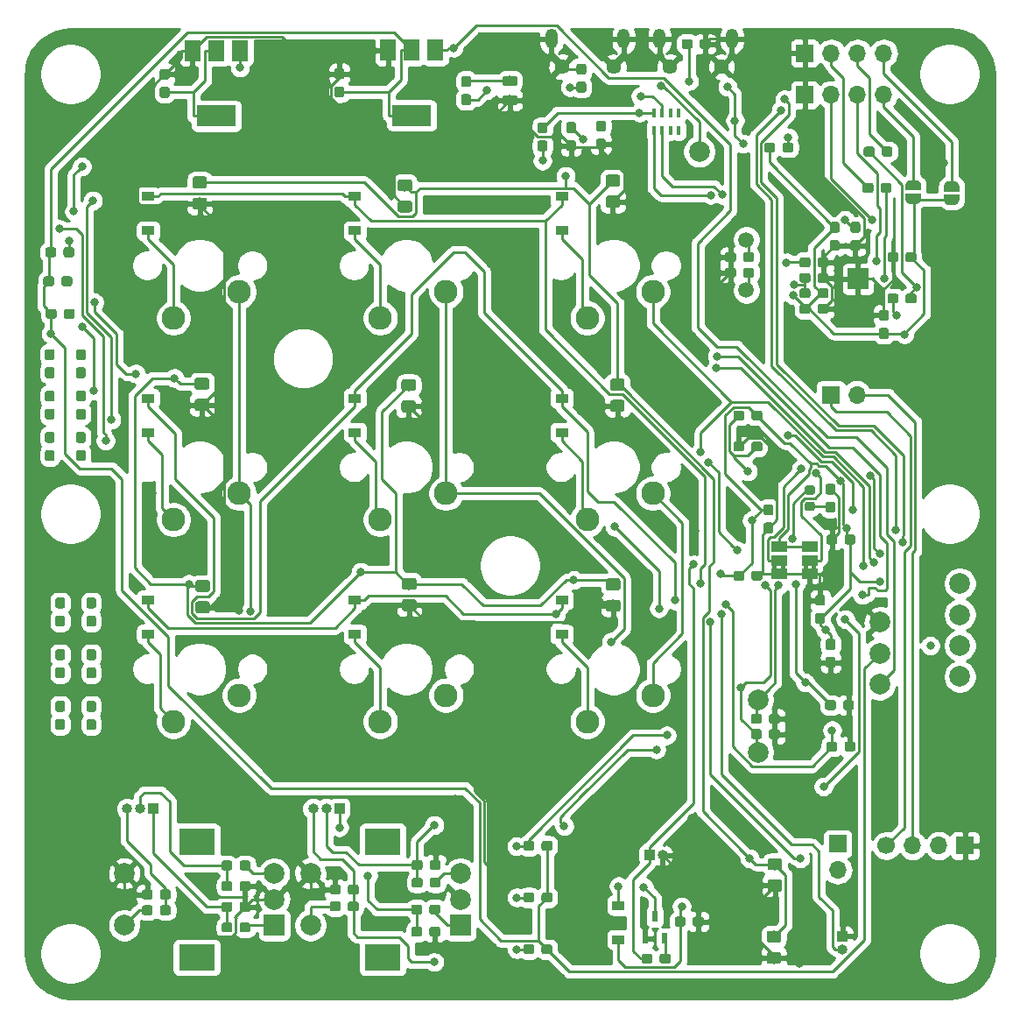
<source format=gbr>
G04 #@! TF.GenerationSoftware,KiCad,Pcbnew,5.1.2-f72e74a~84~ubuntu18.04.1*
G04 #@! TF.CreationDate,2019-06-06T15:51:32+08:00*
G04 #@! TF.ProjectId,stm32_aux_keyboard,73746d33-325f-4617-9578-5f6b6579626f,rev?*
G04 #@! TF.SameCoordinates,Original*
G04 #@! TF.FileFunction,Copper,L2,Bot*
G04 #@! TF.FilePolarity,Positive*
%FSLAX46Y46*%
G04 Gerber Fmt 4.6, Leading zero omitted, Abs format (unit mm)*
G04 Created by KiCad (PCBNEW 5.1.2-f72e74a~84~ubuntu18.04.1) date 2019-06-06 15:51:32*
%MOMM*%
%LPD*%
G04 APERTURE LIST*
%ADD10C,0.100000*%
%ADD11C,1.998980*%
%ADD12C,2.286000*%
%ADD13O,1.200000X1.900000*%
%ADD14C,1.450000*%
%ADD15R,2.000000X2.000000*%
%ADD16R,0.400000X0.900000*%
%ADD17C,0.950000*%
%ADD18O,1.000000X1.000000*%
%ADD19R,1.000000X1.000000*%
%ADD20C,1.150000*%
%ADD21C,1.500000*%
%ADD22C,0.500000*%
%ADD23O,1.700000X1.700000*%
%ADD24R,1.700000X1.700000*%
%ADD25C,0.875000*%
%ADD26R,1.500000X1.000000*%
%ADD27C,1.700000*%
%ADD28C,1.000000*%
%ADD29R,1.500000X2.000000*%
%ADD30R,3.800000X2.000000*%
%ADD31C,2.000000*%
%ADD32C,0.975000*%
%ADD33R,0.600000X1.000000*%
%ADD34R,1.200000X0.900000*%
%ADD35R,3.500000X2.500000*%
%ADD36C,0.800000*%
%ADD37C,0.250000*%
%ADD38C,0.254000*%
G04 APERTURE END LIST*
D10*
G36*
X93300000Y-72900000D02*
G01*
X93300000Y-72400000D01*
X92900000Y-72400000D01*
X92900000Y-72900000D01*
X93300000Y-72900000D01*
G37*
G36*
X94100000Y-72900000D02*
G01*
X94100000Y-72400000D01*
X93700000Y-72400000D01*
X93700000Y-72900000D01*
X94100000Y-72900000D01*
G37*
G36*
X96300000Y-72900000D02*
G01*
X96300000Y-72400000D01*
X95900000Y-72400000D01*
X95900000Y-72900000D01*
X96300000Y-72900000D01*
G37*
G36*
X97100000Y-72900000D02*
G01*
X97100000Y-72400000D01*
X96700000Y-72400000D01*
X96700000Y-72900000D01*
X97100000Y-72900000D01*
G37*
D11*
X91500000Y-90540000D03*
X91500000Y-85460000D03*
D12*
X74960000Y-87580000D03*
X81310000Y-85040000D03*
X54960000Y-87580000D03*
X61310000Y-85040000D03*
X34960000Y-87580000D03*
X41310000Y-85040000D03*
X74960000Y-68080000D03*
X81310000Y-65540000D03*
X54960000Y-68080000D03*
X61310000Y-65540000D03*
X34960000Y-68080000D03*
X41310000Y-65540000D03*
X74960000Y-48580000D03*
X81310000Y-46040000D03*
X54960000Y-48580000D03*
X61310000Y-46040000D03*
X34960000Y-48580000D03*
X41310000Y-46040000D03*
D13*
X81960000Y-21612500D03*
X88960000Y-21612500D03*
D14*
X82960000Y-24312500D03*
X87960000Y-24312500D03*
D13*
X71500000Y-21612500D03*
X78500000Y-21612500D03*
D14*
X72500000Y-24312500D03*
X77500000Y-24312500D03*
D15*
X101150000Y-44810000D03*
D16*
X83800000Y-30450000D03*
X83000000Y-30450000D03*
X82200000Y-30450000D03*
X81400000Y-30450000D03*
X83800000Y-28750000D03*
X81400000Y-28750000D03*
X83000000Y-28750000D03*
X82200000Y-28750000D03*
D10*
G36*
X70900779Y-29661144D02*
G01*
X70923834Y-29664563D01*
X70946443Y-29670227D01*
X70968387Y-29678079D01*
X70989457Y-29688044D01*
X71009448Y-29700026D01*
X71028168Y-29713910D01*
X71045438Y-29729562D01*
X71061090Y-29746832D01*
X71074974Y-29765552D01*
X71086956Y-29785543D01*
X71096921Y-29806613D01*
X71104773Y-29828557D01*
X71110437Y-29851166D01*
X71113856Y-29874221D01*
X71115000Y-29897500D01*
X71115000Y-30472500D01*
X71113856Y-30495779D01*
X71110437Y-30518834D01*
X71104773Y-30541443D01*
X71096921Y-30563387D01*
X71086956Y-30584457D01*
X71074974Y-30604448D01*
X71061090Y-30623168D01*
X71045438Y-30640438D01*
X71028168Y-30656090D01*
X71009448Y-30669974D01*
X70989457Y-30681956D01*
X70968387Y-30691921D01*
X70946443Y-30699773D01*
X70923834Y-30705437D01*
X70900779Y-30708856D01*
X70877500Y-30710000D01*
X70402500Y-30710000D01*
X70379221Y-30708856D01*
X70356166Y-30705437D01*
X70333557Y-30699773D01*
X70311613Y-30691921D01*
X70290543Y-30681956D01*
X70270552Y-30669974D01*
X70251832Y-30656090D01*
X70234562Y-30640438D01*
X70218910Y-30623168D01*
X70205026Y-30604448D01*
X70193044Y-30584457D01*
X70183079Y-30563387D01*
X70175227Y-30541443D01*
X70169563Y-30518834D01*
X70166144Y-30495779D01*
X70165000Y-30472500D01*
X70165000Y-29897500D01*
X70166144Y-29874221D01*
X70169563Y-29851166D01*
X70175227Y-29828557D01*
X70183079Y-29806613D01*
X70193044Y-29785543D01*
X70205026Y-29765552D01*
X70218910Y-29746832D01*
X70234562Y-29729562D01*
X70251832Y-29713910D01*
X70270552Y-29700026D01*
X70290543Y-29688044D01*
X70311613Y-29678079D01*
X70333557Y-29670227D01*
X70356166Y-29664563D01*
X70379221Y-29661144D01*
X70402500Y-29660000D01*
X70877500Y-29660000D01*
X70900779Y-29661144D01*
X70900779Y-29661144D01*
G37*
D17*
X70640000Y-30185000D03*
D10*
G36*
X70900779Y-31411144D02*
G01*
X70923834Y-31414563D01*
X70946443Y-31420227D01*
X70968387Y-31428079D01*
X70989457Y-31438044D01*
X71009448Y-31450026D01*
X71028168Y-31463910D01*
X71045438Y-31479562D01*
X71061090Y-31496832D01*
X71074974Y-31515552D01*
X71086956Y-31535543D01*
X71096921Y-31556613D01*
X71104773Y-31578557D01*
X71110437Y-31601166D01*
X71113856Y-31624221D01*
X71115000Y-31647500D01*
X71115000Y-32222500D01*
X71113856Y-32245779D01*
X71110437Y-32268834D01*
X71104773Y-32291443D01*
X71096921Y-32313387D01*
X71086956Y-32334457D01*
X71074974Y-32354448D01*
X71061090Y-32373168D01*
X71045438Y-32390438D01*
X71028168Y-32406090D01*
X71009448Y-32419974D01*
X70989457Y-32431956D01*
X70968387Y-32441921D01*
X70946443Y-32449773D01*
X70923834Y-32455437D01*
X70900779Y-32458856D01*
X70877500Y-32460000D01*
X70402500Y-32460000D01*
X70379221Y-32458856D01*
X70356166Y-32455437D01*
X70333557Y-32449773D01*
X70311613Y-32441921D01*
X70290543Y-32431956D01*
X70270552Y-32419974D01*
X70251832Y-32406090D01*
X70234562Y-32390438D01*
X70218910Y-32373168D01*
X70205026Y-32354448D01*
X70193044Y-32334457D01*
X70183079Y-32313387D01*
X70175227Y-32291443D01*
X70169563Y-32268834D01*
X70166144Y-32245779D01*
X70165000Y-32222500D01*
X70165000Y-31647500D01*
X70166144Y-31624221D01*
X70169563Y-31601166D01*
X70175227Y-31578557D01*
X70183079Y-31556613D01*
X70193044Y-31535543D01*
X70205026Y-31515552D01*
X70218910Y-31496832D01*
X70234562Y-31479562D01*
X70251832Y-31463910D01*
X70270552Y-31450026D01*
X70290543Y-31438044D01*
X70311613Y-31428079D01*
X70333557Y-31420227D01*
X70356166Y-31414563D01*
X70379221Y-31411144D01*
X70402500Y-31410000D01*
X70877500Y-31410000D01*
X70900779Y-31411144D01*
X70900779Y-31411144D01*
G37*
D17*
X70640000Y-31935000D03*
D10*
G36*
X74660779Y-24001144D02*
G01*
X74683834Y-24004563D01*
X74706443Y-24010227D01*
X74728387Y-24018079D01*
X74749457Y-24028044D01*
X74769448Y-24040026D01*
X74788168Y-24053910D01*
X74805438Y-24069562D01*
X74821090Y-24086832D01*
X74834974Y-24105552D01*
X74846956Y-24125543D01*
X74856921Y-24146613D01*
X74864773Y-24168557D01*
X74870437Y-24191166D01*
X74873856Y-24214221D01*
X74875000Y-24237500D01*
X74875000Y-24812500D01*
X74873856Y-24835779D01*
X74870437Y-24858834D01*
X74864773Y-24881443D01*
X74856921Y-24903387D01*
X74846956Y-24924457D01*
X74834974Y-24944448D01*
X74821090Y-24963168D01*
X74805438Y-24980438D01*
X74788168Y-24996090D01*
X74769448Y-25009974D01*
X74749457Y-25021956D01*
X74728387Y-25031921D01*
X74706443Y-25039773D01*
X74683834Y-25045437D01*
X74660779Y-25048856D01*
X74637500Y-25050000D01*
X74162500Y-25050000D01*
X74139221Y-25048856D01*
X74116166Y-25045437D01*
X74093557Y-25039773D01*
X74071613Y-25031921D01*
X74050543Y-25021956D01*
X74030552Y-25009974D01*
X74011832Y-24996090D01*
X73994562Y-24980438D01*
X73978910Y-24963168D01*
X73965026Y-24944448D01*
X73953044Y-24924457D01*
X73943079Y-24903387D01*
X73935227Y-24881443D01*
X73929563Y-24858834D01*
X73926144Y-24835779D01*
X73925000Y-24812500D01*
X73925000Y-24237500D01*
X73926144Y-24214221D01*
X73929563Y-24191166D01*
X73935227Y-24168557D01*
X73943079Y-24146613D01*
X73953044Y-24125543D01*
X73965026Y-24105552D01*
X73978910Y-24086832D01*
X73994562Y-24069562D01*
X74011832Y-24053910D01*
X74030552Y-24040026D01*
X74050543Y-24028044D01*
X74071613Y-24018079D01*
X74093557Y-24010227D01*
X74116166Y-24004563D01*
X74139221Y-24001144D01*
X74162500Y-24000000D01*
X74637500Y-24000000D01*
X74660779Y-24001144D01*
X74660779Y-24001144D01*
G37*
D17*
X74400000Y-24525000D03*
D10*
G36*
X74660779Y-25751144D02*
G01*
X74683834Y-25754563D01*
X74706443Y-25760227D01*
X74728387Y-25768079D01*
X74749457Y-25778044D01*
X74769448Y-25790026D01*
X74788168Y-25803910D01*
X74805438Y-25819562D01*
X74821090Y-25836832D01*
X74834974Y-25855552D01*
X74846956Y-25875543D01*
X74856921Y-25896613D01*
X74864773Y-25918557D01*
X74870437Y-25941166D01*
X74873856Y-25964221D01*
X74875000Y-25987500D01*
X74875000Y-26562500D01*
X74873856Y-26585779D01*
X74870437Y-26608834D01*
X74864773Y-26631443D01*
X74856921Y-26653387D01*
X74846956Y-26674457D01*
X74834974Y-26694448D01*
X74821090Y-26713168D01*
X74805438Y-26730438D01*
X74788168Y-26746090D01*
X74769448Y-26759974D01*
X74749457Y-26771956D01*
X74728387Y-26781921D01*
X74706443Y-26789773D01*
X74683834Y-26795437D01*
X74660779Y-26798856D01*
X74637500Y-26800000D01*
X74162500Y-26800000D01*
X74139221Y-26798856D01*
X74116166Y-26795437D01*
X74093557Y-26789773D01*
X74071613Y-26781921D01*
X74050543Y-26771956D01*
X74030552Y-26759974D01*
X74011832Y-26746090D01*
X73994562Y-26730438D01*
X73978910Y-26713168D01*
X73965026Y-26694448D01*
X73953044Y-26674457D01*
X73943079Y-26653387D01*
X73935227Y-26631443D01*
X73929563Y-26608834D01*
X73926144Y-26585779D01*
X73925000Y-26562500D01*
X73925000Y-25987500D01*
X73926144Y-25964221D01*
X73929563Y-25941166D01*
X73935227Y-25918557D01*
X73943079Y-25896613D01*
X73953044Y-25875543D01*
X73965026Y-25855552D01*
X73978910Y-25836832D01*
X73994562Y-25819562D01*
X74011832Y-25803910D01*
X74030552Y-25790026D01*
X74050543Y-25778044D01*
X74071613Y-25768079D01*
X74093557Y-25760227D01*
X74116166Y-25754563D01*
X74139221Y-25751144D01*
X74162500Y-25750000D01*
X74637500Y-25750000D01*
X74660779Y-25751144D01*
X74660779Y-25751144D01*
G37*
D17*
X74400000Y-26275000D03*
D10*
G36*
X25195779Y-47696144D02*
G01*
X25218834Y-47699563D01*
X25241443Y-47705227D01*
X25263387Y-47713079D01*
X25284457Y-47723044D01*
X25304448Y-47735026D01*
X25323168Y-47748910D01*
X25340438Y-47764562D01*
X25356090Y-47781832D01*
X25369974Y-47800552D01*
X25381956Y-47820543D01*
X25391921Y-47841613D01*
X25399773Y-47863557D01*
X25405437Y-47886166D01*
X25408856Y-47909221D01*
X25410000Y-47932500D01*
X25410000Y-48407500D01*
X25408856Y-48430779D01*
X25405437Y-48453834D01*
X25399773Y-48476443D01*
X25391921Y-48498387D01*
X25381956Y-48519457D01*
X25369974Y-48539448D01*
X25356090Y-48558168D01*
X25340438Y-48575438D01*
X25323168Y-48591090D01*
X25304448Y-48604974D01*
X25284457Y-48616956D01*
X25263387Y-48626921D01*
X25241443Y-48634773D01*
X25218834Y-48640437D01*
X25195779Y-48643856D01*
X25172500Y-48645000D01*
X24597500Y-48645000D01*
X24574221Y-48643856D01*
X24551166Y-48640437D01*
X24528557Y-48634773D01*
X24506613Y-48626921D01*
X24485543Y-48616956D01*
X24465552Y-48604974D01*
X24446832Y-48591090D01*
X24429562Y-48575438D01*
X24413910Y-48558168D01*
X24400026Y-48539448D01*
X24388044Y-48519457D01*
X24378079Y-48498387D01*
X24370227Y-48476443D01*
X24364563Y-48453834D01*
X24361144Y-48430779D01*
X24360000Y-48407500D01*
X24360000Y-47932500D01*
X24361144Y-47909221D01*
X24364563Y-47886166D01*
X24370227Y-47863557D01*
X24378079Y-47841613D01*
X24388044Y-47820543D01*
X24400026Y-47800552D01*
X24413910Y-47781832D01*
X24429562Y-47764562D01*
X24446832Y-47748910D01*
X24465552Y-47735026D01*
X24485543Y-47723044D01*
X24506613Y-47713079D01*
X24528557Y-47705227D01*
X24551166Y-47699563D01*
X24574221Y-47696144D01*
X24597500Y-47695000D01*
X25172500Y-47695000D01*
X25195779Y-47696144D01*
X25195779Y-47696144D01*
G37*
D17*
X24885000Y-48170000D03*
D10*
G36*
X23445779Y-47696144D02*
G01*
X23468834Y-47699563D01*
X23491443Y-47705227D01*
X23513387Y-47713079D01*
X23534457Y-47723044D01*
X23554448Y-47735026D01*
X23573168Y-47748910D01*
X23590438Y-47764562D01*
X23606090Y-47781832D01*
X23619974Y-47800552D01*
X23631956Y-47820543D01*
X23641921Y-47841613D01*
X23649773Y-47863557D01*
X23655437Y-47886166D01*
X23658856Y-47909221D01*
X23660000Y-47932500D01*
X23660000Y-48407500D01*
X23658856Y-48430779D01*
X23655437Y-48453834D01*
X23649773Y-48476443D01*
X23641921Y-48498387D01*
X23631956Y-48519457D01*
X23619974Y-48539448D01*
X23606090Y-48558168D01*
X23590438Y-48575438D01*
X23573168Y-48591090D01*
X23554448Y-48604974D01*
X23534457Y-48616956D01*
X23513387Y-48626921D01*
X23491443Y-48634773D01*
X23468834Y-48640437D01*
X23445779Y-48643856D01*
X23422500Y-48645000D01*
X22847500Y-48645000D01*
X22824221Y-48643856D01*
X22801166Y-48640437D01*
X22778557Y-48634773D01*
X22756613Y-48626921D01*
X22735543Y-48616956D01*
X22715552Y-48604974D01*
X22696832Y-48591090D01*
X22679562Y-48575438D01*
X22663910Y-48558168D01*
X22650026Y-48539448D01*
X22638044Y-48519457D01*
X22628079Y-48498387D01*
X22620227Y-48476443D01*
X22614563Y-48453834D01*
X22611144Y-48430779D01*
X22610000Y-48407500D01*
X22610000Y-47932500D01*
X22611144Y-47909221D01*
X22614563Y-47886166D01*
X22620227Y-47863557D01*
X22628079Y-47841613D01*
X22638044Y-47820543D01*
X22650026Y-47800552D01*
X22663910Y-47781832D01*
X22679562Y-47764562D01*
X22696832Y-47748910D01*
X22715552Y-47735026D01*
X22735543Y-47723044D01*
X22756613Y-47713079D01*
X22778557Y-47705227D01*
X22801166Y-47699563D01*
X22824221Y-47696144D01*
X22847500Y-47695000D01*
X23422500Y-47695000D01*
X23445779Y-47696144D01*
X23445779Y-47696144D01*
G37*
D17*
X23135000Y-48170000D03*
D10*
G36*
X24955779Y-44556144D02*
G01*
X24978834Y-44559563D01*
X25001443Y-44565227D01*
X25023387Y-44573079D01*
X25044457Y-44583044D01*
X25064448Y-44595026D01*
X25083168Y-44608910D01*
X25100438Y-44624562D01*
X25116090Y-44641832D01*
X25129974Y-44660552D01*
X25141956Y-44680543D01*
X25151921Y-44701613D01*
X25159773Y-44723557D01*
X25165437Y-44746166D01*
X25168856Y-44769221D01*
X25170000Y-44792500D01*
X25170000Y-45267500D01*
X25168856Y-45290779D01*
X25165437Y-45313834D01*
X25159773Y-45336443D01*
X25151921Y-45358387D01*
X25141956Y-45379457D01*
X25129974Y-45399448D01*
X25116090Y-45418168D01*
X25100438Y-45435438D01*
X25083168Y-45451090D01*
X25064448Y-45464974D01*
X25044457Y-45476956D01*
X25023387Y-45486921D01*
X25001443Y-45494773D01*
X24978834Y-45500437D01*
X24955779Y-45503856D01*
X24932500Y-45505000D01*
X24357500Y-45505000D01*
X24334221Y-45503856D01*
X24311166Y-45500437D01*
X24288557Y-45494773D01*
X24266613Y-45486921D01*
X24245543Y-45476956D01*
X24225552Y-45464974D01*
X24206832Y-45451090D01*
X24189562Y-45435438D01*
X24173910Y-45418168D01*
X24160026Y-45399448D01*
X24148044Y-45379457D01*
X24138079Y-45358387D01*
X24130227Y-45336443D01*
X24124563Y-45313834D01*
X24121144Y-45290779D01*
X24120000Y-45267500D01*
X24120000Y-44792500D01*
X24121144Y-44769221D01*
X24124563Y-44746166D01*
X24130227Y-44723557D01*
X24138079Y-44701613D01*
X24148044Y-44680543D01*
X24160026Y-44660552D01*
X24173910Y-44641832D01*
X24189562Y-44624562D01*
X24206832Y-44608910D01*
X24225552Y-44595026D01*
X24245543Y-44583044D01*
X24266613Y-44573079D01*
X24288557Y-44565227D01*
X24311166Y-44559563D01*
X24334221Y-44556144D01*
X24357500Y-44555000D01*
X24932500Y-44555000D01*
X24955779Y-44556144D01*
X24955779Y-44556144D01*
G37*
D17*
X24645000Y-45030000D03*
D10*
G36*
X23205779Y-44556144D02*
G01*
X23228834Y-44559563D01*
X23251443Y-44565227D01*
X23273387Y-44573079D01*
X23294457Y-44583044D01*
X23314448Y-44595026D01*
X23333168Y-44608910D01*
X23350438Y-44624562D01*
X23366090Y-44641832D01*
X23379974Y-44660552D01*
X23391956Y-44680543D01*
X23401921Y-44701613D01*
X23409773Y-44723557D01*
X23415437Y-44746166D01*
X23418856Y-44769221D01*
X23420000Y-44792500D01*
X23420000Y-45267500D01*
X23418856Y-45290779D01*
X23415437Y-45313834D01*
X23409773Y-45336443D01*
X23401921Y-45358387D01*
X23391956Y-45379457D01*
X23379974Y-45399448D01*
X23366090Y-45418168D01*
X23350438Y-45435438D01*
X23333168Y-45451090D01*
X23314448Y-45464974D01*
X23294457Y-45476956D01*
X23273387Y-45486921D01*
X23251443Y-45494773D01*
X23228834Y-45500437D01*
X23205779Y-45503856D01*
X23182500Y-45505000D01*
X22607500Y-45505000D01*
X22584221Y-45503856D01*
X22561166Y-45500437D01*
X22538557Y-45494773D01*
X22516613Y-45486921D01*
X22495543Y-45476956D01*
X22475552Y-45464974D01*
X22456832Y-45451090D01*
X22439562Y-45435438D01*
X22423910Y-45418168D01*
X22410026Y-45399448D01*
X22398044Y-45379457D01*
X22388079Y-45358387D01*
X22380227Y-45336443D01*
X22374563Y-45313834D01*
X22371144Y-45290779D01*
X22370000Y-45267500D01*
X22370000Y-44792500D01*
X22371144Y-44769221D01*
X22374563Y-44746166D01*
X22380227Y-44723557D01*
X22388079Y-44701613D01*
X22398044Y-44680543D01*
X22410026Y-44660552D01*
X22423910Y-44641832D01*
X22439562Y-44624562D01*
X22456832Y-44608910D01*
X22475552Y-44595026D01*
X22495543Y-44583044D01*
X22516613Y-44573079D01*
X22538557Y-44565227D01*
X22561166Y-44559563D01*
X22584221Y-44556144D01*
X22607500Y-44555000D01*
X23182500Y-44555000D01*
X23205779Y-44556144D01*
X23205779Y-44556144D01*
G37*
D17*
X22895000Y-45030000D03*
D10*
G36*
X25155779Y-41756144D02*
G01*
X25178834Y-41759563D01*
X25201443Y-41765227D01*
X25223387Y-41773079D01*
X25244457Y-41783044D01*
X25264448Y-41795026D01*
X25283168Y-41808910D01*
X25300438Y-41824562D01*
X25316090Y-41841832D01*
X25329974Y-41860552D01*
X25341956Y-41880543D01*
X25351921Y-41901613D01*
X25359773Y-41923557D01*
X25365437Y-41946166D01*
X25368856Y-41969221D01*
X25370000Y-41992500D01*
X25370000Y-42467500D01*
X25368856Y-42490779D01*
X25365437Y-42513834D01*
X25359773Y-42536443D01*
X25351921Y-42558387D01*
X25341956Y-42579457D01*
X25329974Y-42599448D01*
X25316090Y-42618168D01*
X25300438Y-42635438D01*
X25283168Y-42651090D01*
X25264448Y-42664974D01*
X25244457Y-42676956D01*
X25223387Y-42686921D01*
X25201443Y-42694773D01*
X25178834Y-42700437D01*
X25155779Y-42703856D01*
X25132500Y-42705000D01*
X24557500Y-42705000D01*
X24534221Y-42703856D01*
X24511166Y-42700437D01*
X24488557Y-42694773D01*
X24466613Y-42686921D01*
X24445543Y-42676956D01*
X24425552Y-42664974D01*
X24406832Y-42651090D01*
X24389562Y-42635438D01*
X24373910Y-42618168D01*
X24360026Y-42599448D01*
X24348044Y-42579457D01*
X24338079Y-42558387D01*
X24330227Y-42536443D01*
X24324563Y-42513834D01*
X24321144Y-42490779D01*
X24320000Y-42467500D01*
X24320000Y-41992500D01*
X24321144Y-41969221D01*
X24324563Y-41946166D01*
X24330227Y-41923557D01*
X24338079Y-41901613D01*
X24348044Y-41880543D01*
X24360026Y-41860552D01*
X24373910Y-41841832D01*
X24389562Y-41824562D01*
X24406832Y-41808910D01*
X24425552Y-41795026D01*
X24445543Y-41783044D01*
X24466613Y-41773079D01*
X24488557Y-41765227D01*
X24511166Y-41759563D01*
X24534221Y-41756144D01*
X24557500Y-41755000D01*
X25132500Y-41755000D01*
X25155779Y-41756144D01*
X25155779Y-41756144D01*
G37*
D17*
X24845000Y-42230000D03*
D10*
G36*
X23405779Y-41756144D02*
G01*
X23428834Y-41759563D01*
X23451443Y-41765227D01*
X23473387Y-41773079D01*
X23494457Y-41783044D01*
X23514448Y-41795026D01*
X23533168Y-41808910D01*
X23550438Y-41824562D01*
X23566090Y-41841832D01*
X23579974Y-41860552D01*
X23591956Y-41880543D01*
X23601921Y-41901613D01*
X23609773Y-41923557D01*
X23615437Y-41946166D01*
X23618856Y-41969221D01*
X23620000Y-41992500D01*
X23620000Y-42467500D01*
X23618856Y-42490779D01*
X23615437Y-42513834D01*
X23609773Y-42536443D01*
X23601921Y-42558387D01*
X23591956Y-42579457D01*
X23579974Y-42599448D01*
X23566090Y-42618168D01*
X23550438Y-42635438D01*
X23533168Y-42651090D01*
X23514448Y-42664974D01*
X23494457Y-42676956D01*
X23473387Y-42686921D01*
X23451443Y-42694773D01*
X23428834Y-42700437D01*
X23405779Y-42703856D01*
X23382500Y-42705000D01*
X22807500Y-42705000D01*
X22784221Y-42703856D01*
X22761166Y-42700437D01*
X22738557Y-42694773D01*
X22716613Y-42686921D01*
X22695543Y-42676956D01*
X22675552Y-42664974D01*
X22656832Y-42651090D01*
X22639562Y-42635438D01*
X22623910Y-42618168D01*
X22610026Y-42599448D01*
X22598044Y-42579457D01*
X22588079Y-42558387D01*
X22580227Y-42536443D01*
X22574563Y-42513834D01*
X22571144Y-42490779D01*
X22570000Y-42467500D01*
X22570000Y-41992500D01*
X22571144Y-41969221D01*
X22574563Y-41946166D01*
X22580227Y-41923557D01*
X22588079Y-41901613D01*
X22598044Y-41880543D01*
X22610026Y-41860552D01*
X22623910Y-41841832D01*
X22639562Y-41824562D01*
X22656832Y-41808910D01*
X22675552Y-41795026D01*
X22695543Y-41783044D01*
X22716613Y-41773079D01*
X22738557Y-41765227D01*
X22761166Y-41759563D01*
X22784221Y-41756144D01*
X22807500Y-41755000D01*
X23382500Y-41755000D01*
X23405779Y-41756144D01*
X23405779Y-41756144D01*
G37*
D17*
X23095000Y-42230000D03*
D18*
X99650000Y-109620000D03*
D19*
X99650000Y-108350000D03*
D10*
G36*
X93484505Y-107811204D02*
G01*
X93508773Y-107814804D01*
X93532572Y-107820765D01*
X93555671Y-107829030D01*
X93577850Y-107839520D01*
X93598893Y-107852132D01*
X93618599Y-107866747D01*
X93636777Y-107883223D01*
X93653253Y-107901401D01*
X93667868Y-107921107D01*
X93680480Y-107942150D01*
X93690970Y-107964329D01*
X93699235Y-107987428D01*
X93705196Y-108011227D01*
X93708796Y-108035495D01*
X93710000Y-108059999D01*
X93710000Y-108710001D01*
X93708796Y-108734505D01*
X93705196Y-108758773D01*
X93699235Y-108782572D01*
X93690970Y-108805671D01*
X93680480Y-108827850D01*
X93667868Y-108848893D01*
X93653253Y-108868599D01*
X93636777Y-108886777D01*
X93618599Y-108903253D01*
X93598893Y-108917868D01*
X93577850Y-108930480D01*
X93555671Y-108940970D01*
X93532572Y-108949235D01*
X93508773Y-108955196D01*
X93484505Y-108958796D01*
X93460001Y-108960000D01*
X92559999Y-108960000D01*
X92535495Y-108958796D01*
X92511227Y-108955196D01*
X92487428Y-108949235D01*
X92464329Y-108940970D01*
X92442150Y-108930480D01*
X92421107Y-108917868D01*
X92401401Y-108903253D01*
X92383223Y-108886777D01*
X92366747Y-108868599D01*
X92352132Y-108848893D01*
X92339520Y-108827850D01*
X92329030Y-108805671D01*
X92320765Y-108782572D01*
X92314804Y-108758773D01*
X92311204Y-108734505D01*
X92310000Y-108710001D01*
X92310000Y-108059999D01*
X92311204Y-108035495D01*
X92314804Y-108011227D01*
X92320765Y-107987428D01*
X92329030Y-107964329D01*
X92339520Y-107942150D01*
X92352132Y-107921107D01*
X92366747Y-107901401D01*
X92383223Y-107883223D01*
X92401401Y-107866747D01*
X92421107Y-107852132D01*
X92442150Y-107839520D01*
X92464329Y-107829030D01*
X92487428Y-107820765D01*
X92511227Y-107814804D01*
X92535495Y-107811204D01*
X92559999Y-107810000D01*
X93460001Y-107810000D01*
X93484505Y-107811204D01*
X93484505Y-107811204D01*
G37*
D20*
X93010000Y-108385000D03*
D10*
G36*
X93484505Y-109861204D02*
G01*
X93508773Y-109864804D01*
X93532572Y-109870765D01*
X93555671Y-109879030D01*
X93577850Y-109889520D01*
X93598893Y-109902132D01*
X93618599Y-109916747D01*
X93636777Y-109933223D01*
X93653253Y-109951401D01*
X93667868Y-109971107D01*
X93680480Y-109992150D01*
X93690970Y-110014329D01*
X93699235Y-110037428D01*
X93705196Y-110061227D01*
X93708796Y-110085495D01*
X93710000Y-110109999D01*
X93710000Y-110760001D01*
X93708796Y-110784505D01*
X93705196Y-110808773D01*
X93699235Y-110832572D01*
X93690970Y-110855671D01*
X93680480Y-110877850D01*
X93667868Y-110898893D01*
X93653253Y-110918599D01*
X93636777Y-110936777D01*
X93618599Y-110953253D01*
X93598893Y-110967868D01*
X93577850Y-110980480D01*
X93555671Y-110990970D01*
X93532572Y-110999235D01*
X93508773Y-111005196D01*
X93484505Y-111008796D01*
X93460001Y-111010000D01*
X92559999Y-111010000D01*
X92535495Y-111008796D01*
X92511227Y-111005196D01*
X92487428Y-110999235D01*
X92464329Y-110990970D01*
X92442150Y-110980480D01*
X92421107Y-110967868D01*
X92401401Y-110953253D01*
X92383223Y-110936777D01*
X92366747Y-110918599D01*
X92352132Y-110898893D01*
X92339520Y-110877850D01*
X92329030Y-110855671D01*
X92320765Y-110832572D01*
X92314804Y-110808773D01*
X92311204Y-110784505D01*
X92310000Y-110760001D01*
X92310000Y-110109999D01*
X92311204Y-110085495D01*
X92314804Y-110061227D01*
X92320765Y-110037428D01*
X92329030Y-110014329D01*
X92339520Y-109992150D01*
X92352132Y-109971107D01*
X92366747Y-109951401D01*
X92383223Y-109933223D01*
X92401401Y-109916747D01*
X92421107Y-109902132D01*
X92442150Y-109889520D01*
X92464329Y-109879030D01*
X92487428Y-109870765D01*
X92511227Y-109864804D01*
X92535495Y-109861204D01*
X92559999Y-109860000D01*
X93460001Y-109860000D01*
X93484505Y-109861204D01*
X93484505Y-109861204D01*
G37*
D20*
X93010000Y-110435000D03*
D10*
G36*
X93594505Y-100811204D02*
G01*
X93618773Y-100814804D01*
X93642572Y-100820765D01*
X93665671Y-100829030D01*
X93687850Y-100839520D01*
X93708893Y-100852132D01*
X93728599Y-100866747D01*
X93746777Y-100883223D01*
X93763253Y-100901401D01*
X93777868Y-100921107D01*
X93790480Y-100942150D01*
X93800970Y-100964329D01*
X93809235Y-100987428D01*
X93815196Y-101011227D01*
X93818796Y-101035495D01*
X93820000Y-101059999D01*
X93820000Y-101710001D01*
X93818796Y-101734505D01*
X93815196Y-101758773D01*
X93809235Y-101782572D01*
X93800970Y-101805671D01*
X93790480Y-101827850D01*
X93777868Y-101848893D01*
X93763253Y-101868599D01*
X93746777Y-101886777D01*
X93728599Y-101903253D01*
X93708893Y-101917868D01*
X93687850Y-101930480D01*
X93665671Y-101940970D01*
X93642572Y-101949235D01*
X93618773Y-101955196D01*
X93594505Y-101958796D01*
X93570001Y-101960000D01*
X92669999Y-101960000D01*
X92645495Y-101958796D01*
X92621227Y-101955196D01*
X92597428Y-101949235D01*
X92574329Y-101940970D01*
X92552150Y-101930480D01*
X92531107Y-101917868D01*
X92511401Y-101903253D01*
X92493223Y-101886777D01*
X92476747Y-101868599D01*
X92462132Y-101848893D01*
X92449520Y-101827850D01*
X92439030Y-101805671D01*
X92430765Y-101782572D01*
X92424804Y-101758773D01*
X92421204Y-101734505D01*
X92420000Y-101710001D01*
X92420000Y-101059999D01*
X92421204Y-101035495D01*
X92424804Y-101011227D01*
X92430765Y-100987428D01*
X92439030Y-100964329D01*
X92449520Y-100942150D01*
X92462132Y-100921107D01*
X92476747Y-100901401D01*
X92493223Y-100883223D01*
X92511401Y-100866747D01*
X92531107Y-100852132D01*
X92552150Y-100839520D01*
X92574329Y-100829030D01*
X92597428Y-100820765D01*
X92621227Y-100814804D01*
X92645495Y-100811204D01*
X92669999Y-100810000D01*
X93570001Y-100810000D01*
X93594505Y-100811204D01*
X93594505Y-100811204D01*
G37*
D20*
X93120000Y-101385000D03*
D10*
G36*
X93594505Y-102861204D02*
G01*
X93618773Y-102864804D01*
X93642572Y-102870765D01*
X93665671Y-102879030D01*
X93687850Y-102889520D01*
X93708893Y-102902132D01*
X93728599Y-102916747D01*
X93746777Y-102933223D01*
X93763253Y-102951401D01*
X93777868Y-102971107D01*
X93790480Y-102992150D01*
X93800970Y-103014329D01*
X93809235Y-103037428D01*
X93815196Y-103061227D01*
X93818796Y-103085495D01*
X93820000Y-103109999D01*
X93820000Y-103760001D01*
X93818796Y-103784505D01*
X93815196Y-103808773D01*
X93809235Y-103832572D01*
X93800970Y-103855671D01*
X93790480Y-103877850D01*
X93777868Y-103898893D01*
X93763253Y-103918599D01*
X93746777Y-103936777D01*
X93728599Y-103953253D01*
X93708893Y-103967868D01*
X93687850Y-103980480D01*
X93665671Y-103990970D01*
X93642572Y-103999235D01*
X93618773Y-104005196D01*
X93594505Y-104008796D01*
X93570001Y-104010000D01*
X92669999Y-104010000D01*
X92645495Y-104008796D01*
X92621227Y-104005196D01*
X92597428Y-103999235D01*
X92574329Y-103990970D01*
X92552150Y-103980480D01*
X92531107Y-103967868D01*
X92511401Y-103953253D01*
X92493223Y-103936777D01*
X92476747Y-103918599D01*
X92462132Y-103898893D01*
X92449520Y-103877850D01*
X92439030Y-103855671D01*
X92430765Y-103832572D01*
X92424804Y-103808773D01*
X92421204Y-103784505D01*
X92420000Y-103760001D01*
X92420000Y-103109999D01*
X92421204Y-103085495D01*
X92424804Y-103061227D01*
X92430765Y-103037428D01*
X92439030Y-103014329D01*
X92449520Y-102992150D01*
X92462132Y-102971107D01*
X92476747Y-102951401D01*
X92493223Y-102933223D01*
X92511401Y-102916747D01*
X92531107Y-102902132D01*
X92552150Y-102889520D01*
X92574329Y-102879030D01*
X92597428Y-102870765D01*
X92621227Y-102864804D01*
X92645495Y-102861204D01*
X92669999Y-102860000D01*
X93570001Y-102860000D01*
X93594505Y-102861204D01*
X93594505Y-102861204D01*
G37*
D20*
X93120000Y-103435000D03*
D10*
G36*
X77954505Y-73756204D02*
G01*
X77978773Y-73759804D01*
X78002572Y-73765765D01*
X78025671Y-73774030D01*
X78047850Y-73784520D01*
X78068893Y-73797132D01*
X78088599Y-73811747D01*
X78106777Y-73828223D01*
X78123253Y-73846401D01*
X78137868Y-73866107D01*
X78150480Y-73887150D01*
X78160970Y-73909329D01*
X78169235Y-73932428D01*
X78175196Y-73956227D01*
X78178796Y-73980495D01*
X78180000Y-74004999D01*
X78180000Y-74655001D01*
X78178796Y-74679505D01*
X78175196Y-74703773D01*
X78169235Y-74727572D01*
X78160970Y-74750671D01*
X78150480Y-74772850D01*
X78137868Y-74793893D01*
X78123253Y-74813599D01*
X78106777Y-74831777D01*
X78088599Y-74848253D01*
X78068893Y-74862868D01*
X78047850Y-74875480D01*
X78025671Y-74885970D01*
X78002572Y-74894235D01*
X77978773Y-74900196D01*
X77954505Y-74903796D01*
X77930001Y-74905000D01*
X77029999Y-74905000D01*
X77005495Y-74903796D01*
X76981227Y-74900196D01*
X76957428Y-74894235D01*
X76934329Y-74885970D01*
X76912150Y-74875480D01*
X76891107Y-74862868D01*
X76871401Y-74848253D01*
X76853223Y-74831777D01*
X76836747Y-74813599D01*
X76822132Y-74793893D01*
X76809520Y-74772850D01*
X76799030Y-74750671D01*
X76790765Y-74727572D01*
X76784804Y-74703773D01*
X76781204Y-74679505D01*
X76780000Y-74655001D01*
X76780000Y-74004999D01*
X76781204Y-73980495D01*
X76784804Y-73956227D01*
X76790765Y-73932428D01*
X76799030Y-73909329D01*
X76809520Y-73887150D01*
X76822132Y-73866107D01*
X76836747Y-73846401D01*
X76853223Y-73828223D01*
X76871401Y-73811747D01*
X76891107Y-73797132D01*
X76912150Y-73784520D01*
X76934329Y-73774030D01*
X76957428Y-73765765D01*
X76981227Y-73759804D01*
X77005495Y-73756204D01*
X77029999Y-73755000D01*
X77930001Y-73755000D01*
X77954505Y-73756204D01*
X77954505Y-73756204D01*
G37*
D20*
X77480000Y-74330000D03*
D10*
G36*
X77954505Y-75806204D02*
G01*
X77978773Y-75809804D01*
X78002572Y-75815765D01*
X78025671Y-75824030D01*
X78047850Y-75834520D01*
X78068893Y-75847132D01*
X78088599Y-75861747D01*
X78106777Y-75878223D01*
X78123253Y-75896401D01*
X78137868Y-75916107D01*
X78150480Y-75937150D01*
X78160970Y-75959329D01*
X78169235Y-75982428D01*
X78175196Y-76006227D01*
X78178796Y-76030495D01*
X78180000Y-76054999D01*
X78180000Y-76705001D01*
X78178796Y-76729505D01*
X78175196Y-76753773D01*
X78169235Y-76777572D01*
X78160970Y-76800671D01*
X78150480Y-76822850D01*
X78137868Y-76843893D01*
X78123253Y-76863599D01*
X78106777Y-76881777D01*
X78088599Y-76898253D01*
X78068893Y-76912868D01*
X78047850Y-76925480D01*
X78025671Y-76935970D01*
X78002572Y-76944235D01*
X77978773Y-76950196D01*
X77954505Y-76953796D01*
X77930001Y-76955000D01*
X77029999Y-76955000D01*
X77005495Y-76953796D01*
X76981227Y-76950196D01*
X76957428Y-76944235D01*
X76934329Y-76935970D01*
X76912150Y-76925480D01*
X76891107Y-76912868D01*
X76871401Y-76898253D01*
X76853223Y-76881777D01*
X76836747Y-76863599D01*
X76822132Y-76843893D01*
X76809520Y-76822850D01*
X76799030Y-76800671D01*
X76790765Y-76777572D01*
X76784804Y-76753773D01*
X76781204Y-76729505D01*
X76780000Y-76705001D01*
X76780000Y-76054999D01*
X76781204Y-76030495D01*
X76784804Y-76006227D01*
X76790765Y-75982428D01*
X76799030Y-75959329D01*
X76809520Y-75937150D01*
X76822132Y-75916107D01*
X76836747Y-75896401D01*
X76853223Y-75878223D01*
X76871401Y-75861747D01*
X76891107Y-75847132D01*
X76912150Y-75834520D01*
X76934329Y-75824030D01*
X76957428Y-75815765D01*
X76981227Y-75809804D01*
X77005495Y-75806204D01*
X77029999Y-75805000D01*
X77930001Y-75805000D01*
X77954505Y-75806204D01*
X77954505Y-75806204D01*
G37*
D20*
X77480000Y-76380000D03*
D10*
G36*
X58234505Y-73711204D02*
G01*
X58258773Y-73714804D01*
X58282572Y-73720765D01*
X58305671Y-73729030D01*
X58327850Y-73739520D01*
X58348893Y-73752132D01*
X58368599Y-73766747D01*
X58386777Y-73783223D01*
X58403253Y-73801401D01*
X58417868Y-73821107D01*
X58430480Y-73842150D01*
X58440970Y-73864329D01*
X58449235Y-73887428D01*
X58455196Y-73911227D01*
X58458796Y-73935495D01*
X58460000Y-73959999D01*
X58460000Y-74610001D01*
X58458796Y-74634505D01*
X58455196Y-74658773D01*
X58449235Y-74682572D01*
X58440970Y-74705671D01*
X58430480Y-74727850D01*
X58417868Y-74748893D01*
X58403253Y-74768599D01*
X58386777Y-74786777D01*
X58368599Y-74803253D01*
X58348893Y-74817868D01*
X58327850Y-74830480D01*
X58305671Y-74840970D01*
X58282572Y-74849235D01*
X58258773Y-74855196D01*
X58234505Y-74858796D01*
X58210001Y-74860000D01*
X57309999Y-74860000D01*
X57285495Y-74858796D01*
X57261227Y-74855196D01*
X57237428Y-74849235D01*
X57214329Y-74840970D01*
X57192150Y-74830480D01*
X57171107Y-74817868D01*
X57151401Y-74803253D01*
X57133223Y-74786777D01*
X57116747Y-74768599D01*
X57102132Y-74748893D01*
X57089520Y-74727850D01*
X57079030Y-74705671D01*
X57070765Y-74682572D01*
X57064804Y-74658773D01*
X57061204Y-74634505D01*
X57060000Y-74610001D01*
X57060000Y-73959999D01*
X57061204Y-73935495D01*
X57064804Y-73911227D01*
X57070765Y-73887428D01*
X57079030Y-73864329D01*
X57089520Y-73842150D01*
X57102132Y-73821107D01*
X57116747Y-73801401D01*
X57133223Y-73783223D01*
X57151401Y-73766747D01*
X57171107Y-73752132D01*
X57192150Y-73739520D01*
X57214329Y-73729030D01*
X57237428Y-73720765D01*
X57261227Y-73714804D01*
X57285495Y-73711204D01*
X57309999Y-73710000D01*
X58210001Y-73710000D01*
X58234505Y-73711204D01*
X58234505Y-73711204D01*
G37*
D20*
X57760000Y-74285000D03*
D10*
G36*
X58234505Y-75761204D02*
G01*
X58258773Y-75764804D01*
X58282572Y-75770765D01*
X58305671Y-75779030D01*
X58327850Y-75789520D01*
X58348893Y-75802132D01*
X58368599Y-75816747D01*
X58386777Y-75833223D01*
X58403253Y-75851401D01*
X58417868Y-75871107D01*
X58430480Y-75892150D01*
X58440970Y-75914329D01*
X58449235Y-75937428D01*
X58455196Y-75961227D01*
X58458796Y-75985495D01*
X58460000Y-76009999D01*
X58460000Y-76660001D01*
X58458796Y-76684505D01*
X58455196Y-76708773D01*
X58449235Y-76732572D01*
X58440970Y-76755671D01*
X58430480Y-76777850D01*
X58417868Y-76798893D01*
X58403253Y-76818599D01*
X58386777Y-76836777D01*
X58368599Y-76853253D01*
X58348893Y-76867868D01*
X58327850Y-76880480D01*
X58305671Y-76890970D01*
X58282572Y-76899235D01*
X58258773Y-76905196D01*
X58234505Y-76908796D01*
X58210001Y-76910000D01*
X57309999Y-76910000D01*
X57285495Y-76908796D01*
X57261227Y-76905196D01*
X57237428Y-76899235D01*
X57214329Y-76890970D01*
X57192150Y-76880480D01*
X57171107Y-76867868D01*
X57151401Y-76853253D01*
X57133223Y-76836777D01*
X57116747Y-76818599D01*
X57102132Y-76798893D01*
X57089520Y-76777850D01*
X57079030Y-76755671D01*
X57070765Y-76732572D01*
X57064804Y-76708773D01*
X57061204Y-76684505D01*
X57060000Y-76660001D01*
X57060000Y-76009999D01*
X57061204Y-75985495D01*
X57064804Y-75961227D01*
X57070765Y-75937428D01*
X57079030Y-75914329D01*
X57089520Y-75892150D01*
X57102132Y-75871107D01*
X57116747Y-75851401D01*
X57133223Y-75833223D01*
X57151401Y-75816747D01*
X57171107Y-75802132D01*
X57192150Y-75789520D01*
X57214329Y-75779030D01*
X57237428Y-75770765D01*
X57261227Y-75764804D01*
X57285495Y-75761204D01*
X57309999Y-75760000D01*
X58210001Y-75760000D01*
X58234505Y-75761204D01*
X58234505Y-75761204D01*
G37*
D20*
X57760000Y-76335000D03*
D10*
G36*
X38254505Y-73921204D02*
G01*
X38278773Y-73924804D01*
X38302572Y-73930765D01*
X38325671Y-73939030D01*
X38347850Y-73949520D01*
X38368893Y-73962132D01*
X38388599Y-73976747D01*
X38406777Y-73993223D01*
X38423253Y-74011401D01*
X38437868Y-74031107D01*
X38450480Y-74052150D01*
X38460970Y-74074329D01*
X38469235Y-74097428D01*
X38475196Y-74121227D01*
X38478796Y-74145495D01*
X38480000Y-74169999D01*
X38480000Y-74820001D01*
X38478796Y-74844505D01*
X38475196Y-74868773D01*
X38469235Y-74892572D01*
X38460970Y-74915671D01*
X38450480Y-74937850D01*
X38437868Y-74958893D01*
X38423253Y-74978599D01*
X38406777Y-74996777D01*
X38388599Y-75013253D01*
X38368893Y-75027868D01*
X38347850Y-75040480D01*
X38325671Y-75050970D01*
X38302572Y-75059235D01*
X38278773Y-75065196D01*
X38254505Y-75068796D01*
X38230001Y-75070000D01*
X37329999Y-75070000D01*
X37305495Y-75068796D01*
X37281227Y-75065196D01*
X37257428Y-75059235D01*
X37234329Y-75050970D01*
X37212150Y-75040480D01*
X37191107Y-75027868D01*
X37171401Y-75013253D01*
X37153223Y-74996777D01*
X37136747Y-74978599D01*
X37122132Y-74958893D01*
X37109520Y-74937850D01*
X37099030Y-74915671D01*
X37090765Y-74892572D01*
X37084804Y-74868773D01*
X37081204Y-74844505D01*
X37080000Y-74820001D01*
X37080000Y-74169999D01*
X37081204Y-74145495D01*
X37084804Y-74121227D01*
X37090765Y-74097428D01*
X37099030Y-74074329D01*
X37109520Y-74052150D01*
X37122132Y-74031107D01*
X37136747Y-74011401D01*
X37153223Y-73993223D01*
X37171401Y-73976747D01*
X37191107Y-73962132D01*
X37212150Y-73949520D01*
X37234329Y-73939030D01*
X37257428Y-73930765D01*
X37281227Y-73924804D01*
X37305495Y-73921204D01*
X37329999Y-73920000D01*
X38230001Y-73920000D01*
X38254505Y-73921204D01*
X38254505Y-73921204D01*
G37*
D20*
X37780000Y-74495000D03*
D10*
G36*
X38254505Y-75971204D02*
G01*
X38278773Y-75974804D01*
X38302572Y-75980765D01*
X38325671Y-75989030D01*
X38347850Y-75999520D01*
X38368893Y-76012132D01*
X38388599Y-76026747D01*
X38406777Y-76043223D01*
X38423253Y-76061401D01*
X38437868Y-76081107D01*
X38450480Y-76102150D01*
X38460970Y-76124329D01*
X38469235Y-76147428D01*
X38475196Y-76171227D01*
X38478796Y-76195495D01*
X38480000Y-76219999D01*
X38480000Y-76870001D01*
X38478796Y-76894505D01*
X38475196Y-76918773D01*
X38469235Y-76942572D01*
X38460970Y-76965671D01*
X38450480Y-76987850D01*
X38437868Y-77008893D01*
X38423253Y-77028599D01*
X38406777Y-77046777D01*
X38388599Y-77063253D01*
X38368893Y-77077868D01*
X38347850Y-77090480D01*
X38325671Y-77100970D01*
X38302572Y-77109235D01*
X38278773Y-77115196D01*
X38254505Y-77118796D01*
X38230001Y-77120000D01*
X37329999Y-77120000D01*
X37305495Y-77118796D01*
X37281227Y-77115196D01*
X37257428Y-77109235D01*
X37234329Y-77100970D01*
X37212150Y-77090480D01*
X37191107Y-77077868D01*
X37171401Y-77063253D01*
X37153223Y-77046777D01*
X37136747Y-77028599D01*
X37122132Y-77008893D01*
X37109520Y-76987850D01*
X37099030Y-76965671D01*
X37090765Y-76942572D01*
X37084804Y-76918773D01*
X37081204Y-76894505D01*
X37080000Y-76870001D01*
X37080000Y-76219999D01*
X37081204Y-76195495D01*
X37084804Y-76171227D01*
X37090765Y-76147428D01*
X37099030Y-76124329D01*
X37109520Y-76102150D01*
X37122132Y-76081107D01*
X37136747Y-76061401D01*
X37153223Y-76043223D01*
X37171401Y-76026747D01*
X37191107Y-76012132D01*
X37212150Y-75999520D01*
X37234329Y-75989030D01*
X37257428Y-75980765D01*
X37281227Y-75974804D01*
X37305495Y-75971204D01*
X37329999Y-75970000D01*
X38230001Y-75970000D01*
X38254505Y-75971204D01*
X38254505Y-75971204D01*
G37*
D20*
X37780000Y-76545000D03*
D10*
G36*
X78364505Y-54446204D02*
G01*
X78388773Y-54449804D01*
X78412572Y-54455765D01*
X78435671Y-54464030D01*
X78457850Y-54474520D01*
X78478893Y-54487132D01*
X78498599Y-54501747D01*
X78516777Y-54518223D01*
X78533253Y-54536401D01*
X78547868Y-54556107D01*
X78560480Y-54577150D01*
X78570970Y-54599329D01*
X78579235Y-54622428D01*
X78585196Y-54646227D01*
X78588796Y-54670495D01*
X78590000Y-54694999D01*
X78590000Y-55345001D01*
X78588796Y-55369505D01*
X78585196Y-55393773D01*
X78579235Y-55417572D01*
X78570970Y-55440671D01*
X78560480Y-55462850D01*
X78547868Y-55483893D01*
X78533253Y-55503599D01*
X78516777Y-55521777D01*
X78498599Y-55538253D01*
X78478893Y-55552868D01*
X78457850Y-55565480D01*
X78435671Y-55575970D01*
X78412572Y-55584235D01*
X78388773Y-55590196D01*
X78364505Y-55593796D01*
X78340001Y-55595000D01*
X77439999Y-55595000D01*
X77415495Y-55593796D01*
X77391227Y-55590196D01*
X77367428Y-55584235D01*
X77344329Y-55575970D01*
X77322150Y-55565480D01*
X77301107Y-55552868D01*
X77281401Y-55538253D01*
X77263223Y-55521777D01*
X77246747Y-55503599D01*
X77232132Y-55483893D01*
X77219520Y-55462850D01*
X77209030Y-55440671D01*
X77200765Y-55417572D01*
X77194804Y-55393773D01*
X77191204Y-55369505D01*
X77190000Y-55345001D01*
X77190000Y-54694999D01*
X77191204Y-54670495D01*
X77194804Y-54646227D01*
X77200765Y-54622428D01*
X77209030Y-54599329D01*
X77219520Y-54577150D01*
X77232132Y-54556107D01*
X77246747Y-54536401D01*
X77263223Y-54518223D01*
X77281401Y-54501747D01*
X77301107Y-54487132D01*
X77322150Y-54474520D01*
X77344329Y-54464030D01*
X77367428Y-54455765D01*
X77391227Y-54449804D01*
X77415495Y-54446204D01*
X77439999Y-54445000D01*
X78340001Y-54445000D01*
X78364505Y-54446204D01*
X78364505Y-54446204D01*
G37*
D20*
X77890000Y-55020000D03*
D10*
G36*
X78364505Y-56496204D02*
G01*
X78388773Y-56499804D01*
X78412572Y-56505765D01*
X78435671Y-56514030D01*
X78457850Y-56524520D01*
X78478893Y-56537132D01*
X78498599Y-56551747D01*
X78516777Y-56568223D01*
X78533253Y-56586401D01*
X78547868Y-56606107D01*
X78560480Y-56627150D01*
X78570970Y-56649329D01*
X78579235Y-56672428D01*
X78585196Y-56696227D01*
X78588796Y-56720495D01*
X78590000Y-56744999D01*
X78590000Y-57395001D01*
X78588796Y-57419505D01*
X78585196Y-57443773D01*
X78579235Y-57467572D01*
X78570970Y-57490671D01*
X78560480Y-57512850D01*
X78547868Y-57533893D01*
X78533253Y-57553599D01*
X78516777Y-57571777D01*
X78498599Y-57588253D01*
X78478893Y-57602868D01*
X78457850Y-57615480D01*
X78435671Y-57625970D01*
X78412572Y-57634235D01*
X78388773Y-57640196D01*
X78364505Y-57643796D01*
X78340001Y-57645000D01*
X77439999Y-57645000D01*
X77415495Y-57643796D01*
X77391227Y-57640196D01*
X77367428Y-57634235D01*
X77344329Y-57625970D01*
X77322150Y-57615480D01*
X77301107Y-57602868D01*
X77281401Y-57588253D01*
X77263223Y-57571777D01*
X77246747Y-57553599D01*
X77232132Y-57533893D01*
X77219520Y-57512850D01*
X77209030Y-57490671D01*
X77200765Y-57467572D01*
X77194804Y-57443773D01*
X77191204Y-57419505D01*
X77190000Y-57395001D01*
X77190000Y-56744999D01*
X77191204Y-56720495D01*
X77194804Y-56696227D01*
X77200765Y-56672428D01*
X77209030Y-56649329D01*
X77219520Y-56627150D01*
X77232132Y-56606107D01*
X77246747Y-56586401D01*
X77263223Y-56568223D01*
X77281401Y-56551747D01*
X77301107Y-56537132D01*
X77322150Y-56524520D01*
X77344329Y-56514030D01*
X77367428Y-56505765D01*
X77391227Y-56499804D01*
X77415495Y-56496204D01*
X77439999Y-56495000D01*
X78340001Y-56495000D01*
X78364505Y-56496204D01*
X78364505Y-56496204D01*
G37*
D20*
X77890000Y-57070000D03*
D10*
G36*
X58174505Y-54501204D02*
G01*
X58198773Y-54504804D01*
X58222572Y-54510765D01*
X58245671Y-54519030D01*
X58267850Y-54529520D01*
X58288893Y-54542132D01*
X58308599Y-54556747D01*
X58326777Y-54573223D01*
X58343253Y-54591401D01*
X58357868Y-54611107D01*
X58370480Y-54632150D01*
X58380970Y-54654329D01*
X58389235Y-54677428D01*
X58395196Y-54701227D01*
X58398796Y-54725495D01*
X58400000Y-54749999D01*
X58400000Y-55400001D01*
X58398796Y-55424505D01*
X58395196Y-55448773D01*
X58389235Y-55472572D01*
X58380970Y-55495671D01*
X58370480Y-55517850D01*
X58357868Y-55538893D01*
X58343253Y-55558599D01*
X58326777Y-55576777D01*
X58308599Y-55593253D01*
X58288893Y-55607868D01*
X58267850Y-55620480D01*
X58245671Y-55630970D01*
X58222572Y-55639235D01*
X58198773Y-55645196D01*
X58174505Y-55648796D01*
X58150001Y-55650000D01*
X57249999Y-55650000D01*
X57225495Y-55648796D01*
X57201227Y-55645196D01*
X57177428Y-55639235D01*
X57154329Y-55630970D01*
X57132150Y-55620480D01*
X57111107Y-55607868D01*
X57091401Y-55593253D01*
X57073223Y-55576777D01*
X57056747Y-55558599D01*
X57042132Y-55538893D01*
X57029520Y-55517850D01*
X57019030Y-55495671D01*
X57010765Y-55472572D01*
X57004804Y-55448773D01*
X57001204Y-55424505D01*
X57000000Y-55400001D01*
X57000000Y-54749999D01*
X57001204Y-54725495D01*
X57004804Y-54701227D01*
X57010765Y-54677428D01*
X57019030Y-54654329D01*
X57029520Y-54632150D01*
X57042132Y-54611107D01*
X57056747Y-54591401D01*
X57073223Y-54573223D01*
X57091401Y-54556747D01*
X57111107Y-54542132D01*
X57132150Y-54529520D01*
X57154329Y-54519030D01*
X57177428Y-54510765D01*
X57201227Y-54504804D01*
X57225495Y-54501204D01*
X57249999Y-54500000D01*
X58150001Y-54500000D01*
X58174505Y-54501204D01*
X58174505Y-54501204D01*
G37*
D20*
X57700000Y-55075000D03*
D10*
G36*
X58174505Y-56551204D02*
G01*
X58198773Y-56554804D01*
X58222572Y-56560765D01*
X58245671Y-56569030D01*
X58267850Y-56579520D01*
X58288893Y-56592132D01*
X58308599Y-56606747D01*
X58326777Y-56623223D01*
X58343253Y-56641401D01*
X58357868Y-56661107D01*
X58370480Y-56682150D01*
X58380970Y-56704329D01*
X58389235Y-56727428D01*
X58395196Y-56751227D01*
X58398796Y-56775495D01*
X58400000Y-56799999D01*
X58400000Y-57450001D01*
X58398796Y-57474505D01*
X58395196Y-57498773D01*
X58389235Y-57522572D01*
X58380970Y-57545671D01*
X58370480Y-57567850D01*
X58357868Y-57588893D01*
X58343253Y-57608599D01*
X58326777Y-57626777D01*
X58308599Y-57643253D01*
X58288893Y-57657868D01*
X58267850Y-57670480D01*
X58245671Y-57680970D01*
X58222572Y-57689235D01*
X58198773Y-57695196D01*
X58174505Y-57698796D01*
X58150001Y-57700000D01*
X57249999Y-57700000D01*
X57225495Y-57698796D01*
X57201227Y-57695196D01*
X57177428Y-57689235D01*
X57154329Y-57680970D01*
X57132150Y-57670480D01*
X57111107Y-57657868D01*
X57091401Y-57643253D01*
X57073223Y-57626777D01*
X57056747Y-57608599D01*
X57042132Y-57588893D01*
X57029520Y-57567850D01*
X57019030Y-57545671D01*
X57010765Y-57522572D01*
X57004804Y-57498773D01*
X57001204Y-57474505D01*
X57000000Y-57450001D01*
X57000000Y-56799999D01*
X57001204Y-56775495D01*
X57004804Y-56751227D01*
X57010765Y-56727428D01*
X57019030Y-56704329D01*
X57029520Y-56682150D01*
X57042132Y-56661107D01*
X57056747Y-56641401D01*
X57073223Y-56623223D01*
X57091401Y-56606747D01*
X57111107Y-56592132D01*
X57132150Y-56579520D01*
X57154329Y-56569030D01*
X57177428Y-56560765D01*
X57201227Y-56554804D01*
X57225495Y-56551204D01*
X57249999Y-56550000D01*
X58150001Y-56550000D01*
X58174505Y-56551204D01*
X58174505Y-56551204D01*
G37*
D20*
X57700000Y-57125000D03*
D10*
G36*
X38184505Y-54361204D02*
G01*
X38208773Y-54364804D01*
X38232572Y-54370765D01*
X38255671Y-54379030D01*
X38277850Y-54389520D01*
X38298893Y-54402132D01*
X38318599Y-54416747D01*
X38336777Y-54433223D01*
X38353253Y-54451401D01*
X38367868Y-54471107D01*
X38380480Y-54492150D01*
X38390970Y-54514329D01*
X38399235Y-54537428D01*
X38405196Y-54561227D01*
X38408796Y-54585495D01*
X38410000Y-54609999D01*
X38410000Y-55260001D01*
X38408796Y-55284505D01*
X38405196Y-55308773D01*
X38399235Y-55332572D01*
X38390970Y-55355671D01*
X38380480Y-55377850D01*
X38367868Y-55398893D01*
X38353253Y-55418599D01*
X38336777Y-55436777D01*
X38318599Y-55453253D01*
X38298893Y-55467868D01*
X38277850Y-55480480D01*
X38255671Y-55490970D01*
X38232572Y-55499235D01*
X38208773Y-55505196D01*
X38184505Y-55508796D01*
X38160001Y-55510000D01*
X37259999Y-55510000D01*
X37235495Y-55508796D01*
X37211227Y-55505196D01*
X37187428Y-55499235D01*
X37164329Y-55490970D01*
X37142150Y-55480480D01*
X37121107Y-55467868D01*
X37101401Y-55453253D01*
X37083223Y-55436777D01*
X37066747Y-55418599D01*
X37052132Y-55398893D01*
X37039520Y-55377850D01*
X37029030Y-55355671D01*
X37020765Y-55332572D01*
X37014804Y-55308773D01*
X37011204Y-55284505D01*
X37010000Y-55260001D01*
X37010000Y-54609999D01*
X37011204Y-54585495D01*
X37014804Y-54561227D01*
X37020765Y-54537428D01*
X37029030Y-54514329D01*
X37039520Y-54492150D01*
X37052132Y-54471107D01*
X37066747Y-54451401D01*
X37083223Y-54433223D01*
X37101401Y-54416747D01*
X37121107Y-54402132D01*
X37142150Y-54389520D01*
X37164329Y-54379030D01*
X37187428Y-54370765D01*
X37211227Y-54364804D01*
X37235495Y-54361204D01*
X37259999Y-54360000D01*
X38160001Y-54360000D01*
X38184505Y-54361204D01*
X38184505Y-54361204D01*
G37*
D20*
X37710000Y-54935000D03*
D10*
G36*
X38184505Y-56411204D02*
G01*
X38208773Y-56414804D01*
X38232572Y-56420765D01*
X38255671Y-56429030D01*
X38277850Y-56439520D01*
X38298893Y-56452132D01*
X38318599Y-56466747D01*
X38336777Y-56483223D01*
X38353253Y-56501401D01*
X38367868Y-56521107D01*
X38380480Y-56542150D01*
X38390970Y-56564329D01*
X38399235Y-56587428D01*
X38405196Y-56611227D01*
X38408796Y-56635495D01*
X38410000Y-56659999D01*
X38410000Y-57310001D01*
X38408796Y-57334505D01*
X38405196Y-57358773D01*
X38399235Y-57382572D01*
X38390970Y-57405671D01*
X38380480Y-57427850D01*
X38367868Y-57448893D01*
X38353253Y-57468599D01*
X38336777Y-57486777D01*
X38318599Y-57503253D01*
X38298893Y-57517868D01*
X38277850Y-57530480D01*
X38255671Y-57540970D01*
X38232572Y-57549235D01*
X38208773Y-57555196D01*
X38184505Y-57558796D01*
X38160001Y-57560000D01*
X37259999Y-57560000D01*
X37235495Y-57558796D01*
X37211227Y-57555196D01*
X37187428Y-57549235D01*
X37164329Y-57540970D01*
X37142150Y-57530480D01*
X37121107Y-57517868D01*
X37101401Y-57503253D01*
X37083223Y-57486777D01*
X37066747Y-57468599D01*
X37052132Y-57448893D01*
X37039520Y-57427850D01*
X37029030Y-57405671D01*
X37020765Y-57382572D01*
X37014804Y-57358773D01*
X37011204Y-57334505D01*
X37010000Y-57310001D01*
X37010000Y-56659999D01*
X37011204Y-56635495D01*
X37014804Y-56611227D01*
X37020765Y-56587428D01*
X37029030Y-56564329D01*
X37039520Y-56542150D01*
X37052132Y-56521107D01*
X37066747Y-56501401D01*
X37083223Y-56483223D01*
X37101401Y-56466747D01*
X37121107Y-56452132D01*
X37142150Y-56439520D01*
X37164329Y-56429030D01*
X37187428Y-56420765D01*
X37211227Y-56414804D01*
X37235495Y-56411204D01*
X37259999Y-56410000D01*
X38160001Y-56410000D01*
X38184505Y-56411204D01*
X38184505Y-56411204D01*
G37*
D20*
X37710000Y-56985000D03*
D10*
G36*
X77924505Y-34716204D02*
G01*
X77948773Y-34719804D01*
X77972572Y-34725765D01*
X77995671Y-34734030D01*
X78017850Y-34744520D01*
X78038893Y-34757132D01*
X78058599Y-34771747D01*
X78076777Y-34788223D01*
X78093253Y-34806401D01*
X78107868Y-34826107D01*
X78120480Y-34847150D01*
X78130970Y-34869329D01*
X78139235Y-34892428D01*
X78145196Y-34916227D01*
X78148796Y-34940495D01*
X78150000Y-34964999D01*
X78150000Y-35615001D01*
X78148796Y-35639505D01*
X78145196Y-35663773D01*
X78139235Y-35687572D01*
X78130970Y-35710671D01*
X78120480Y-35732850D01*
X78107868Y-35753893D01*
X78093253Y-35773599D01*
X78076777Y-35791777D01*
X78058599Y-35808253D01*
X78038893Y-35822868D01*
X78017850Y-35835480D01*
X77995671Y-35845970D01*
X77972572Y-35854235D01*
X77948773Y-35860196D01*
X77924505Y-35863796D01*
X77900001Y-35865000D01*
X76999999Y-35865000D01*
X76975495Y-35863796D01*
X76951227Y-35860196D01*
X76927428Y-35854235D01*
X76904329Y-35845970D01*
X76882150Y-35835480D01*
X76861107Y-35822868D01*
X76841401Y-35808253D01*
X76823223Y-35791777D01*
X76806747Y-35773599D01*
X76792132Y-35753893D01*
X76779520Y-35732850D01*
X76769030Y-35710671D01*
X76760765Y-35687572D01*
X76754804Y-35663773D01*
X76751204Y-35639505D01*
X76750000Y-35615001D01*
X76750000Y-34964999D01*
X76751204Y-34940495D01*
X76754804Y-34916227D01*
X76760765Y-34892428D01*
X76769030Y-34869329D01*
X76779520Y-34847150D01*
X76792132Y-34826107D01*
X76806747Y-34806401D01*
X76823223Y-34788223D01*
X76841401Y-34771747D01*
X76861107Y-34757132D01*
X76882150Y-34744520D01*
X76904329Y-34734030D01*
X76927428Y-34725765D01*
X76951227Y-34719804D01*
X76975495Y-34716204D01*
X76999999Y-34715000D01*
X77900001Y-34715000D01*
X77924505Y-34716204D01*
X77924505Y-34716204D01*
G37*
D20*
X77450000Y-35290000D03*
D10*
G36*
X77924505Y-36766204D02*
G01*
X77948773Y-36769804D01*
X77972572Y-36775765D01*
X77995671Y-36784030D01*
X78017850Y-36794520D01*
X78038893Y-36807132D01*
X78058599Y-36821747D01*
X78076777Y-36838223D01*
X78093253Y-36856401D01*
X78107868Y-36876107D01*
X78120480Y-36897150D01*
X78130970Y-36919329D01*
X78139235Y-36942428D01*
X78145196Y-36966227D01*
X78148796Y-36990495D01*
X78150000Y-37014999D01*
X78150000Y-37665001D01*
X78148796Y-37689505D01*
X78145196Y-37713773D01*
X78139235Y-37737572D01*
X78130970Y-37760671D01*
X78120480Y-37782850D01*
X78107868Y-37803893D01*
X78093253Y-37823599D01*
X78076777Y-37841777D01*
X78058599Y-37858253D01*
X78038893Y-37872868D01*
X78017850Y-37885480D01*
X77995671Y-37895970D01*
X77972572Y-37904235D01*
X77948773Y-37910196D01*
X77924505Y-37913796D01*
X77900001Y-37915000D01*
X76999999Y-37915000D01*
X76975495Y-37913796D01*
X76951227Y-37910196D01*
X76927428Y-37904235D01*
X76904329Y-37895970D01*
X76882150Y-37885480D01*
X76861107Y-37872868D01*
X76841401Y-37858253D01*
X76823223Y-37841777D01*
X76806747Y-37823599D01*
X76792132Y-37803893D01*
X76779520Y-37782850D01*
X76769030Y-37760671D01*
X76760765Y-37737572D01*
X76754804Y-37713773D01*
X76751204Y-37689505D01*
X76750000Y-37665001D01*
X76750000Y-37014999D01*
X76751204Y-36990495D01*
X76754804Y-36966227D01*
X76760765Y-36942428D01*
X76769030Y-36919329D01*
X76779520Y-36897150D01*
X76792132Y-36876107D01*
X76806747Y-36856401D01*
X76823223Y-36838223D01*
X76841401Y-36821747D01*
X76861107Y-36807132D01*
X76882150Y-36794520D01*
X76904329Y-36784030D01*
X76927428Y-36775765D01*
X76951227Y-36769804D01*
X76975495Y-36766204D01*
X76999999Y-36765000D01*
X77900001Y-36765000D01*
X77924505Y-36766204D01*
X77924505Y-36766204D01*
G37*
D20*
X77450000Y-37340000D03*
D10*
G36*
X57814505Y-35186204D02*
G01*
X57838773Y-35189804D01*
X57862572Y-35195765D01*
X57885671Y-35204030D01*
X57907850Y-35214520D01*
X57928893Y-35227132D01*
X57948599Y-35241747D01*
X57966777Y-35258223D01*
X57983253Y-35276401D01*
X57997868Y-35296107D01*
X58010480Y-35317150D01*
X58020970Y-35339329D01*
X58029235Y-35362428D01*
X58035196Y-35386227D01*
X58038796Y-35410495D01*
X58040000Y-35434999D01*
X58040000Y-36085001D01*
X58038796Y-36109505D01*
X58035196Y-36133773D01*
X58029235Y-36157572D01*
X58020970Y-36180671D01*
X58010480Y-36202850D01*
X57997868Y-36223893D01*
X57983253Y-36243599D01*
X57966777Y-36261777D01*
X57948599Y-36278253D01*
X57928893Y-36292868D01*
X57907850Y-36305480D01*
X57885671Y-36315970D01*
X57862572Y-36324235D01*
X57838773Y-36330196D01*
X57814505Y-36333796D01*
X57790001Y-36335000D01*
X56889999Y-36335000D01*
X56865495Y-36333796D01*
X56841227Y-36330196D01*
X56817428Y-36324235D01*
X56794329Y-36315970D01*
X56772150Y-36305480D01*
X56751107Y-36292868D01*
X56731401Y-36278253D01*
X56713223Y-36261777D01*
X56696747Y-36243599D01*
X56682132Y-36223893D01*
X56669520Y-36202850D01*
X56659030Y-36180671D01*
X56650765Y-36157572D01*
X56644804Y-36133773D01*
X56641204Y-36109505D01*
X56640000Y-36085001D01*
X56640000Y-35434999D01*
X56641204Y-35410495D01*
X56644804Y-35386227D01*
X56650765Y-35362428D01*
X56659030Y-35339329D01*
X56669520Y-35317150D01*
X56682132Y-35296107D01*
X56696747Y-35276401D01*
X56713223Y-35258223D01*
X56731401Y-35241747D01*
X56751107Y-35227132D01*
X56772150Y-35214520D01*
X56794329Y-35204030D01*
X56817428Y-35195765D01*
X56841227Y-35189804D01*
X56865495Y-35186204D01*
X56889999Y-35185000D01*
X57790001Y-35185000D01*
X57814505Y-35186204D01*
X57814505Y-35186204D01*
G37*
D20*
X57340000Y-35760000D03*
D10*
G36*
X57814505Y-37236204D02*
G01*
X57838773Y-37239804D01*
X57862572Y-37245765D01*
X57885671Y-37254030D01*
X57907850Y-37264520D01*
X57928893Y-37277132D01*
X57948599Y-37291747D01*
X57966777Y-37308223D01*
X57983253Y-37326401D01*
X57997868Y-37346107D01*
X58010480Y-37367150D01*
X58020970Y-37389329D01*
X58029235Y-37412428D01*
X58035196Y-37436227D01*
X58038796Y-37460495D01*
X58040000Y-37484999D01*
X58040000Y-38135001D01*
X58038796Y-38159505D01*
X58035196Y-38183773D01*
X58029235Y-38207572D01*
X58020970Y-38230671D01*
X58010480Y-38252850D01*
X57997868Y-38273893D01*
X57983253Y-38293599D01*
X57966777Y-38311777D01*
X57948599Y-38328253D01*
X57928893Y-38342868D01*
X57907850Y-38355480D01*
X57885671Y-38365970D01*
X57862572Y-38374235D01*
X57838773Y-38380196D01*
X57814505Y-38383796D01*
X57790001Y-38385000D01*
X56889999Y-38385000D01*
X56865495Y-38383796D01*
X56841227Y-38380196D01*
X56817428Y-38374235D01*
X56794329Y-38365970D01*
X56772150Y-38355480D01*
X56751107Y-38342868D01*
X56731401Y-38328253D01*
X56713223Y-38311777D01*
X56696747Y-38293599D01*
X56682132Y-38273893D01*
X56669520Y-38252850D01*
X56659030Y-38230671D01*
X56650765Y-38207572D01*
X56644804Y-38183773D01*
X56641204Y-38159505D01*
X56640000Y-38135001D01*
X56640000Y-37484999D01*
X56641204Y-37460495D01*
X56644804Y-37436227D01*
X56650765Y-37412428D01*
X56659030Y-37389329D01*
X56669520Y-37367150D01*
X56682132Y-37346107D01*
X56696747Y-37326401D01*
X56713223Y-37308223D01*
X56731401Y-37291747D01*
X56751107Y-37277132D01*
X56772150Y-37264520D01*
X56794329Y-37254030D01*
X56817428Y-37245765D01*
X56841227Y-37239804D01*
X56865495Y-37236204D01*
X56889999Y-37235000D01*
X57790001Y-37235000D01*
X57814505Y-37236204D01*
X57814505Y-37236204D01*
G37*
D20*
X57340000Y-37810000D03*
D10*
G36*
X37974505Y-34901204D02*
G01*
X37998773Y-34904804D01*
X38022572Y-34910765D01*
X38045671Y-34919030D01*
X38067850Y-34929520D01*
X38088893Y-34942132D01*
X38108599Y-34956747D01*
X38126777Y-34973223D01*
X38143253Y-34991401D01*
X38157868Y-35011107D01*
X38170480Y-35032150D01*
X38180970Y-35054329D01*
X38189235Y-35077428D01*
X38195196Y-35101227D01*
X38198796Y-35125495D01*
X38200000Y-35149999D01*
X38200000Y-35800001D01*
X38198796Y-35824505D01*
X38195196Y-35848773D01*
X38189235Y-35872572D01*
X38180970Y-35895671D01*
X38170480Y-35917850D01*
X38157868Y-35938893D01*
X38143253Y-35958599D01*
X38126777Y-35976777D01*
X38108599Y-35993253D01*
X38088893Y-36007868D01*
X38067850Y-36020480D01*
X38045671Y-36030970D01*
X38022572Y-36039235D01*
X37998773Y-36045196D01*
X37974505Y-36048796D01*
X37950001Y-36050000D01*
X37049999Y-36050000D01*
X37025495Y-36048796D01*
X37001227Y-36045196D01*
X36977428Y-36039235D01*
X36954329Y-36030970D01*
X36932150Y-36020480D01*
X36911107Y-36007868D01*
X36891401Y-35993253D01*
X36873223Y-35976777D01*
X36856747Y-35958599D01*
X36842132Y-35938893D01*
X36829520Y-35917850D01*
X36819030Y-35895671D01*
X36810765Y-35872572D01*
X36804804Y-35848773D01*
X36801204Y-35824505D01*
X36800000Y-35800001D01*
X36800000Y-35149999D01*
X36801204Y-35125495D01*
X36804804Y-35101227D01*
X36810765Y-35077428D01*
X36819030Y-35054329D01*
X36829520Y-35032150D01*
X36842132Y-35011107D01*
X36856747Y-34991401D01*
X36873223Y-34973223D01*
X36891401Y-34956747D01*
X36911107Y-34942132D01*
X36932150Y-34929520D01*
X36954329Y-34919030D01*
X36977428Y-34910765D01*
X37001227Y-34904804D01*
X37025495Y-34901204D01*
X37049999Y-34900000D01*
X37950001Y-34900000D01*
X37974505Y-34901204D01*
X37974505Y-34901204D01*
G37*
D20*
X37500000Y-35475000D03*
D10*
G36*
X37974505Y-36951204D02*
G01*
X37998773Y-36954804D01*
X38022572Y-36960765D01*
X38045671Y-36969030D01*
X38067850Y-36979520D01*
X38088893Y-36992132D01*
X38108599Y-37006747D01*
X38126777Y-37023223D01*
X38143253Y-37041401D01*
X38157868Y-37061107D01*
X38170480Y-37082150D01*
X38180970Y-37104329D01*
X38189235Y-37127428D01*
X38195196Y-37151227D01*
X38198796Y-37175495D01*
X38200000Y-37199999D01*
X38200000Y-37850001D01*
X38198796Y-37874505D01*
X38195196Y-37898773D01*
X38189235Y-37922572D01*
X38180970Y-37945671D01*
X38170480Y-37967850D01*
X38157868Y-37988893D01*
X38143253Y-38008599D01*
X38126777Y-38026777D01*
X38108599Y-38043253D01*
X38088893Y-38057868D01*
X38067850Y-38070480D01*
X38045671Y-38080970D01*
X38022572Y-38089235D01*
X37998773Y-38095196D01*
X37974505Y-38098796D01*
X37950001Y-38100000D01*
X37049999Y-38100000D01*
X37025495Y-38098796D01*
X37001227Y-38095196D01*
X36977428Y-38089235D01*
X36954329Y-38080970D01*
X36932150Y-38070480D01*
X36911107Y-38057868D01*
X36891401Y-38043253D01*
X36873223Y-38026777D01*
X36856747Y-38008599D01*
X36842132Y-37988893D01*
X36829520Y-37967850D01*
X36819030Y-37945671D01*
X36810765Y-37922572D01*
X36804804Y-37898773D01*
X36801204Y-37874505D01*
X36800000Y-37850001D01*
X36800000Y-37199999D01*
X36801204Y-37175495D01*
X36804804Y-37151227D01*
X36810765Y-37127428D01*
X36819030Y-37104329D01*
X36829520Y-37082150D01*
X36842132Y-37061107D01*
X36856747Y-37041401D01*
X36873223Y-37023223D01*
X36891401Y-37006747D01*
X36911107Y-36992132D01*
X36932150Y-36979520D01*
X36954329Y-36969030D01*
X36977428Y-36960765D01*
X37001227Y-36954804D01*
X37025495Y-36951204D01*
X37049999Y-36950000D01*
X37950001Y-36950000D01*
X37974505Y-36951204D01*
X37974505Y-36951204D01*
G37*
D20*
X37500000Y-37525000D03*
D21*
X90360000Y-41020000D03*
X90360000Y-45900000D03*
D10*
G36*
X92935779Y-31626144D02*
G01*
X92958834Y-31629563D01*
X92981443Y-31635227D01*
X93003387Y-31643079D01*
X93024457Y-31653044D01*
X93044448Y-31665026D01*
X93063168Y-31678910D01*
X93080438Y-31694562D01*
X93096090Y-31711832D01*
X93109974Y-31730552D01*
X93121956Y-31750543D01*
X93131921Y-31771613D01*
X93139773Y-31793557D01*
X93145437Y-31816166D01*
X93148856Y-31839221D01*
X93150000Y-31862500D01*
X93150000Y-32337500D01*
X93148856Y-32360779D01*
X93145437Y-32383834D01*
X93139773Y-32406443D01*
X93131921Y-32428387D01*
X93121956Y-32449457D01*
X93109974Y-32469448D01*
X93096090Y-32488168D01*
X93080438Y-32505438D01*
X93063168Y-32521090D01*
X93044448Y-32534974D01*
X93024457Y-32546956D01*
X93003387Y-32556921D01*
X92981443Y-32564773D01*
X92958834Y-32570437D01*
X92935779Y-32573856D01*
X92912500Y-32575000D01*
X92337500Y-32575000D01*
X92314221Y-32573856D01*
X92291166Y-32570437D01*
X92268557Y-32564773D01*
X92246613Y-32556921D01*
X92225543Y-32546956D01*
X92205552Y-32534974D01*
X92186832Y-32521090D01*
X92169562Y-32505438D01*
X92153910Y-32488168D01*
X92140026Y-32469448D01*
X92128044Y-32449457D01*
X92118079Y-32428387D01*
X92110227Y-32406443D01*
X92104563Y-32383834D01*
X92101144Y-32360779D01*
X92100000Y-32337500D01*
X92100000Y-31862500D01*
X92101144Y-31839221D01*
X92104563Y-31816166D01*
X92110227Y-31793557D01*
X92118079Y-31771613D01*
X92128044Y-31750543D01*
X92140026Y-31730552D01*
X92153910Y-31711832D01*
X92169562Y-31694562D01*
X92186832Y-31678910D01*
X92205552Y-31665026D01*
X92225543Y-31653044D01*
X92246613Y-31643079D01*
X92268557Y-31635227D01*
X92291166Y-31629563D01*
X92314221Y-31626144D01*
X92337500Y-31625000D01*
X92912500Y-31625000D01*
X92935779Y-31626144D01*
X92935779Y-31626144D01*
G37*
D17*
X92625000Y-32100000D03*
D10*
G36*
X94685779Y-31626144D02*
G01*
X94708834Y-31629563D01*
X94731443Y-31635227D01*
X94753387Y-31643079D01*
X94774457Y-31653044D01*
X94794448Y-31665026D01*
X94813168Y-31678910D01*
X94830438Y-31694562D01*
X94846090Y-31711832D01*
X94859974Y-31730552D01*
X94871956Y-31750543D01*
X94881921Y-31771613D01*
X94889773Y-31793557D01*
X94895437Y-31816166D01*
X94898856Y-31839221D01*
X94900000Y-31862500D01*
X94900000Y-32337500D01*
X94898856Y-32360779D01*
X94895437Y-32383834D01*
X94889773Y-32406443D01*
X94881921Y-32428387D01*
X94871956Y-32449457D01*
X94859974Y-32469448D01*
X94846090Y-32488168D01*
X94830438Y-32505438D01*
X94813168Y-32521090D01*
X94794448Y-32534974D01*
X94774457Y-32546956D01*
X94753387Y-32556921D01*
X94731443Y-32564773D01*
X94708834Y-32570437D01*
X94685779Y-32573856D01*
X94662500Y-32575000D01*
X94087500Y-32575000D01*
X94064221Y-32573856D01*
X94041166Y-32570437D01*
X94018557Y-32564773D01*
X93996613Y-32556921D01*
X93975543Y-32546956D01*
X93955552Y-32534974D01*
X93936832Y-32521090D01*
X93919562Y-32505438D01*
X93903910Y-32488168D01*
X93890026Y-32469448D01*
X93878044Y-32449457D01*
X93868079Y-32428387D01*
X93860227Y-32406443D01*
X93854563Y-32383834D01*
X93851144Y-32360779D01*
X93850000Y-32337500D01*
X93850000Y-31862500D01*
X93851144Y-31839221D01*
X93854563Y-31816166D01*
X93860227Y-31793557D01*
X93868079Y-31771613D01*
X93878044Y-31750543D01*
X93890026Y-31730552D01*
X93903910Y-31711832D01*
X93919562Y-31694562D01*
X93936832Y-31678910D01*
X93955552Y-31665026D01*
X93975543Y-31653044D01*
X93996613Y-31643079D01*
X94018557Y-31635227D01*
X94041166Y-31629563D01*
X94064221Y-31626144D01*
X94087500Y-31625000D01*
X94662500Y-31625000D01*
X94685779Y-31626144D01*
X94685779Y-31626144D01*
G37*
D17*
X94375000Y-32100000D03*
D10*
G36*
X104835779Y-46226144D02*
G01*
X104858834Y-46229563D01*
X104881443Y-46235227D01*
X104903387Y-46243079D01*
X104924457Y-46253044D01*
X104944448Y-46265026D01*
X104963168Y-46278910D01*
X104980438Y-46294562D01*
X104996090Y-46311832D01*
X105009974Y-46330552D01*
X105021956Y-46350543D01*
X105031921Y-46371613D01*
X105039773Y-46393557D01*
X105045437Y-46416166D01*
X105048856Y-46439221D01*
X105050000Y-46462500D01*
X105050000Y-46937500D01*
X105048856Y-46960779D01*
X105045437Y-46983834D01*
X105039773Y-47006443D01*
X105031921Y-47028387D01*
X105021956Y-47049457D01*
X105009974Y-47069448D01*
X104996090Y-47088168D01*
X104980438Y-47105438D01*
X104963168Y-47121090D01*
X104944448Y-47134974D01*
X104924457Y-47146956D01*
X104903387Y-47156921D01*
X104881443Y-47164773D01*
X104858834Y-47170437D01*
X104835779Y-47173856D01*
X104812500Y-47175000D01*
X104237500Y-47175000D01*
X104214221Y-47173856D01*
X104191166Y-47170437D01*
X104168557Y-47164773D01*
X104146613Y-47156921D01*
X104125543Y-47146956D01*
X104105552Y-47134974D01*
X104086832Y-47121090D01*
X104069562Y-47105438D01*
X104053910Y-47088168D01*
X104040026Y-47069448D01*
X104028044Y-47049457D01*
X104018079Y-47028387D01*
X104010227Y-47006443D01*
X104004563Y-46983834D01*
X104001144Y-46960779D01*
X104000000Y-46937500D01*
X104000000Y-46462500D01*
X104001144Y-46439221D01*
X104004563Y-46416166D01*
X104010227Y-46393557D01*
X104018079Y-46371613D01*
X104028044Y-46350543D01*
X104040026Y-46330552D01*
X104053910Y-46311832D01*
X104069562Y-46294562D01*
X104086832Y-46278910D01*
X104105552Y-46265026D01*
X104125543Y-46253044D01*
X104146613Y-46243079D01*
X104168557Y-46235227D01*
X104191166Y-46229563D01*
X104214221Y-46226144D01*
X104237500Y-46225000D01*
X104812500Y-46225000D01*
X104835779Y-46226144D01*
X104835779Y-46226144D01*
G37*
D17*
X104525000Y-46700000D03*
D10*
G36*
X106585779Y-46226144D02*
G01*
X106608834Y-46229563D01*
X106631443Y-46235227D01*
X106653387Y-46243079D01*
X106674457Y-46253044D01*
X106694448Y-46265026D01*
X106713168Y-46278910D01*
X106730438Y-46294562D01*
X106746090Y-46311832D01*
X106759974Y-46330552D01*
X106771956Y-46350543D01*
X106781921Y-46371613D01*
X106789773Y-46393557D01*
X106795437Y-46416166D01*
X106798856Y-46439221D01*
X106800000Y-46462500D01*
X106800000Y-46937500D01*
X106798856Y-46960779D01*
X106795437Y-46983834D01*
X106789773Y-47006443D01*
X106781921Y-47028387D01*
X106771956Y-47049457D01*
X106759974Y-47069448D01*
X106746090Y-47088168D01*
X106730438Y-47105438D01*
X106713168Y-47121090D01*
X106694448Y-47134974D01*
X106674457Y-47146956D01*
X106653387Y-47156921D01*
X106631443Y-47164773D01*
X106608834Y-47170437D01*
X106585779Y-47173856D01*
X106562500Y-47175000D01*
X105987500Y-47175000D01*
X105964221Y-47173856D01*
X105941166Y-47170437D01*
X105918557Y-47164773D01*
X105896613Y-47156921D01*
X105875543Y-47146956D01*
X105855552Y-47134974D01*
X105836832Y-47121090D01*
X105819562Y-47105438D01*
X105803910Y-47088168D01*
X105790026Y-47069448D01*
X105778044Y-47049457D01*
X105768079Y-47028387D01*
X105760227Y-47006443D01*
X105754563Y-46983834D01*
X105751144Y-46960779D01*
X105750000Y-46937500D01*
X105750000Y-46462500D01*
X105751144Y-46439221D01*
X105754563Y-46416166D01*
X105760227Y-46393557D01*
X105768079Y-46371613D01*
X105778044Y-46350543D01*
X105790026Y-46330552D01*
X105803910Y-46311832D01*
X105819562Y-46294562D01*
X105836832Y-46278910D01*
X105855552Y-46265026D01*
X105875543Y-46253044D01*
X105896613Y-46243079D01*
X105918557Y-46235227D01*
X105941166Y-46229563D01*
X105964221Y-46226144D01*
X105987500Y-46225000D01*
X106562500Y-46225000D01*
X106585779Y-46226144D01*
X106585779Y-46226144D01*
G37*
D17*
X106275000Y-46700000D03*
D10*
G36*
X102535779Y-32026144D02*
G01*
X102558834Y-32029563D01*
X102581443Y-32035227D01*
X102603387Y-32043079D01*
X102624457Y-32053044D01*
X102644448Y-32065026D01*
X102663168Y-32078910D01*
X102680438Y-32094562D01*
X102696090Y-32111832D01*
X102709974Y-32130552D01*
X102721956Y-32150543D01*
X102731921Y-32171613D01*
X102739773Y-32193557D01*
X102745437Y-32216166D01*
X102748856Y-32239221D01*
X102750000Y-32262500D01*
X102750000Y-32737500D01*
X102748856Y-32760779D01*
X102745437Y-32783834D01*
X102739773Y-32806443D01*
X102731921Y-32828387D01*
X102721956Y-32849457D01*
X102709974Y-32869448D01*
X102696090Y-32888168D01*
X102680438Y-32905438D01*
X102663168Y-32921090D01*
X102644448Y-32934974D01*
X102624457Y-32946956D01*
X102603387Y-32956921D01*
X102581443Y-32964773D01*
X102558834Y-32970437D01*
X102535779Y-32973856D01*
X102512500Y-32975000D01*
X101937500Y-32975000D01*
X101914221Y-32973856D01*
X101891166Y-32970437D01*
X101868557Y-32964773D01*
X101846613Y-32956921D01*
X101825543Y-32946956D01*
X101805552Y-32934974D01*
X101786832Y-32921090D01*
X101769562Y-32905438D01*
X101753910Y-32888168D01*
X101740026Y-32869448D01*
X101728044Y-32849457D01*
X101718079Y-32828387D01*
X101710227Y-32806443D01*
X101704563Y-32783834D01*
X101701144Y-32760779D01*
X101700000Y-32737500D01*
X101700000Y-32262500D01*
X101701144Y-32239221D01*
X101704563Y-32216166D01*
X101710227Y-32193557D01*
X101718079Y-32171613D01*
X101728044Y-32150543D01*
X101740026Y-32130552D01*
X101753910Y-32111832D01*
X101769562Y-32094562D01*
X101786832Y-32078910D01*
X101805552Y-32065026D01*
X101825543Y-32053044D01*
X101846613Y-32043079D01*
X101868557Y-32035227D01*
X101891166Y-32029563D01*
X101914221Y-32026144D01*
X101937500Y-32025000D01*
X102512500Y-32025000D01*
X102535779Y-32026144D01*
X102535779Y-32026144D01*
G37*
D17*
X102225000Y-32500000D03*
D10*
G36*
X104285779Y-32026144D02*
G01*
X104308834Y-32029563D01*
X104331443Y-32035227D01*
X104353387Y-32043079D01*
X104374457Y-32053044D01*
X104394448Y-32065026D01*
X104413168Y-32078910D01*
X104430438Y-32094562D01*
X104446090Y-32111832D01*
X104459974Y-32130552D01*
X104471956Y-32150543D01*
X104481921Y-32171613D01*
X104489773Y-32193557D01*
X104495437Y-32216166D01*
X104498856Y-32239221D01*
X104500000Y-32262500D01*
X104500000Y-32737500D01*
X104498856Y-32760779D01*
X104495437Y-32783834D01*
X104489773Y-32806443D01*
X104481921Y-32828387D01*
X104471956Y-32849457D01*
X104459974Y-32869448D01*
X104446090Y-32888168D01*
X104430438Y-32905438D01*
X104413168Y-32921090D01*
X104394448Y-32934974D01*
X104374457Y-32946956D01*
X104353387Y-32956921D01*
X104331443Y-32964773D01*
X104308834Y-32970437D01*
X104285779Y-32973856D01*
X104262500Y-32975000D01*
X103687500Y-32975000D01*
X103664221Y-32973856D01*
X103641166Y-32970437D01*
X103618557Y-32964773D01*
X103596613Y-32956921D01*
X103575543Y-32946956D01*
X103555552Y-32934974D01*
X103536832Y-32921090D01*
X103519562Y-32905438D01*
X103503910Y-32888168D01*
X103490026Y-32869448D01*
X103478044Y-32849457D01*
X103468079Y-32828387D01*
X103460227Y-32806443D01*
X103454563Y-32783834D01*
X103451144Y-32760779D01*
X103450000Y-32737500D01*
X103450000Y-32262500D01*
X103451144Y-32239221D01*
X103454563Y-32216166D01*
X103460227Y-32193557D01*
X103468079Y-32171613D01*
X103478044Y-32150543D01*
X103490026Y-32130552D01*
X103503910Y-32111832D01*
X103519562Y-32094562D01*
X103536832Y-32078910D01*
X103555552Y-32065026D01*
X103575543Y-32053044D01*
X103596613Y-32043079D01*
X103618557Y-32035227D01*
X103641166Y-32029563D01*
X103664221Y-32026144D01*
X103687500Y-32025000D01*
X104262500Y-32025000D01*
X104285779Y-32026144D01*
X104285779Y-32026144D01*
G37*
D17*
X103975000Y-32500000D03*
D10*
G36*
X104185779Y-35526144D02*
G01*
X104208834Y-35529563D01*
X104231443Y-35535227D01*
X104253387Y-35543079D01*
X104274457Y-35553044D01*
X104294448Y-35565026D01*
X104313168Y-35578910D01*
X104330438Y-35594562D01*
X104346090Y-35611832D01*
X104359974Y-35630552D01*
X104371956Y-35650543D01*
X104381921Y-35671613D01*
X104389773Y-35693557D01*
X104395437Y-35716166D01*
X104398856Y-35739221D01*
X104400000Y-35762500D01*
X104400000Y-36237500D01*
X104398856Y-36260779D01*
X104395437Y-36283834D01*
X104389773Y-36306443D01*
X104381921Y-36328387D01*
X104371956Y-36349457D01*
X104359974Y-36369448D01*
X104346090Y-36388168D01*
X104330438Y-36405438D01*
X104313168Y-36421090D01*
X104294448Y-36434974D01*
X104274457Y-36446956D01*
X104253387Y-36456921D01*
X104231443Y-36464773D01*
X104208834Y-36470437D01*
X104185779Y-36473856D01*
X104162500Y-36475000D01*
X103587500Y-36475000D01*
X103564221Y-36473856D01*
X103541166Y-36470437D01*
X103518557Y-36464773D01*
X103496613Y-36456921D01*
X103475543Y-36446956D01*
X103455552Y-36434974D01*
X103436832Y-36421090D01*
X103419562Y-36405438D01*
X103403910Y-36388168D01*
X103390026Y-36369448D01*
X103378044Y-36349457D01*
X103368079Y-36328387D01*
X103360227Y-36306443D01*
X103354563Y-36283834D01*
X103351144Y-36260779D01*
X103350000Y-36237500D01*
X103350000Y-35762500D01*
X103351144Y-35739221D01*
X103354563Y-35716166D01*
X103360227Y-35693557D01*
X103368079Y-35671613D01*
X103378044Y-35650543D01*
X103390026Y-35630552D01*
X103403910Y-35611832D01*
X103419562Y-35594562D01*
X103436832Y-35578910D01*
X103455552Y-35565026D01*
X103475543Y-35553044D01*
X103496613Y-35543079D01*
X103518557Y-35535227D01*
X103541166Y-35529563D01*
X103564221Y-35526144D01*
X103587500Y-35525000D01*
X104162500Y-35525000D01*
X104185779Y-35526144D01*
X104185779Y-35526144D01*
G37*
D17*
X103875000Y-36000000D03*
D10*
G36*
X102435779Y-35526144D02*
G01*
X102458834Y-35529563D01*
X102481443Y-35535227D01*
X102503387Y-35543079D01*
X102524457Y-35553044D01*
X102544448Y-35565026D01*
X102563168Y-35578910D01*
X102580438Y-35594562D01*
X102596090Y-35611832D01*
X102609974Y-35630552D01*
X102621956Y-35650543D01*
X102631921Y-35671613D01*
X102639773Y-35693557D01*
X102645437Y-35716166D01*
X102648856Y-35739221D01*
X102650000Y-35762500D01*
X102650000Y-36237500D01*
X102648856Y-36260779D01*
X102645437Y-36283834D01*
X102639773Y-36306443D01*
X102631921Y-36328387D01*
X102621956Y-36349457D01*
X102609974Y-36369448D01*
X102596090Y-36388168D01*
X102580438Y-36405438D01*
X102563168Y-36421090D01*
X102544448Y-36434974D01*
X102524457Y-36446956D01*
X102503387Y-36456921D01*
X102481443Y-36464773D01*
X102458834Y-36470437D01*
X102435779Y-36473856D01*
X102412500Y-36475000D01*
X101837500Y-36475000D01*
X101814221Y-36473856D01*
X101791166Y-36470437D01*
X101768557Y-36464773D01*
X101746613Y-36456921D01*
X101725543Y-36446956D01*
X101705552Y-36434974D01*
X101686832Y-36421090D01*
X101669562Y-36405438D01*
X101653910Y-36388168D01*
X101640026Y-36369448D01*
X101628044Y-36349457D01*
X101618079Y-36328387D01*
X101610227Y-36306443D01*
X101604563Y-36283834D01*
X101601144Y-36260779D01*
X101600000Y-36237500D01*
X101600000Y-35762500D01*
X101601144Y-35739221D01*
X101604563Y-35716166D01*
X101610227Y-35693557D01*
X101618079Y-35671613D01*
X101628044Y-35650543D01*
X101640026Y-35630552D01*
X101653910Y-35611832D01*
X101669562Y-35594562D01*
X101686832Y-35578910D01*
X101705552Y-35565026D01*
X101725543Y-35553044D01*
X101746613Y-35543079D01*
X101768557Y-35535227D01*
X101791166Y-35529563D01*
X101814221Y-35526144D01*
X101837500Y-35525000D01*
X102412500Y-35525000D01*
X102435779Y-35526144D01*
X102435779Y-35526144D01*
G37*
D17*
X102125000Y-36000000D03*
D10*
G36*
X96335779Y-45726144D02*
G01*
X96358834Y-45729563D01*
X96381443Y-45735227D01*
X96403387Y-45743079D01*
X96424457Y-45753044D01*
X96444448Y-45765026D01*
X96463168Y-45778910D01*
X96480438Y-45794562D01*
X96496090Y-45811832D01*
X96509974Y-45830552D01*
X96521956Y-45850543D01*
X96531921Y-45871613D01*
X96539773Y-45893557D01*
X96545437Y-45916166D01*
X96548856Y-45939221D01*
X96550000Y-45962500D01*
X96550000Y-46437500D01*
X96548856Y-46460779D01*
X96545437Y-46483834D01*
X96539773Y-46506443D01*
X96531921Y-46528387D01*
X96521956Y-46549457D01*
X96509974Y-46569448D01*
X96496090Y-46588168D01*
X96480438Y-46605438D01*
X96463168Y-46621090D01*
X96444448Y-46634974D01*
X96424457Y-46646956D01*
X96403387Y-46656921D01*
X96381443Y-46664773D01*
X96358834Y-46670437D01*
X96335779Y-46673856D01*
X96312500Y-46675000D01*
X95737500Y-46675000D01*
X95714221Y-46673856D01*
X95691166Y-46670437D01*
X95668557Y-46664773D01*
X95646613Y-46656921D01*
X95625543Y-46646956D01*
X95605552Y-46634974D01*
X95586832Y-46621090D01*
X95569562Y-46605438D01*
X95553910Y-46588168D01*
X95540026Y-46569448D01*
X95528044Y-46549457D01*
X95518079Y-46528387D01*
X95510227Y-46506443D01*
X95504563Y-46483834D01*
X95501144Y-46460779D01*
X95500000Y-46437500D01*
X95500000Y-45962500D01*
X95501144Y-45939221D01*
X95504563Y-45916166D01*
X95510227Y-45893557D01*
X95518079Y-45871613D01*
X95528044Y-45850543D01*
X95540026Y-45830552D01*
X95553910Y-45811832D01*
X95569562Y-45794562D01*
X95586832Y-45778910D01*
X95605552Y-45765026D01*
X95625543Y-45753044D01*
X95646613Y-45743079D01*
X95668557Y-45735227D01*
X95691166Y-45729563D01*
X95714221Y-45726144D01*
X95737500Y-45725000D01*
X96312500Y-45725000D01*
X96335779Y-45726144D01*
X96335779Y-45726144D01*
G37*
D17*
X96025000Y-46200000D03*
D10*
G36*
X98085779Y-45726144D02*
G01*
X98108834Y-45729563D01*
X98131443Y-45735227D01*
X98153387Y-45743079D01*
X98174457Y-45753044D01*
X98194448Y-45765026D01*
X98213168Y-45778910D01*
X98230438Y-45794562D01*
X98246090Y-45811832D01*
X98259974Y-45830552D01*
X98271956Y-45850543D01*
X98281921Y-45871613D01*
X98289773Y-45893557D01*
X98295437Y-45916166D01*
X98298856Y-45939221D01*
X98300000Y-45962500D01*
X98300000Y-46437500D01*
X98298856Y-46460779D01*
X98295437Y-46483834D01*
X98289773Y-46506443D01*
X98281921Y-46528387D01*
X98271956Y-46549457D01*
X98259974Y-46569448D01*
X98246090Y-46588168D01*
X98230438Y-46605438D01*
X98213168Y-46621090D01*
X98194448Y-46634974D01*
X98174457Y-46646956D01*
X98153387Y-46656921D01*
X98131443Y-46664773D01*
X98108834Y-46670437D01*
X98085779Y-46673856D01*
X98062500Y-46675000D01*
X97487500Y-46675000D01*
X97464221Y-46673856D01*
X97441166Y-46670437D01*
X97418557Y-46664773D01*
X97396613Y-46656921D01*
X97375543Y-46646956D01*
X97355552Y-46634974D01*
X97336832Y-46621090D01*
X97319562Y-46605438D01*
X97303910Y-46588168D01*
X97290026Y-46569448D01*
X97278044Y-46549457D01*
X97268079Y-46528387D01*
X97260227Y-46506443D01*
X97254563Y-46483834D01*
X97251144Y-46460779D01*
X97250000Y-46437500D01*
X97250000Y-45962500D01*
X97251144Y-45939221D01*
X97254563Y-45916166D01*
X97260227Y-45893557D01*
X97268079Y-45871613D01*
X97278044Y-45850543D01*
X97290026Y-45830552D01*
X97303910Y-45811832D01*
X97319562Y-45794562D01*
X97336832Y-45778910D01*
X97355552Y-45765026D01*
X97375543Y-45753044D01*
X97396613Y-45743079D01*
X97418557Y-45735227D01*
X97441166Y-45729563D01*
X97464221Y-45726144D01*
X97487500Y-45725000D01*
X98062500Y-45725000D01*
X98085779Y-45726144D01*
X98085779Y-45726144D01*
G37*
D17*
X97775000Y-46200000D03*
D10*
G36*
X101160779Y-39301144D02*
G01*
X101183834Y-39304563D01*
X101206443Y-39310227D01*
X101228387Y-39318079D01*
X101249457Y-39328044D01*
X101269448Y-39340026D01*
X101288168Y-39353910D01*
X101305438Y-39369562D01*
X101321090Y-39386832D01*
X101334974Y-39405552D01*
X101346956Y-39425543D01*
X101356921Y-39446613D01*
X101364773Y-39468557D01*
X101370437Y-39491166D01*
X101373856Y-39514221D01*
X101375000Y-39537500D01*
X101375000Y-40112500D01*
X101373856Y-40135779D01*
X101370437Y-40158834D01*
X101364773Y-40181443D01*
X101356921Y-40203387D01*
X101346956Y-40224457D01*
X101334974Y-40244448D01*
X101321090Y-40263168D01*
X101305438Y-40280438D01*
X101288168Y-40296090D01*
X101269448Y-40309974D01*
X101249457Y-40321956D01*
X101228387Y-40331921D01*
X101206443Y-40339773D01*
X101183834Y-40345437D01*
X101160779Y-40348856D01*
X101137500Y-40350000D01*
X100662500Y-40350000D01*
X100639221Y-40348856D01*
X100616166Y-40345437D01*
X100593557Y-40339773D01*
X100571613Y-40331921D01*
X100550543Y-40321956D01*
X100530552Y-40309974D01*
X100511832Y-40296090D01*
X100494562Y-40280438D01*
X100478910Y-40263168D01*
X100465026Y-40244448D01*
X100453044Y-40224457D01*
X100443079Y-40203387D01*
X100435227Y-40181443D01*
X100429563Y-40158834D01*
X100426144Y-40135779D01*
X100425000Y-40112500D01*
X100425000Y-39537500D01*
X100426144Y-39514221D01*
X100429563Y-39491166D01*
X100435227Y-39468557D01*
X100443079Y-39446613D01*
X100453044Y-39425543D01*
X100465026Y-39405552D01*
X100478910Y-39386832D01*
X100494562Y-39369562D01*
X100511832Y-39353910D01*
X100530552Y-39340026D01*
X100550543Y-39328044D01*
X100571613Y-39318079D01*
X100593557Y-39310227D01*
X100616166Y-39304563D01*
X100639221Y-39301144D01*
X100662500Y-39300000D01*
X101137500Y-39300000D01*
X101160779Y-39301144D01*
X101160779Y-39301144D01*
G37*
D17*
X100900000Y-39825000D03*
D10*
G36*
X101160779Y-41051144D02*
G01*
X101183834Y-41054563D01*
X101206443Y-41060227D01*
X101228387Y-41068079D01*
X101249457Y-41078044D01*
X101269448Y-41090026D01*
X101288168Y-41103910D01*
X101305438Y-41119562D01*
X101321090Y-41136832D01*
X101334974Y-41155552D01*
X101346956Y-41175543D01*
X101356921Y-41196613D01*
X101364773Y-41218557D01*
X101370437Y-41241166D01*
X101373856Y-41264221D01*
X101375000Y-41287500D01*
X101375000Y-41862500D01*
X101373856Y-41885779D01*
X101370437Y-41908834D01*
X101364773Y-41931443D01*
X101356921Y-41953387D01*
X101346956Y-41974457D01*
X101334974Y-41994448D01*
X101321090Y-42013168D01*
X101305438Y-42030438D01*
X101288168Y-42046090D01*
X101269448Y-42059974D01*
X101249457Y-42071956D01*
X101228387Y-42081921D01*
X101206443Y-42089773D01*
X101183834Y-42095437D01*
X101160779Y-42098856D01*
X101137500Y-42100000D01*
X100662500Y-42100000D01*
X100639221Y-42098856D01*
X100616166Y-42095437D01*
X100593557Y-42089773D01*
X100571613Y-42081921D01*
X100550543Y-42071956D01*
X100530552Y-42059974D01*
X100511832Y-42046090D01*
X100494562Y-42030438D01*
X100478910Y-42013168D01*
X100465026Y-41994448D01*
X100453044Y-41974457D01*
X100443079Y-41953387D01*
X100435227Y-41931443D01*
X100429563Y-41908834D01*
X100426144Y-41885779D01*
X100425000Y-41862500D01*
X100425000Y-41287500D01*
X100426144Y-41264221D01*
X100429563Y-41241166D01*
X100435227Y-41218557D01*
X100443079Y-41196613D01*
X100453044Y-41175543D01*
X100465026Y-41155552D01*
X100478910Y-41136832D01*
X100494562Y-41119562D01*
X100511832Y-41103910D01*
X100530552Y-41090026D01*
X100550543Y-41078044D01*
X100571613Y-41068079D01*
X100593557Y-41060227D01*
X100616166Y-41054563D01*
X100639221Y-41051144D01*
X100662500Y-41050000D01*
X101137500Y-41050000D01*
X101160779Y-41051144D01*
X101160779Y-41051144D01*
G37*
D17*
X100900000Y-41575000D03*
D10*
G36*
X96335779Y-42726144D02*
G01*
X96358834Y-42729563D01*
X96381443Y-42735227D01*
X96403387Y-42743079D01*
X96424457Y-42753044D01*
X96444448Y-42765026D01*
X96463168Y-42778910D01*
X96480438Y-42794562D01*
X96496090Y-42811832D01*
X96509974Y-42830552D01*
X96521956Y-42850543D01*
X96531921Y-42871613D01*
X96539773Y-42893557D01*
X96545437Y-42916166D01*
X96548856Y-42939221D01*
X96550000Y-42962500D01*
X96550000Y-43437500D01*
X96548856Y-43460779D01*
X96545437Y-43483834D01*
X96539773Y-43506443D01*
X96531921Y-43528387D01*
X96521956Y-43549457D01*
X96509974Y-43569448D01*
X96496090Y-43588168D01*
X96480438Y-43605438D01*
X96463168Y-43621090D01*
X96444448Y-43634974D01*
X96424457Y-43646956D01*
X96403387Y-43656921D01*
X96381443Y-43664773D01*
X96358834Y-43670437D01*
X96335779Y-43673856D01*
X96312500Y-43675000D01*
X95737500Y-43675000D01*
X95714221Y-43673856D01*
X95691166Y-43670437D01*
X95668557Y-43664773D01*
X95646613Y-43656921D01*
X95625543Y-43646956D01*
X95605552Y-43634974D01*
X95586832Y-43621090D01*
X95569562Y-43605438D01*
X95553910Y-43588168D01*
X95540026Y-43569448D01*
X95528044Y-43549457D01*
X95518079Y-43528387D01*
X95510227Y-43506443D01*
X95504563Y-43483834D01*
X95501144Y-43460779D01*
X95500000Y-43437500D01*
X95500000Y-42962500D01*
X95501144Y-42939221D01*
X95504563Y-42916166D01*
X95510227Y-42893557D01*
X95518079Y-42871613D01*
X95528044Y-42850543D01*
X95540026Y-42830552D01*
X95553910Y-42811832D01*
X95569562Y-42794562D01*
X95586832Y-42778910D01*
X95605552Y-42765026D01*
X95625543Y-42753044D01*
X95646613Y-42743079D01*
X95668557Y-42735227D01*
X95691166Y-42729563D01*
X95714221Y-42726144D01*
X95737500Y-42725000D01*
X96312500Y-42725000D01*
X96335779Y-42726144D01*
X96335779Y-42726144D01*
G37*
D17*
X96025000Y-43200000D03*
D10*
G36*
X98085779Y-42726144D02*
G01*
X98108834Y-42729563D01*
X98131443Y-42735227D01*
X98153387Y-42743079D01*
X98174457Y-42753044D01*
X98194448Y-42765026D01*
X98213168Y-42778910D01*
X98230438Y-42794562D01*
X98246090Y-42811832D01*
X98259974Y-42830552D01*
X98271956Y-42850543D01*
X98281921Y-42871613D01*
X98289773Y-42893557D01*
X98295437Y-42916166D01*
X98298856Y-42939221D01*
X98300000Y-42962500D01*
X98300000Y-43437500D01*
X98298856Y-43460779D01*
X98295437Y-43483834D01*
X98289773Y-43506443D01*
X98281921Y-43528387D01*
X98271956Y-43549457D01*
X98259974Y-43569448D01*
X98246090Y-43588168D01*
X98230438Y-43605438D01*
X98213168Y-43621090D01*
X98194448Y-43634974D01*
X98174457Y-43646956D01*
X98153387Y-43656921D01*
X98131443Y-43664773D01*
X98108834Y-43670437D01*
X98085779Y-43673856D01*
X98062500Y-43675000D01*
X97487500Y-43675000D01*
X97464221Y-43673856D01*
X97441166Y-43670437D01*
X97418557Y-43664773D01*
X97396613Y-43656921D01*
X97375543Y-43646956D01*
X97355552Y-43634974D01*
X97336832Y-43621090D01*
X97319562Y-43605438D01*
X97303910Y-43588168D01*
X97290026Y-43569448D01*
X97278044Y-43549457D01*
X97268079Y-43528387D01*
X97260227Y-43506443D01*
X97254563Y-43483834D01*
X97251144Y-43460779D01*
X97250000Y-43437500D01*
X97250000Y-42962500D01*
X97251144Y-42939221D01*
X97254563Y-42916166D01*
X97260227Y-42893557D01*
X97268079Y-42871613D01*
X97278044Y-42850543D01*
X97290026Y-42830552D01*
X97303910Y-42811832D01*
X97319562Y-42794562D01*
X97336832Y-42778910D01*
X97355552Y-42765026D01*
X97375543Y-42753044D01*
X97396613Y-42743079D01*
X97418557Y-42735227D01*
X97441166Y-42729563D01*
X97464221Y-42726144D01*
X97487500Y-42725000D01*
X98062500Y-42725000D01*
X98085779Y-42726144D01*
X98085779Y-42726144D01*
G37*
D17*
X97775000Y-43200000D03*
D22*
X110200000Y-35850000D03*
D10*
G36*
X109450602Y-35850000D02*
G01*
X109450602Y-35825466D01*
X109455412Y-35776635D01*
X109464984Y-35728510D01*
X109479228Y-35681555D01*
X109498005Y-35636222D01*
X109521136Y-35592949D01*
X109548396Y-35552150D01*
X109579524Y-35514221D01*
X109614221Y-35479524D01*
X109652150Y-35448396D01*
X109692949Y-35421136D01*
X109736222Y-35398005D01*
X109781555Y-35379228D01*
X109828510Y-35364984D01*
X109876635Y-35355412D01*
X109925466Y-35350602D01*
X109950000Y-35350602D01*
X109950000Y-35350000D01*
X110450000Y-35350000D01*
X110450000Y-35350602D01*
X110474534Y-35350602D01*
X110523365Y-35355412D01*
X110571490Y-35364984D01*
X110618445Y-35379228D01*
X110663778Y-35398005D01*
X110707051Y-35421136D01*
X110747850Y-35448396D01*
X110785779Y-35479524D01*
X110820476Y-35514221D01*
X110851604Y-35552150D01*
X110878864Y-35592949D01*
X110901995Y-35636222D01*
X110920772Y-35681555D01*
X110935016Y-35728510D01*
X110944588Y-35776635D01*
X110949398Y-35825466D01*
X110949398Y-35850000D01*
X110950000Y-35850000D01*
X110950000Y-36350000D01*
X109450000Y-36350000D01*
X109450000Y-35850000D01*
X109450602Y-35850000D01*
X109450602Y-35850000D01*
G37*
D22*
X110200000Y-37150000D03*
D10*
G36*
X110950000Y-36650000D02*
G01*
X110950000Y-37150000D01*
X110949398Y-37150000D01*
X110949398Y-37174534D01*
X110944588Y-37223365D01*
X110935016Y-37271490D01*
X110920772Y-37318445D01*
X110901995Y-37363778D01*
X110878864Y-37407051D01*
X110851604Y-37447850D01*
X110820476Y-37485779D01*
X110785779Y-37520476D01*
X110747850Y-37551604D01*
X110707051Y-37578864D01*
X110663778Y-37601995D01*
X110618445Y-37620772D01*
X110571490Y-37635016D01*
X110523365Y-37644588D01*
X110474534Y-37649398D01*
X110450000Y-37649398D01*
X110450000Y-37650000D01*
X109950000Y-37650000D01*
X109950000Y-37649398D01*
X109925466Y-37649398D01*
X109876635Y-37644588D01*
X109828510Y-37635016D01*
X109781555Y-37620772D01*
X109736222Y-37601995D01*
X109692949Y-37578864D01*
X109652150Y-37551604D01*
X109614221Y-37520476D01*
X109579524Y-37485779D01*
X109548396Y-37447850D01*
X109521136Y-37407051D01*
X109498005Y-37363778D01*
X109479228Y-37318445D01*
X109464984Y-37271490D01*
X109455412Y-37223365D01*
X109450602Y-37174534D01*
X109450602Y-37150000D01*
X109450000Y-37150000D01*
X109450000Y-36650000D01*
X110950000Y-36650000D01*
X110950000Y-36650000D01*
G37*
D22*
X106500000Y-35750000D03*
D10*
G36*
X105750602Y-35750000D02*
G01*
X105750602Y-35725466D01*
X105755412Y-35676635D01*
X105764984Y-35628510D01*
X105779228Y-35581555D01*
X105798005Y-35536222D01*
X105821136Y-35492949D01*
X105848396Y-35452150D01*
X105879524Y-35414221D01*
X105914221Y-35379524D01*
X105952150Y-35348396D01*
X105992949Y-35321136D01*
X106036222Y-35298005D01*
X106081555Y-35279228D01*
X106128510Y-35264984D01*
X106176635Y-35255412D01*
X106225466Y-35250602D01*
X106250000Y-35250602D01*
X106250000Y-35250000D01*
X106750000Y-35250000D01*
X106750000Y-35250602D01*
X106774534Y-35250602D01*
X106823365Y-35255412D01*
X106871490Y-35264984D01*
X106918445Y-35279228D01*
X106963778Y-35298005D01*
X107007051Y-35321136D01*
X107047850Y-35348396D01*
X107085779Y-35379524D01*
X107120476Y-35414221D01*
X107151604Y-35452150D01*
X107178864Y-35492949D01*
X107201995Y-35536222D01*
X107220772Y-35581555D01*
X107235016Y-35628510D01*
X107244588Y-35676635D01*
X107249398Y-35725466D01*
X107249398Y-35750000D01*
X107250000Y-35750000D01*
X107250000Y-36250000D01*
X105750000Y-36250000D01*
X105750000Y-35750000D01*
X105750602Y-35750000D01*
X105750602Y-35750000D01*
G37*
D22*
X106500000Y-37050000D03*
D10*
G36*
X107250000Y-36550000D02*
G01*
X107250000Y-37050000D01*
X107249398Y-37050000D01*
X107249398Y-37074534D01*
X107244588Y-37123365D01*
X107235016Y-37171490D01*
X107220772Y-37218445D01*
X107201995Y-37263778D01*
X107178864Y-37307051D01*
X107151604Y-37347850D01*
X107120476Y-37385779D01*
X107085779Y-37420476D01*
X107047850Y-37451604D01*
X107007051Y-37478864D01*
X106963778Y-37501995D01*
X106918445Y-37520772D01*
X106871490Y-37535016D01*
X106823365Y-37544588D01*
X106774534Y-37549398D01*
X106750000Y-37549398D01*
X106750000Y-37550000D01*
X106250000Y-37550000D01*
X106250000Y-37549398D01*
X106225466Y-37549398D01*
X106176635Y-37544588D01*
X106128510Y-37535016D01*
X106081555Y-37520772D01*
X106036222Y-37501995D01*
X105992949Y-37478864D01*
X105952150Y-37451604D01*
X105914221Y-37420476D01*
X105879524Y-37385779D01*
X105848396Y-37347850D01*
X105821136Y-37307051D01*
X105798005Y-37263778D01*
X105779228Y-37218445D01*
X105764984Y-37171490D01*
X105755412Y-37123365D01*
X105750602Y-37074534D01*
X105750602Y-37050000D01*
X105750000Y-37050000D01*
X105750000Y-36550000D01*
X107250000Y-36550000D01*
X107250000Y-36550000D01*
G37*
D23*
X103620000Y-23000000D03*
X101080000Y-23000000D03*
X98540000Y-23000000D03*
D24*
X96000000Y-23000000D03*
D23*
X103620000Y-27000000D03*
X101080000Y-27000000D03*
X98540000Y-27000000D03*
D24*
X96000000Y-27000000D03*
D10*
G36*
X103910779Y-49551144D02*
G01*
X103933834Y-49554563D01*
X103956443Y-49560227D01*
X103978387Y-49568079D01*
X103999457Y-49578044D01*
X104019448Y-49590026D01*
X104038168Y-49603910D01*
X104055438Y-49619562D01*
X104071090Y-49636832D01*
X104084974Y-49655552D01*
X104096956Y-49675543D01*
X104106921Y-49696613D01*
X104114773Y-49718557D01*
X104120437Y-49741166D01*
X104123856Y-49764221D01*
X104125000Y-49787500D01*
X104125000Y-50362500D01*
X104123856Y-50385779D01*
X104120437Y-50408834D01*
X104114773Y-50431443D01*
X104106921Y-50453387D01*
X104096956Y-50474457D01*
X104084974Y-50494448D01*
X104071090Y-50513168D01*
X104055438Y-50530438D01*
X104038168Y-50546090D01*
X104019448Y-50559974D01*
X103999457Y-50571956D01*
X103978387Y-50581921D01*
X103956443Y-50589773D01*
X103933834Y-50595437D01*
X103910779Y-50598856D01*
X103887500Y-50600000D01*
X103412500Y-50600000D01*
X103389221Y-50598856D01*
X103366166Y-50595437D01*
X103343557Y-50589773D01*
X103321613Y-50581921D01*
X103300543Y-50571956D01*
X103280552Y-50559974D01*
X103261832Y-50546090D01*
X103244562Y-50530438D01*
X103228910Y-50513168D01*
X103215026Y-50494448D01*
X103203044Y-50474457D01*
X103193079Y-50453387D01*
X103185227Y-50431443D01*
X103179563Y-50408834D01*
X103176144Y-50385779D01*
X103175000Y-50362500D01*
X103175000Y-49787500D01*
X103176144Y-49764221D01*
X103179563Y-49741166D01*
X103185227Y-49718557D01*
X103193079Y-49696613D01*
X103203044Y-49675543D01*
X103215026Y-49655552D01*
X103228910Y-49636832D01*
X103244562Y-49619562D01*
X103261832Y-49603910D01*
X103280552Y-49590026D01*
X103300543Y-49578044D01*
X103321613Y-49568079D01*
X103343557Y-49560227D01*
X103366166Y-49554563D01*
X103389221Y-49551144D01*
X103412500Y-49550000D01*
X103887500Y-49550000D01*
X103910779Y-49551144D01*
X103910779Y-49551144D01*
G37*
D17*
X103650000Y-50075000D03*
D10*
G36*
X103910779Y-47801144D02*
G01*
X103933834Y-47804563D01*
X103956443Y-47810227D01*
X103978387Y-47818079D01*
X103999457Y-47828044D01*
X104019448Y-47840026D01*
X104038168Y-47853910D01*
X104055438Y-47869562D01*
X104071090Y-47886832D01*
X104084974Y-47905552D01*
X104096956Y-47925543D01*
X104106921Y-47946613D01*
X104114773Y-47968557D01*
X104120437Y-47991166D01*
X104123856Y-48014221D01*
X104125000Y-48037500D01*
X104125000Y-48612500D01*
X104123856Y-48635779D01*
X104120437Y-48658834D01*
X104114773Y-48681443D01*
X104106921Y-48703387D01*
X104096956Y-48724457D01*
X104084974Y-48744448D01*
X104071090Y-48763168D01*
X104055438Y-48780438D01*
X104038168Y-48796090D01*
X104019448Y-48809974D01*
X103999457Y-48821956D01*
X103978387Y-48831921D01*
X103956443Y-48839773D01*
X103933834Y-48845437D01*
X103910779Y-48848856D01*
X103887500Y-48850000D01*
X103412500Y-48850000D01*
X103389221Y-48848856D01*
X103366166Y-48845437D01*
X103343557Y-48839773D01*
X103321613Y-48831921D01*
X103300543Y-48821956D01*
X103280552Y-48809974D01*
X103261832Y-48796090D01*
X103244562Y-48780438D01*
X103228910Y-48763168D01*
X103215026Y-48744448D01*
X103203044Y-48724457D01*
X103193079Y-48703387D01*
X103185227Y-48681443D01*
X103179563Y-48658834D01*
X103176144Y-48635779D01*
X103175000Y-48612500D01*
X103175000Y-48037500D01*
X103176144Y-48014221D01*
X103179563Y-47991166D01*
X103185227Y-47968557D01*
X103193079Y-47946613D01*
X103203044Y-47925543D01*
X103215026Y-47905552D01*
X103228910Y-47886832D01*
X103244562Y-47869562D01*
X103261832Y-47853910D01*
X103280552Y-47840026D01*
X103300543Y-47828044D01*
X103321613Y-47818079D01*
X103343557Y-47810227D01*
X103366166Y-47804563D01*
X103389221Y-47801144D01*
X103412500Y-47800000D01*
X103887500Y-47800000D01*
X103910779Y-47801144D01*
X103910779Y-47801144D01*
G37*
D17*
X103650000Y-48325000D03*
D10*
G36*
X104835779Y-42226144D02*
G01*
X104858834Y-42229563D01*
X104881443Y-42235227D01*
X104903387Y-42243079D01*
X104924457Y-42253044D01*
X104944448Y-42265026D01*
X104963168Y-42278910D01*
X104980438Y-42294562D01*
X104996090Y-42311832D01*
X105009974Y-42330552D01*
X105021956Y-42350543D01*
X105031921Y-42371613D01*
X105039773Y-42393557D01*
X105045437Y-42416166D01*
X105048856Y-42439221D01*
X105050000Y-42462500D01*
X105050000Y-42937500D01*
X105048856Y-42960779D01*
X105045437Y-42983834D01*
X105039773Y-43006443D01*
X105031921Y-43028387D01*
X105021956Y-43049457D01*
X105009974Y-43069448D01*
X104996090Y-43088168D01*
X104980438Y-43105438D01*
X104963168Y-43121090D01*
X104944448Y-43134974D01*
X104924457Y-43146956D01*
X104903387Y-43156921D01*
X104881443Y-43164773D01*
X104858834Y-43170437D01*
X104835779Y-43173856D01*
X104812500Y-43175000D01*
X104237500Y-43175000D01*
X104214221Y-43173856D01*
X104191166Y-43170437D01*
X104168557Y-43164773D01*
X104146613Y-43156921D01*
X104125543Y-43146956D01*
X104105552Y-43134974D01*
X104086832Y-43121090D01*
X104069562Y-43105438D01*
X104053910Y-43088168D01*
X104040026Y-43069448D01*
X104028044Y-43049457D01*
X104018079Y-43028387D01*
X104010227Y-43006443D01*
X104004563Y-42983834D01*
X104001144Y-42960779D01*
X104000000Y-42937500D01*
X104000000Y-42462500D01*
X104001144Y-42439221D01*
X104004563Y-42416166D01*
X104010227Y-42393557D01*
X104018079Y-42371613D01*
X104028044Y-42350543D01*
X104040026Y-42330552D01*
X104053910Y-42311832D01*
X104069562Y-42294562D01*
X104086832Y-42278910D01*
X104105552Y-42265026D01*
X104125543Y-42253044D01*
X104146613Y-42243079D01*
X104168557Y-42235227D01*
X104191166Y-42229563D01*
X104214221Y-42226144D01*
X104237500Y-42225000D01*
X104812500Y-42225000D01*
X104835779Y-42226144D01*
X104835779Y-42226144D01*
G37*
D17*
X104525000Y-42700000D03*
D10*
G36*
X106585779Y-42226144D02*
G01*
X106608834Y-42229563D01*
X106631443Y-42235227D01*
X106653387Y-42243079D01*
X106674457Y-42253044D01*
X106694448Y-42265026D01*
X106713168Y-42278910D01*
X106730438Y-42294562D01*
X106746090Y-42311832D01*
X106759974Y-42330552D01*
X106771956Y-42350543D01*
X106781921Y-42371613D01*
X106789773Y-42393557D01*
X106795437Y-42416166D01*
X106798856Y-42439221D01*
X106800000Y-42462500D01*
X106800000Y-42937500D01*
X106798856Y-42960779D01*
X106795437Y-42983834D01*
X106789773Y-43006443D01*
X106781921Y-43028387D01*
X106771956Y-43049457D01*
X106759974Y-43069448D01*
X106746090Y-43088168D01*
X106730438Y-43105438D01*
X106713168Y-43121090D01*
X106694448Y-43134974D01*
X106674457Y-43146956D01*
X106653387Y-43156921D01*
X106631443Y-43164773D01*
X106608834Y-43170437D01*
X106585779Y-43173856D01*
X106562500Y-43175000D01*
X105987500Y-43175000D01*
X105964221Y-43173856D01*
X105941166Y-43170437D01*
X105918557Y-43164773D01*
X105896613Y-43156921D01*
X105875543Y-43146956D01*
X105855552Y-43134974D01*
X105836832Y-43121090D01*
X105819562Y-43105438D01*
X105803910Y-43088168D01*
X105790026Y-43069448D01*
X105778044Y-43049457D01*
X105768079Y-43028387D01*
X105760227Y-43006443D01*
X105754563Y-42983834D01*
X105751144Y-42960779D01*
X105750000Y-42937500D01*
X105750000Y-42462500D01*
X105751144Y-42439221D01*
X105754563Y-42416166D01*
X105760227Y-42393557D01*
X105768079Y-42371613D01*
X105778044Y-42350543D01*
X105790026Y-42330552D01*
X105803910Y-42311832D01*
X105819562Y-42294562D01*
X105836832Y-42278910D01*
X105855552Y-42265026D01*
X105875543Y-42253044D01*
X105896613Y-42243079D01*
X105918557Y-42235227D01*
X105941166Y-42229563D01*
X105964221Y-42226144D01*
X105987500Y-42225000D01*
X106562500Y-42225000D01*
X106585779Y-42226144D01*
X106585779Y-42226144D01*
G37*
D17*
X106275000Y-42700000D03*
D10*
G36*
X96335779Y-47226144D02*
G01*
X96358834Y-47229563D01*
X96381443Y-47235227D01*
X96403387Y-47243079D01*
X96424457Y-47253044D01*
X96444448Y-47265026D01*
X96463168Y-47278910D01*
X96480438Y-47294562D01*
X96496090Y-47311832D01*
X96509974Y-47330552D01*
X96521956Y-47350543D01*
X96531921Y-47371613D01*
X96539773Y-47393557D01*
X96545437Y-47416166D01*
X96548856Y-47439221D01*
X96550000Y-47462500D01*
X96550000Y-47937500D01*
X96548856Y-47960779D01*
X96545437Y-47983834D01*
X96539773Y-48006443D01*
X96531921Y-48028387D01*
X96521956Y-48049457D01*
X96509974Y-48069448D01*
X96496090Y-48088168D01*
X96480438Y-48105438D01*
X96463168Y-48121090D01*
X96444448Y-48134974D01*
X96424457Y-48146956D01*
X96403387Y-48156921D01*
X96381443Y-48164773D01*
X96358834Y-48170437D01*
X96335779Y-48173856D01*
X96312500Y-48175000D01*
X95737500Y-48175000D01*
X95714221Y-48173856D01*
X95691166Y-48170437D01*
X95668557Y-48164773D01*
X95646613Y-48156921D01*
X95625543Y-48146956D01*
X95605552Y-48134974D01*
X95586832Y-48121090D01*
X95569562Y-48105438D01*
X95553910Y-48088168D01*
X95540026Y-48069448D01*
X95528044Y-48049457D01*
X95518079Y-48028387D01*
X95510227Y-48006443D01*
X95504563Y-47983834D01*
X95501144Y-47960779D01*
X95500000Y-47937500D01*
X95500000Y-47462500D01*
X95501144Y-47439221D01*
X95504563Y-47416166D01*
X95510227Y-47393557D01*
X95518079Y-47371613D01*
X95528044Y-47350543D01*
X95540026Y-47330552D01*
X95553910Y-47311832D01*
X95569562Y-47294562D01*
X95586832Y-47278910D01*
X95605552Y-47265026D01*
X95625543Y-47253044D01*
X95646613Y-47243079D01*
X95668557Y-47235227D01*
X95691166Y-47229563D01*
X95714221Y-47226144D01*
X95737500Y-47225000D01*
X96312500Y-47225000D01*
X96335779Y-47226144D01*
X96335779Y-47226144D01*
G37*
D17*
X96025000Y-47700000D03*
D10*
G36*
X98085779Y-47226144D02*
G01*
X98108834Y-47229563D01*
X98131443Y-47235227D01*
X98153387Y-47243079D01*
X98174457Y-47253044D01*
X98194448Y-47265026D01*
X98213168Y-47278910D01*
X98230438Y-47294562D01*
X98246090Y-47311832D01*
X98259974Y-47330552D01*
X98271956Y-47350543D01*
X98281921Y-47371613D01*
X98289773Y-47393557D01*
X98295437Y-47416166D01*
X98298856Y-47439221D01*
X98300000Y-47462500D01*
X98300000Y-47937500D01*
X98298856Y-47960779D01*
X98295437Y-47983834D01*
X98289773Y-48006443D01*
X98281921Y-48028387D01*
X98271956Y-48049457D01*
X98259974Y-48069448D01*
X98246090Y-48088168D01*
X98230438Y-48105438D01*
X98213168Y-48121090D01*
X98194448Y-48134974D01*
X98174457Y-48146956D01*
X98153387Y-48156921D01*
X98131443Y-48164773D01*
X98108834Y-48170437D01*
X98085779Y-48173856D01*
X98062500Y-48175000D01*
X97487500Y-48175000D01*
X97464221Y-48173856D01*
X97441166Y-48170437D01*
X97418557Y-48164773D01*
X97396613Y-48156921D01*
X97375543Y-48146956D01*
X97355552Y-48134974D01*
X97336832Y-48121090D01*
X97319562Y-48105438D01*
X97303910Y-48088168D01*
X97290026Y-48069448D01*
X97278044Y-48049457D01*
X97268079Y-48028387D01*
X97260227Y-48006443D01*
X97254563Y-47983834D01*
X97251144Y-47960779D01*
X97250000Y-47937500D01*
X97250000Y-47462500D01*
X97251144Y-47439221D01*
X97254563Y-47416166D01*
X97260227Y-47393557D01*
X97268079Y-47371613D01*
X97278044Y-47350543D01*
X97290026Y-47330552D01*
X97303910Y-47311832D01*
X97319562Y-47294562D01*
X97336832Y-47278910D01*
X97355552Y-47265026D01*
X97375543Y-47253044D01*
X97396613Y-47243079D01*
X97418557Y-47235227D01*
X97441166Y-47229563D01*
X97464221Y-47226144D01*
X97487500Y-47225000D01*
X98062500Y-47225000D01*
X98085779Y-47226144D01*
X98085779Y-47226144D01*
G37*
D17*
X97775000Y-47700000D03*
D10*
G36*
X98085779Y-44226144D02*
G01*
X98108834Y-44229563D01*
X98131443Y-44235227D01*
X98153387Y-44243079D01*
X98174457Y-44253044D01*
X98194448Y-44265026D01*
X98213168Y-44278910D01*
X98230438Y-44294562D01*
X98246090Y-44311832D01*
X98259974Y-44330552D01*
X98271956Y-44350543D01*
X98281921Y-44371613D01*
X98289773Y-44393557D01*
X98295437Y-44416166D01*
X98298856Y-44439221D01*
X98300000Y-44462500D01*
X98300000Y-44937500D01*
X98298856Y-44960779D01*
X98295437Y-44983834D01*
X98289773Y-45006443D01*
X98281921Y-45028387D01*
X98271956Y-45049457D01*
X98259974Y-45069448D01*
X98246090Y-45088168D01*
X98230438Y-45105438D01*
X98213168Y-45121090D01*
X98194448Y-45134974D01*
X98174457Y-45146956D01*
X98153387Y-45156921D01*
X98131443Y-45164773D01*
X98108834Y-45170437D01*
X98085779Y-45173856D01*
X98062500Y-45175000D01*
X97487500Y-45175000D01*
X97464221Y-45173856D01*
X97441166Y-45170437D01*
X97418557Y-45164773D01*
X97396613Y-45156921D01*
X97375543Y-45146956D01*
X97355552Y-45134974D01*
X97336832Y-45121090D01*
X97319562Y-45105438D01*
X97303910Y-45088168D01*
X97290026Y-45069448D01*
X97278044Y-45049457D01*
X97268079Y-45028387D01*
X97260227Y-45006443D01*
X97254563Y-44983834D01*
X97251144Y-44960779D01*
X97250000Y-44937500D01*
X97250000Y-44462500D01*
X97251144Y-44439221D01*
X97254563Y-44416166D01*
X97260227Y-44393557D01*
X97268079Y-44371613D01*
X97278044Y-44350543D01*
X97290026Y-44330552D01*
X97303910Y-44311832D01*
X97319562Y-44294562D01*
X97336832Y-44278910D01*
X97355552Y-44265026D01*
X97375543Y-44253044D01*
X97396613Y-44243079D01*
X97418557Y-44235227D01*
X97441166Y-44229563D01*
X97464221Y-44226144D01*
X97487500Y-44225000D01*
X98062500Y-44225000D01*
X98085779Y-44226144D01*
X98085779Y-44226144D01*
G37*
D17*
X97775000Y-44700000D03*
D10*
G36*
X96335779Y-44226144D02*
G01*
X96358834Y-44229563D01*
X96381443Y-44235227D01*
X96403387Y-44243079D01*
X96424457Y-44253044D01*
X96444448Y-44265026D01*
X96463168Y-44278910D01*
X96480438Y-44294562D01*
X96496090Y-44311832D01*
X96509974Y-44330552D01*
X96521956Y-44350543D01*
X96531921Y-44371613D01*
X96539773Y-44393557D01*
X96545437Y-44416166D01*
X96548856Y-44439221D01*
X96550000Y-44462500D01*
X96550000Y-44937500D01*
X96548856Y-44960779D01*
X96545437Y-44983834D01*
X96539773Y-45006443D01*
X96531921Y-45028387D01*
X96521956Y-45049457D01*
X96509974Y-45069448D01*
X96496090Y-45088168D01*
X96480438Y-45105438D01*
X96463168Y-45121090D01*
X96444448Y-45134974D01*
X96424457Y-45146956D01*
X96403387Y-45156921D01*
X96381443Y-45164773D01*
X96358834Y-45170437D01*
X96335779Y-45173856D01*
X96312500Y-45175000D01*
X95737500Y-45175000D01*
X95714221Y-45173856D01*
X95691166Y-45170437D01*
X95668557Y-45164773D01*
X95646613Y-45156921D01*
X95625543Y-45146956D01*
X95605552Y-45134974D01*
X95586832Y-45121090D01*
X95569562Y-45105438D01*
X95553910Y-45088168D01*
X95540026Y-45069448D01*
X95528044Y-45049457D01*
X95518079Y-45028387D01*
X95510227Y-45006443D01*
X95504563Y-44983834D01*
X95501144Y-44960779D01*
X95500000Y-44937500D01*
X95500000Y-44462500D01*
X95501144Y-44439221D01*
X95504563Y-44416166D01*
X95510227Y-44393557D01*
X95518079Y-44371613D01*
X95528044Y-44350543D01*
X95540026Y-44330552D01*
X95553910Y-44311832D01*
X95569562Y-44294562D01*
X95586832Y-44278910D01*
X95605552Y-44265026D01*
X95625543Y-44253044D01*
X95646613Y-44243079D01*
X95668557Y-44235227D01*
X95691166Y-44229563D01*
X95714221Y-44226144D01*
X95737500Y-44225000D01*
X96312500Y-44225000D01*
X96335779Y-44226144D01*
X96335779Y-44226144D01*
G37*
D17*
X96025000Y-44700000D03*
D10*
G36*
X99160779Y-41051144D02*
G01*
X99183834Y-41054563D01*
X99206443Y-41060227D01*
X99228387Y-41068079D01*
X99249457Y-41078044D01*
X99269448Y-41090026D01*
X99288168Y-41103910D01*
X99305438Y-41119562D01*
X99321090Y-41136832D01*
X99334974Y-41155552D01*
X99346956Y-41175543D01*
X99356921Y-41196613D01*
X99364773Y-41218557D01*
X99370437Y-41241166D01*
X99373856Y-41264221D01*
X99375000Y-41287500D01*
X99375000Y-41862500D01*
X99373856Y-41885779D01*
X99370437Y-41908834D01*
X99364773Y-41931443D01*
X99356921Y-41953387D01*
X99346956Y-41974457D01*
X99334974Y-41994448D01*
X99321090Y-42013168D01*
X99305438Y-42030438D01*
X99288168Y-42046090D01*
X99269448Y-42059974D01*
X99249457Y-42071956D01*
X99228387Y-42081921D01*
X99206443Y-42089773D01*
X99183834Y-42095437D01*
X99160779Y-42098856D01*
X99137500Y-42100000D01*
X98662500Y-42100000D01*
X98639221Y-42098856D01*
X98616166Y-42095437D01*
X98593557Y-42089773D01*
X98571613Y-42081921D01*
X98550543Y-42071956D01*
X98530552Y-42059974D01*
X98511832Y-42046090D01*
X98494562Y-42030438D01*
X98478910Y-42013168D01*
X98465026Y-41994448D01*
X98453044Y-41974457D01*
X98443079Y-41953387D01*
X98435227Y-41931443D01*
X98429563Y-41908834D01*
X98426144Y-41885779D01*
X98425000Y-41862500D01*
X98425000Y-41287500D01*
X98426144Y-41264221D01*
X98429563Y-41241166D01*
X98435227Y-41218557D01*
X98443079Y-41196613D01*
X98453044Y-41175543D01*
X98465026Y-41155552D01*
X98478910Y-41136832D01*
X98494562Y-41119562D01*
X98511832Y-41103910D01*
X98530552Y-41090026D01*
X98550543Y-41078044D01*
X98571613Y-41068079D01*
X98593557Y-41060227D01*
X98616166Y-41054563D01*
X98639221Y-41051144D01*
X98662500Y-41050000D01*
X99137500Y-41050000D01*
X99160779Y-41051144D01*
X99160779Y-41051144D01*
G37*
D17*
X98900000Y-41575000D03*
D10*
G36*
X99160779Y-39301144D02*
G01*
X99183834Y-39304563D01*
X99206443Y-39310227D01*
X99228387Y-39318079D01*
X99249457Y-39328044D01*
X99269448Y-39340026D01*
X99288168Y-39353910D01*
X99305438Y-39369562D01*
X99321090Y-39386832D01*
X99334974Y-39405552D01*
X99346956Y-39425543D01*
X99356921Y-39446613D01*
X99364773Y-39468557D01*
X99370437Y-39491166D01*
X99373856Y-39514221D01*
X99375000Y-39537500D01*
X99375000Y-40112500D01*
X99373856Y-40135779D01*
X99370437Y-40158834D01*
X99364773Y-40181443D01*
X99356921Y-40203387D01*
X99346956Y-40224457D01*
X99334974Y-40244448D01*
X99321090Y-40263168D01*
X99305438Y-40280438D01*
X99288168Y-40296090D01*
X99269448Y-40309974D01*
X99249457Y-40321956D01*
X99228387Y-40331921D01*
X99206443Y-40339773D01*
X99183834Y-40345437D01*
X99160779Y-40348856D01*
X99137500Y-40350000D01*
X98662500Y-40350000D01*
X98639221Y-40348856D01*
X98616166Y-40345437D01*
X98593557Y-40339773D01*
X98571613Y-40331921D01*
X98550543Y-40321956D01*
X98530552Y-40309974D01*
X98511832Y-40296090D01*
X98494562Y-40280438D01*
X98478910Y-40263168D01*
X98465026Y-40244448D01*
X98453044Y-40224457D01*
X98443079Y-40203387D01*
X98435227Y-40181443D01*
X98429563Y-40158834D01*
X98426144Y-40135779D01*
X98425000Y-40112500D01*
X98425000Y-39537500D01*
X98426144Y-39514221D01*
X98429563Y-39491166D01*
X98435227Y-39468557D01*
X98443079Y-39446613D01*
X98453044Y-39425543D01*
X98465026Y-39405552D01*
X98478910Y-39386832D01*
X98494562Y-39369562D01*
X98511832Y-39353910D01*
X98530552Y-39340026D01*
X98550543Y-39328044D01*
X98571613Y-39318079D01*
X98593557Y-39310227D01*
X98616166Y-39304563D01*
X98639221Y-39301144D01*
X98662500Y-39300000D01*
X99137500Y-39300000D01*
X99160779Y-39301144D01*
X99160779Y-39301144D01*
G37*
D17*
X98900000Y-39825000D03*
D10*
G36*
X90885779Y-42226144D02*
G01*
X90908834Y-42229563D01*
X90931443Y-42235227D01*
X90953387Y-42243079D01*
X90974457Y-42253044D01*
X90994448Y-42265026D01*
X91013168Y-42278910D01*
X91030438Y-42294562D01*
X91046090Y-42311832D01*
X91059974Y-42330552D01*
X91071956Y-42350543D01*
X91081921Y-42371613D01*
X91089773Y-42393557D01*
X91095437Y-42416166D01*
X91098856Y-42439221D01*
X91100000Y-42462500D01*
X91100000Y-42937500D01*
X91098856Y-42960779D01*
X91095437Y-42983834D01*
X91089773Y-43006443D01*
X91081921Y-43028387D01*
X91071956Y-43049457D01*
X91059974Y-43069448D01*
X91046090Y-43088168D01*
X91030438Y-43105438D01*
X91013168Y-43121090D01*
X90994448Y-43134974D01*
X90974457Y-43146956D01*
X90953387Y-43156921D01*
X90931443Y-43164773D01*
X90908834Y-43170437D01*
X90885779Y-43173856D01*
X90862500Y-43175000D01*
X90287500Y-43175000D01*
X90264221Y-43173856D01*
X90241166Y-43170437D01*
X90218557Y-43164773D01*
X90196613Y-43156921D01*
X90175543Y-43146956D01*
X90155552Y-43134974D01*
X90136832Y-43121090D01*
X90119562Y-43105438D01*
X90103910Y-43088168D01*
X90090026Y-43069448D01*
X90078044Y-43049457D01*
X90068079Y-43028387D01*
X90060227Y-43006443D01*
X90054563Y-42983834D01*
X90051144Y-42960779D01*
X90050000Y-42937500D01*
X90050000Y-42462500D01*
X90051144Y-42439221D01*
X90054563Y-42416166D01*
X90060227Y-42393557D01*
X90068079Y-42371613D01*
X90078044Y-42350543D01*
X90090026Y-42330552D01*
X90103910Y-42311832D01*
X90119562Y-42294562D01*
X90136832Y-42278910D01*
X90155552Y-42265026D01*
X90175543Y-42253044D01*
X90196613Y-42243079D01*
X90218557Y-42235227D01*
X90241166Y-42229563D01*
X90264221Y-42226144D01*
X90287500Y-42225000D01*
X90862500Y-42225000D01*
X90885779Y-42226144D01*
X90885779Y-42226144D01*
G37*
D17*
X90575000Y-42700000D03*
D10*
G36*
X89135779Y-42226144D02*
G01*
X89158834Y-42229563D01*
X89181443Y-42235227D01*
X89203387Y-42243079D01*
X89224457Y-42253044D01*
X89244448Y-42265026D01*
X89263168Y-42278910D01*
X89280438Y-42294562D01*
X89296090Y-42311832D01*
X89309974Y-42330552D01*
X89321956Y-42350543D01*
X89331921Y-42371613D01*
X89339773Y-42393557D01*
X89345437Y-42416166D01*
X89348856Y-42439221D01*
X89350000Y-42462500D01*
X89350000Y-42937500D01*
X89348856Y-42960779D01*
X89345437Y-42983834D01*
X89339773Y-43006443D01*
X89331921Y-43028387D01*
X89321956Y-43049457D01*
X89309974Y-43069448D01*
X89296090Y-43088168D01*
X89280438Y-43105438D01*
X89263168Y-43121090D01*
X89244448Y-43134974D01*
X89224457Y-43146956D01*
X89203387Y-43156921D01*
X89181443Y-43164773D01*
X89158834Y-43170437D01*
X89135779Y-43173856D01*
X89112500Y-43175000D01*
X88537500Y-43175000D01*
X88514221Y-43173856D01*
X88491166Y-43170437D01*
X88468557Y-43164773D01*
X88446613Y-43156921D01*
X88425543Y-43146956D01*
X88405552Y-43134974D01*
X88386832Y-43121090D01*
X88369562Y-43105438D01*
X88353910Y-43088168D01*
X88340026Y-43069448D01*
X88328044Y-43049457D01*
X88318079Y-43028387D01*
X88310227Y-43006443D01*
X88304563Y-42983834D01*
X88301144Y-42960779D01*
X88300000Y-42937500D01*
X88300000Y-42462500D01*
X88301144Y-42439221D01*
X88304563Y-42416166D01*
X88310227Y-42393557D01*
X88318079Y-42371613D01*
X88328044Y-42350543D01*
X88340026Y-42330552D01*
X88353910Y-42311832D01*
X88369562Y-42294562D01*
X88386832Y-42278910D01*
X88405552Y-42265026D01*
X88425543Y-42253044D01*
X88446613Y-42243079D01*
X88468557Y-42235227D01*
X88491166Y-42229563D01*
X88514221Y-42226144D01*
X88537500Y-42225000D01*
X89112500Y-42225000D01*
X89135779Y-42226144D01*
X89135779Y-42226144D01*
G37*
D17*
X88825000Y-42700000D03*
D10*
G36*
X90885779Y-43726144D02*
G01*
X90908834Y-43729563D01*
X90931443Y-43735227D01*
X90953387Y-43743079D01*
X90974457Y-43753044D01*
X90994448Y-43765026D01*
X91013168Y-43778910D01*
X91030438Y-43794562D01*
X91046090Y-43811832D01*
X91059974Y-43830552D01*
X91071956Y-43850543D01*
X91081921Y-43871613D01*
X91089773Y-43893557D01*
X91095437Y-43916166D01*
X91098856Y-43939221D01*
X91100000Y-43962500D01*
X91100000Y-44437500D01*
X91098856Y-44460779D01*
X91095437Y-44483834D01*
X91089773Y-44506443D01*
X91081921Y-44528387D01*
X91071956Y-44549457D01*
X91059974Y-44569448D01*
X91046090Y-44588168D01*
X91030438Y-44605438D01*
X91013168Y-44621090D01*
X90994448Y-44634974D01*
X90974457Y-44646956D01*
X90953387Y-44656921D01*
X90931443Y-44664773D01*
X90908834Y-44670437D01*
X90885779Y-44673856D01*
X90862500Y-44675000D01*
X90287500Y-44675000D01*
X90264221Y-44673856D01*
X90241166Y-44670437D01*
X90218557Y-44664773D01*
X90196613Y-44656921D01*
X90175543Y-44646956D01*
X90155552Y-44634974D01*
X90136832Y-44621090D01*
X90119562Y-44605438D01*
X90103910Y-44588168D01*
X90090026Y-44569448D01*
X90078044Y-44549457D01*
X90068079Y-44528387D01*
X90060227Y-44506443D01*
X90054563Y-44483834D01*
X90051144Y-44460779D01*
X90050000Y-44437500D01*
X90050000Y-43962500D01*
X90051144Y-43939221D01*
X90054563Y-43916166D01*
X90060227Y-43893557D01*
X90068079Y-43871613D01*
X90078044Y-43850543D01*
X90090026Y-43830552D01*
X90103910Y-43811832D01*
X90119562Y-43794562D01*
X90136832Y-43778910D01*
X90155552Y-43765026D01*
X90175543Y-43753044D01*
X90196613Y-43743079D01*
X90218557Y-43735227D01*
X90241166Y-43729563D01*
X90264221Y-43726144D01*
X90287500Y-43725000D01*
X90862500Y-43725000D01*
X90885779Y-43726144D01*
X90885779Y-43726144D01*
G37*
D17*
X90575000Y-44200000D03*
D10*
G36*
X89135779Y-43726144D02*
G01*
X89158834Y-43729563D01*
X89181443Y-43735227D01*
X89203387Y-43743079D01*
X89224457Y-43753044D01*
X89244448Y-43765026D01*
X89263168Y-43778910D01*
X89280438Y-43794562D01*
X89296090Y-43811832D01*
X89309974Y-43830552D01*
X89321956Y-43850543D01*
X89331921Y-43871613D01*
X89339773Y-43893557D01*
X89345437Y-43916166D01*
X89348856Y-43939221D01*
X89350000Y-43962500D01*
X89350000Y-44437500D01*
X89348856Y-44460779D01*
X89345437Y-44483834D01*
X89339773Y-44506443D01*
X89331921Y-44528387D01*
X89321956Y-44549457D01*
X89309974Y-44569448D01*
X89296090Y-44588168D01*
X89280438Y-44605438D01*
X89263168Y-44621090D01*
X89244448Y-44634974D01*
X89224457Y-44646956D01*
X89203387Y-44656921D01*
X89181443Y-44664773D01*
X89158834Y-44670437D01*
X89135779Y-44673856D01*
X89112500Y-44675000D01*
X88537500Y-44675000D01*
X88514221Y-44673856D01*
X88491166Y-44670437D01*
X88468557Y-44664773D01*
X88446613Y-44656921D01*
X88425543Y-44646956D01*
X88405552Y-44634974D01*
X88386832Y-44621090D01*
X88369562Y-44605438D01*
X88353910Y-44588168D01*
X88340026Y-44569448D01*
X88328044Y-44549457D01*
X88318079Y-44528387D01*
X88310227Y-44506443D01*
X88304563Y-44483834D01*
X88301144Y-44460779D01*
X88300000Y-44437500D01*
X88300000Y-43962500D01*
X88301144Y-43939221D01*
X88304563Y-43916166D01*
X88310227Y-43893557D01*
X88318079Y-43871613D01*
X88328044Y-43850543D01*
X88340026Y-43830552D01*
X88353910Y-43811832D01*
X88369562Y-43794562D01*
X88386832Y-43778910D01*
X88405552Y-43765026D01*
X88425543Y-43753044D01*
X88446613Y-43743079D01*
X88468557Y-43735227D01*
X88491166Y-43729563D01*
X88514221Y-43726144D01*
X88537500Y-43725000D01*
X89112500Y-43725000D01*
X89135779Y-43726144D01*
X89135779Y-43726144D01*
G37*
D17*
X88825000Y-44200000D03*
D10*
G36*
X96777691Y-66351053D02*
G01*
X96798926Y-66354203D01*
X96819750Y-66359419D01*
X96839962Y-66366651D01*
X96859368Y-66375830D01*
X96877781Y-66386866D01*
X96895024Y-66399654D01*
X96910930Y-66414070D01*
X96925346Y-66429976D01*
X96938134Y-66447219D01*
X96949170Y-66465632D01*
X96958349Y-66485038D01*
X96965581Y-66505250D01*
X96970797Y-66526074D01*
X96973947Y-66547309D01*
X96975000Y-66568750D01*
X96975000Y-67006250D01*
X96973947Y-67027691D01*
X96970797Y-67048926D01*
X96965581Y-67069750D01*
X96958349Y-67089962D01*
X96949170Y-67109368D01*
X96938134Y-67127781D01*
X96925346Y-67145024D01*
X96910930Y-67160930D01*
X96895024Y-67175346D01*
X96877781Y-67188134D01*
X96859368Y-67199170D01*
X96839962Y-67208349D01*
X96819750Y-67215581D01*
X96798926Y-67220797D01*
X96777691Y-67223947D01*
X96756250Y-67225000D01*
X96243750Y-67225000D01*
X96222309Y-67223947D01*
X96201074Y-67220797D01*
X96180250Y-67215581D01*
X96160038Y-67208349D01*
X96140632Y-67199170D01*
X96122219Y-67188134D01*
X96104976Y-67175346D01*
X96089070Y-67160930D01*
X96074654Y-67145024D01*
X96061866Y-67127781D01*
X96050830Y-67109368D01*
X96041651Y-67089962D01*
X96034419Y-67069750D01*
X96029203Y-67048926D01*
X96026053Y-67027691D01*
X96025000Y-67006250D01*
X96025000Y-66568750D01*
X96026053Y-66547309D01*
X96029203Y-66526074D01*
X96034419Y-66505250D01*
X96041651Y-66485038D01*
X96050830Y-66465632D01*
X96061866Y-66447219D01*
X96074654Y-66429976D01*
X96089070Y-66414070D01*
X96104976Y-66399654D01*
X96122219Y-66386866D01*
X96140632Y-66375830D01*
X96160038Y-66366651D01*
X96180250Y-66359419D01*
X96201074Y-66354203D01*
X96222309Y-66351053D01*
X96243750Y-66350000D01*
X96756250Y-66350000D01*
X96777691Y-66351053D01*
X96777691Y-66351053D01*
G37*
D25*
X96500000Y-66787500D03*
D10*
G36*
X96777691Y-64776053D02*
G01*
X96798926Y-64779203D01*
X96819750Y-64784419D01*
X96839962Y-64791651D01*
X96859368Y-64800830D01*
X96877781Y-64811866D01*
X96895024Y-64824654D01*
X96910930Y-64839070D01*
X96925346Y-64854976D01*
X96938134Y-64872219D01*
X96949170Y-64890632D01*
X96958349Y-64910038D01*
X96965581Y-64930250D01*
X96970797Y-64951074D01*
X96973947Y-64972309D01*
X96975000Y-64993750D01*
X96975000Y-65431250D01*
X96973947Y-65452691D01*
X96970797Y-65473926D01*
X96965581Y-65494750D01*
X96958349Y-65514962D01*
X96949170Y-65534368D01*
X96938134Y-65552781D01*
X96925346Y-65570024D01*
X96910930Y-65585930D01*
X96895024Y-65600346D01*
X96877781Y-65613134D01*
X96859368Y-65624170D01*
X96839962Y-65633349D01*
X96819750Y-65640581D01*
X96798926Y-65645797D01*
X96777691Y-65648947D01*
X96756250Y-65650000D01*
X96243750Y-65650000D01*
X96222309Y-65648947D01*
X96201074Y-65645797D01*
X96180250Y-65640581D01*
X96160038Y-65633349D01*
X96140632Y-65624170D01*
X96122219Y-65613134D01*
X96104976Y-65600346D01*
X96089070Y-65585930D01*
X96074654Y-65570024D01*
X96061866Y-65552781D01*
X96050830Y-65534368D01*
X96041651Y-65514962D01*
X96034419Y-65494750D01*
X96029203Y-65473926D01*
X96026053Y-65452691D01*
X96025000Y-65431250D01*
X96025000Y-64993750D01*
X96026053Y-64972309D01*
X96029203Y-64951074D01*
X96034419Y-64930250D01*
X96041651Y-64910038D01*
X96050830Y-64890632D01*
X96061866Y-64872219D01*
X96074654Y-64854976D01*
X96089070Y-64839070D01*
X96104976Y-64824654D01*
X96122219Y-64811866D01*
X96140632Y-64800830D01*
X96160038Y-64791651D01*
X96180250Y-64784419D01*
X96201074Y-64779203D01*
X96222309Y-64776053D01*
X96243750Y-64775000D01*
X96756250Y-64775000D01*
X96777691Y-64776053D01*
X96777691Y-64776053D01*
G37*
D25*
X96500000Y-65212500D03*
D10*
G36*
X98760779Y-64601144D02*
G01*
X98783834Y-64604563D01*
X98806443Y-64610227D01*
X98828387Y-64618079D01*
X98849457Y-64628044D01*
X98869448Y-64640026D01*
X98888168Y-64653910D01*
X98905438Y-64669562D01*
X98921090Y-64686832D01*
X98934974Y-64705552D01*
X98946956Y-64725543D01*
X98956921Y-64746613D01*
X98964773Y-64768557D01*
X98970437Y-64791166D01*
X98973856Y-64814221D01*
X98975000Y-64837500D01*
X98975000Y-65412500D01*
X98973856Y-65435779D01*
X98970437Y-65458834D01*
X98964773Y-65481443D01*
X98956921Y-65503387D01*
X98946956Y-65524457D01*
X98934974Y-65544448D01*
X98921090Y-65563168D01*
X98905438Y-65580438D01*
X98888168Y-65596090D01*
X98869448Y-65609974D01*
X98849457Y-65621956D01*
X98828387Y-65631921D01*
X98806443Y-65639773D01*
X98783834Y-65645437D01*
X98760779Y-65648856D01*
X98737500Y-65650000D01*
X98262500Y-65650000D01*
X98239221Y-65648856D01*
X98216166Y-65645437D01*
X98193557Y-65639773D01*
X98171613Y-65631921D01*
X98150543Y-65621956D01*
X98130552Y-65609974D01*
X98111832Y-65596090D01*
X98094562Y-65580438D01*
X98078910Y-65563168D01*
X98065026Y-65544448D01*
X98053044Y-65524457D01*
X98043079Y-65503387D01*
X98035227Y-65481443D01*
X98029563Y-65458834D01*
X98026144Y-65435779D01*
X98025000Y-65412500D01*
X98025000Y-64837500D01*
X98026144Y-64814221D01*
X98029563Y-64791166D01*
X98035227Y-64768557D01*
X98043079Y-64746613D01*
X98053044Y-64725543D01*
X98065026Y-64705552D01*
X98078910Y-64686832D01*
X98094562Y-64669562D01*
X98111832Y-64653910D01*
X98130552Y-64640026D01*
X98150543Y-64628044D01*
X98171613Y-64618079D01*
X98193557Y-64610227D01*
X98216166Y-64604563D01*
X98239221Y-64601144D01*
X98262500Y-64600000D01*
X98737500Y-64600000D01*
X98760779Y-64601144D01*
X98760779Y-64601144D01*
G37*
D17*
X98500000Y-65125000D03*
D10*
G36*
X98760779Y-66351144D02*
G01*
X98783834Y-66354563D01*
X98806443Y-66360227D01*
X98828387Y-66368079D01*
X98849457Y-66378044D01*
X98869448Y-66390026D01*
X98888168Y-66403910D01*
X98905438Y-66419562D01*
X98921090Y-66436832D01*
X98934974Y-66455552D01*
X98946956Y-66475543D01*
X98956921Y-66496613D01*
X98964773Y-66518557D01*
X98970437Y-66541166D01*
X98973856Y-66564221D01*
X98975000Y-66587500D01*
X98975000Y-67162500D01*
X98973856Y-67185779D01*
X98970437Y-67208834D01*
X98964773Y-67231443D01*
X98956921Y-67253387D01*
X98946956Y-67274457D01*
X98934974Y-67294448D01*
X98921090Y-67313168D01*
X98905438Y-67330438D01*
X98888168Y-67346090D01*
X98869448Y-67359974D01*
X98849457Y-67371956D01*
X98828387Y-67381921D01*
X98806443Y-67389773D01*
X98783834Y-67395437D01*
X98760779Y-67398856D01*
X98737500Y-67400000D01*
X98262500Y-67400000D01*
X98239221Y-67398856D01*
X98216166Y-67395437D01*
X98193557Y-67389773D01*
X98171613Y-67381921D01*
X98150543Y-67371956D01*
X98130552Y-67359974D01*
X98111832Y-67346090D01*
X98094562Y-67330438D01*
X98078910Y-67313168D01*
X98065026Y-67294448D01*
X98053044Y-67274457D01*
X98043079Y-67253387D01*
X98035227Y-67231443D01*
X98029563Y-67208834D01*
X98026144Y-67185779D01*
X98025000Y-67162500D01*
X98025000Y-66587500D01*
X98026144Y-66564221D01*
X98029563Y-66541166D01*
X98035227Y-66518557D01*
X98043079Y-66496613D01*
X98053044Y-66475543D01*
X98065026Y-66455552D01*
X98078910Y-66436832D01*
X98094562Y-66419562D01*
X98111832Y-66403910D01*
X98130552Y-66390026D01*
X98150543Y-66378044D01*
X98171613Y-66368079D01*
X98193557Y-66360227D01*
X98216166Y-66354563D01*
X98239221Y-66351144D01*
X98262500Y-66350000D01*
X98737500Y-66350000D01*
X98760779Y-66351144D01*
X98760779Y-66351144D01*
G37*
D17*
X98500000Y-66875000D03*
D10*
G36*
X89935779Y-57526144D02*
G01*
X89958834Y-57529563D01*
X89981443Y-57535227D01*
X90003387Y-57543079D01*
X90024457Y-57553044D01*
X90044448Y-57565026D01*
X90063168Y-57578910D01*
X90080438Y-57594562D01*
X90096090Y-57611832D01*
X90109974Y-57630552D01*
X90121956Y-57650543D01*
X90131921Y-57671613D01*
X90139773Y-57693557D01*
X90145437Y-57716166D01*
X90148856Y-57739221D01*
X90150000Y-57762500D01*
X90150000Y-58237500D01*
X90148856Y-58260779D01*
X90145437Y-58283834D01*
X90139773Y-58306443D01*
X90131921Y-58328387D01*
X90121956Y-58349457D01*
X90109974Y-58369448D01*
X90096090Y-58388168D01*
X90080438Y-58405438D01*
X90063168Y-58421090D01*
X90044448Y-58434974D01*
X90024457Y-58446956D01*
X90003387Y-58456921D01*
X89981443Y-58464773D01*
X89958834Y-58470437D01*
X89935779Y-58473856D01*
X89912500Y-58475000D01*
X89337500Y-58475000D01*
X89314221Y-58473856D01*
X89291166Y-58470437D01*
X89268557Y-58464773D01*
X89246613Y-58456921D01*
X89225543Y-58446956D01*
X89205552Y-58434974D01*
X89186832Y-58421090D01*
X89169562Y-58405438D01*
X89153910Y-58388168D01*
X89140026Y-58369448D01*
X89128044Y-58349457D01*
X89118079Y-58328387D01*
X89110227Y-58306443D01*
X89104563Y-58283834D01*
X89101144Y-58260779D01*
X89100000Y-58237500D01*
X89100000Y-57762500D01*
X89101144Y-57739221D01*
X89104563Y-57716166D01*
X89110227Y-57693557D01*
X89118079Y-57671613D01*
X89128044Y-57650543D01*
X89140026Y-57630552D01*
X89153910Y-57611832D01*
X89169562Y-57594562D01*
X89186832Y-57578910D01*
X89205552Y-57565026D01*
X89225543Y-57553044D01*
X89246613Y-57543079D01*
X89268557Y-57535227D01*
X89291166Y-57529563D01*
X89314221Y-57526144D01*
X89337500Y-57525000D01*
X89912500Y-57525000D01*
X89935779Y-57526144D01*
X89935779Y-57526144D01*
G37*
D17*
X89625000Y-58000000D03*
D10*
G36*
X91685779Y-57526144D02*
G01*
X91708834Y-57529563D01*
X91731443Y-57535227D01*
X91753387Y-57543079D01*
X91774457Y-57553044D01*
X91794448Y-57565026D01*
X91813168Y-57578910D01*
X91830438Y-57594562D01*
X91846090Y-57611832D01*
X91859974Y-57630552D01*
X91871956Y-57650543D01*
X91881921Y-57671613D01*
X91889773Y-57693557D01*
X91895437Y-57716166D01*
X91898856Y-57739221D01*
X91900000Y-57762500D01*
X91900000Y-58237500D01*
X91898856Y-58260779D01*
X91895437Y-58283834D01*
X91889773Y-58306443D01*
X91881921Y-58328387D01*
X91871956Y-58349457D01*
X91859974Y-58369448D01*
X91846090Y-58388168D01*
X91830438Y-58405438D01*
X91813168Y-58421090D01*
X91794448Y-58434974D01*
X91774457Y-58446956D01*
X91753387Y-58456921D01*
X91731443Y-58464773D01*
X91708834Y-58470437D01*
X91685779Y-58473856D01*
X91662500Y-58475000D01*
X91087500Y-58475000D01*
X91064221Y-58473856D01*
X91041166Y-58470437D01*
X91018557Y-58464773D01*
X90996613Y-58456921D01*
X90975543Y-58446956D01*
X90955552Y-58434974D01*
X90936832Y-58421090D01*
X90919562Y-58405438D01*
X90903910Y-58388168D01*
X90890026Y-58369448D01*
X90878044Y-58349457D01*
X90868079Y-58328387D01*
X90860227Y-58306443D01*
X90854563Y-58283834D01*
X90851144Y-58260779D01*
X90850000Y-58237500D01*
X90850000Y-57762500D01*
X90851144Y-57739221D01*
X90854563Y-57716166D01*
X90860227Y-57693557D01*
X90868079Y-57671613D01*
X90878044Y-57650543D01*
X90890026Y-57630552D01*
X90903910Y-57611832D01*
X90919562Y-57594562D01*
X90936832Y-57578910D01*
X90955552Y-57565026D01*
X90975543Y-57553044D01*
X90996613Y-57543079D01*
X91018557Y-57535227D01*
X91041166Y-57529563D01*
X91064221Y-57526144D01*
X91087500Y-57525000D01*
X91662500Y-57525000D01*
X91685779Y-57526144D01*
X91685779Y-57526144D01*
G37*
D17*
X91375000Y-58000000D03*
D26*
X93500000Y-72000000D03*
X93500000Y-70700000D03*
X93500000Y-73300000D03*
X96500000Y-72000000D03*
X96500000Y-70700000D03*
X96500000Y-73300000D03*
D23*
X101040000Y-56000000D03*
D24*
X98500000Y-56000000D03*
D10*
G36*
X97760779Y-75343644D02*
G01*
X97783834Y-75347063D01*
X97806443Y-75352727D01*
X97828387Y-75360579D01*
X97849457Y-75370544D01*
X97869448Y-75382526D01*
X97888168Y-75396410D01*
X97905438Y-75412062D01*
X97921090Y-75429332D01*
X97934974Y-75448052D01*
X97946956Y-75468043D01*
X97956921Y-75489113D01*
X97964773Y-75511057D01*
X97970437Y-75533666D01*
X97973856Y-75556721D01*
X97975000Y-75580000D01*
X97975000Y-76155000D01*
X97973856Y-76178279D01*
X97970437Y-76201334D01*
X97964773Y-76223943D01*
X97956921Y-76245887D01*
X97946956Y-76266957D01*
X97934974Y-76286948D01*
X97921090Y-76305668D01*
X97905438Y-76322938D01*
X97888168Y-76338590D01*
X97869448Y-76352474D01*
X97849457Y-76364456D01*
X97828387Y-76374421D01*
X97806443Y-76382273D01*
X97783834Y-76387937D01*
X97760779Y-76391356D01*
X97737500Y-76392500D01*
X97262500Y-76392500D01*
X97239221Y-76391356D01*
X97216166Y-76387937D01*
X97193557Y-76382273D01*
X97171613Y-76374421D01*
X97150543Y-76364456D01*
X97130552Y-76352474D01*
X97111832Y-76338590D01*
X97094562Y-76322938D01*
X97078910Y-76305668D01*
X97065026Y-76286948D01*
X97053044Y-76266957D01*
X97043079Y-76245887D01*
X97035227Y-76223943D01*
X97029563Y-76201334D01*
X97026144Y-76178279D01*
X97025000Y-76155000D01*
X97025000Y-75580000D01*
X97026144Y-75556721D01*
X97029563Y-75533666D01*
X97035227Y-75511057D01*
X97043079Y-75489113D01*
X97053044Y-75468043D01*
X97065026Y-75448052D01*
X97078910Y-75429332D01*
X97094562Y-75412062D01*
X97111832Y-75396410D01*
X97130552Y-75382526D01*
X97150543Y-75370544D01*
X97171613Y-75360579D01*
X97193557Y-75352727D01*
X97216166Y-75347063D01*
X97239221Y-75343644D01*
X97262500Y-75342500D01*
X97737500Y-75342500D01*
X97760779Y-75343644D01*
X97760779Y-75343644D01*
G37*
D17*
X97500000Y-75867500D03*
D10*
G36*
X97760779Y-77093644D02*
G01*
X97783834Y-77097063D01*
X97806443Y-77102727D01*
X97828387Y-77110579D01*
X97849457Y-77120544D01*
X97869448Y-77132526D01*
X97888168Y-77146410D01*
X97905438Y-77162062D01*
X97921090Y-77179332D01*
X97934974Y-77198052D01*
X97946956Y-77218043D01*
X97956921Y-77239113D01*
X97964773Y-77261057D01*
X97970437Y-77283666D01*
X97973856Y-77306721D01*
X97975000Y-77330000D01*
X97975000Y-77905000D01*
X97973856Y-77928279D01*
X97970437Y-77951334D01*
X97964773Y-77973943D01*
X97956921Y-77995887D01*
X97946956Y-78016957D01*
X97934974Y-78036948D01*
X97921090Y-78055668D01*
X97905438Y-78072938D01*
X97888168Y-78088590D01*
X97869448Y-78102474D01*
X97849457Y-78114456D01*
X97828387Y-78124421D01*
X97806443Y-78132273D01*
X97783834Y-78137937D01*
X97760779Y-78141356D01*
X97737500Y-78142500D01*
X97262500Y-78142500D01*
X97239221Y-78141356D01*
X97216166Y-78137937D01*
X97193557Y-78132273D01*
X97171613Y-78124421D01*
X97150543Y-78114456D01*
X97130552Y-78102474D01*
X97111832Y-78088590D01*
X97094562Y-78072938D01*
X97078910Y-78055668D01*
X97065026Y-78036948D01*
X97053044Y-78016957D01*
X97043079Y-77995887D01*
X97035227Y-77973943D01*
X97029563Y-77951334D01*
X97026144Y-77928279D01*
X97025000Y-77905000D01*
X97025000Y-77330000D01*
X97026144Y-77306721D01*
X97029563Y-77283666D01*
X97035227Y-77261057D01*
X97043079Y-77239113D01*
X97053044Y-77218043D01*
X97065026Y-77198052D01*
X97078910Y-77179332D01*
X97094562Y-77162062D01*
X97111832Y-77146410D01*
X97130552Y-77132526D01*
X97150543Y-77120544D01*
X97171613Y-77110579D01*
X97193557Y-77102727D01*
X97216166Y-77097063D01*
X97239221Y-77093644D01*
X97262500Y-77092500D01*
X97737500Y-77092500D01*
X97760779Y-77093644D01*
X97760779Y-77093644D01*
G37*
D17*
X97500000Y-77617500D03*
D10*
G36*
X100685779Y-89526144D02*
G01*
X100708834Y-89529563D01*
X100731443Y-89535227D01*
X100753387Y-89543079D01*
X100774457Y-89553044D01*
X100794448Y-89565026D01*
X100813168Y-89578910D01*
X100830438Y-89594562D01*
X100846090Y-89611832D01*
X100859974Y-89630552D01*
X100871956Y-89650543D01*
X100881921Y-89671613D01*
X100889773Y-89693557D01*
X100895437Y-89716166D01*
X100898856Y-89739221D01*
X100900000Y-89762500D01*
X100900000Y-90237500D01*
X100898856Y-90260779D01*
X100895437Y-90283834D01*
X100889773Y-90306443D01*
X100881921Y-90328387D01*
X100871956Y-90349457D01*
X100859974Y-90369448D01*
X100846090Y-90388168D01*
X100830438Y-90405438D01*
X100813168Y-90421090D01*
X100794448Y-90434974D01*
X100774457Y-90446956D01*
X100753387Y-90456921D01*
X100731443Y-90464773D01*
X100708834Y-90470437D01*
X100685779Y-90473856D01*
X100662500Y-90475000D01*
X100087500Y-90475000D01*
X100064221Y-90473856D01*
X100041166Y-90470437D01*
X100018557Y-90464773D01*
X99996613Y-90456921D01*
X99975543Y-90446956D01*
X99955552Y-90434974D01*
X99936832Y-90421090D01*
X99919562Y-90405438D01*
X99903910Y-90388168D01*
X99890026Y-90369448D01*
X99878044Y-90349457D01*
X99868079Y-90328387D01*
X99860227Y-90306443D01*
X99854563Y-90283834D01*
X99851144Y-90260779D01*
X99850000Y-90237500D01*
X99850000Y-89762500D01*
X99851144Y-89739221D01*
X99854563Y-89716166D01*
X99860227Y-89693557D01*
X99868079Y-89671613D01*
X99878044Y-89650543D01*
X99890026Y-89630552D01*
X99903910Y-89611832D01*
X99919562Y-89594562D01*
X99936832Y-89578910D01*
X99955552Y-89565026D01*
X99975543Y-89553044D01*
X99996613Y-89543079D01*
X100018557Y-89535227D01*
X100041166Y-89529563D01*
X100064221Y-89526144D01*
X100087500Y-89525000D01*
X100662500Y-89525000D01*
X100685779Y-89526144D01*
X100685779Y-89526144D01*
G37*
D17*
X100375000Y-90000000D03*
D10*
G36*
X98935779Y-89526144D02*
G01*
X98958834Y-89529563D01*
X98981443Y-89535227D01*
X99003387Y-89543079D01*
X99024457Y-89553044D01*
X99044448Y-89565026D01*
X99063168Y-89578910D01*
X99080438Y-89594562D01*
X99096090Y-89611832D01*
X99109974Y-89630552D01*
X99121956Y-89650543D01*
X99131921Y-89671613D01*
X99139773Y-89693557D01*
X99145437Y-89716166D01*
X99148856Y-89739221D01*
X99150000Y-89762500D01*
X99150000Y-90237500D01*
X99148856Y-90260779D01*
X99145437Y-90283834D01*
X99139773Y-90306443D01*
X99131921Y-90328387D01*
X99121956Y-90349457D01*
X99109974Y-90369448D01*
X99096090Y-90388168D01*
X99080438Y-90405438D01*
X99063168Y-90421090D01*
X99044448Y-90434974D01*
X99024457Y-90446956D01*
X99003387Y-90456921D01*
X98981443Y-90464773D01*
X98958834Y-90470437D01*
X98935779Y-90473856D01*
X98912500Y-90475000D01*
X98337500Y-90475000D01*
X98314221Y-90473856D01*
X98291166Y-90470437D01*
X98268557Y-90464773D01*
X98246613Y-90456921D01*
X98225543Y-90446956D01*
X98205552Y-90434974D01*
X98186832Y-90421090D01*
X98169562Y-90405438D01*
X98153910Y-90388168D01*
X98140026Y-90369448D01*
X98128044Y-90349457D01*
X98118079Y-90328387D01*
X98110227Y-90306443D01*
X98104563Y-90283834D01*
X98101144Y-90260779D01*
X98100000Y-90237500D01*
X98100000Y-89762500D01*
X98101144Y-89739221D01*
X98104563Y-89716166D01*
X98110227Y-89693557D01*
X98118079Y-89671613D01*
X98128044Y-89650543D01*
X98140026Y-89630552D01*
X98153910Y-89611832D01*
X98169562Y-89594562D01*
X98186832Y-89578910D01*
X98205552Y-89565026D01*
X98225543Y-89553044D01*
X98246613Y-89543079D01*
X98268557Y-89535227D01*
X98291166Y-89529563D01*
X98314221Y-89526144D01*
X98337500Y-89525000D01*
X98912500Y-89525000D01*
X98935779Y-89526144D01*
X98935779Y-89526144D01*
G37*
D17*
X98625000Y-90000000D03*
D10*
G36*
X100560779Y-85526144D02*
G01*
X100583834Y-85529563D01*
X100606443Y-85535227D01*
X100628387Y-85543079D01*
X100649457Y-85553044D01*
X100669448Y-85565026D01*
X100688168Y-85578910D01*
X100705438Y-85594562D01*
X100721090Y-85611832D01*
X100734974Y-85630552D01*
X100746956Y-85650543D01*
X100756921Y-85671613D01*
X100764773Y-85693557D01*
X100770437Y-85716166D01*
X100773856Y-85739221D01*
X100775000Y-85762500D01*
X100775000Y-86237500D01*
X100773856Y-86260779D01*
X100770437Y-86283834D01*
X100764773Y-86306443D01*
X100756921Y-86328387D01*
X100746956Y-86349457D01*
X100734974Y-86369448D01*
X100721090Y-86388168D01*
X100705438Y-86405438D01*
X100688168Y-86421090D01*
X100669448Y-86434974D01*
X100649457Y-86446956D01*
X100628387Y-86456921D01*
X100606443Y-86464773D01*
X100583834Y-86470437D01*
X100560779Y-86473856D01*
X100537500Y-86475000D01*
X99962500Y-86475000D01*
X99939221Y-86473856D01*
X99916166Y-86470437D01*
X99893557Y-86464773D01*
X99871613Y-86456921D01*
X99850543Y-86446956D01*
X99830552Y-86434974D01*
X99811832Y-86421090D01*
X99794562Y-86405438D01*
X99778910Y-86388168D01*
X99765026Y-86369448D01*
X99753044Y-86349457D01*
X99743079Y-86328387D01*
X99735227Y-86306443D01*
X99729563Y-86283834D01*
X99726144Y-86260779D01*
X99725000Y-86237500D01*
X99725000Y-85762500D01*
X99726144Y-85739221D01*
X99729563Y-85716166D01*
X99735227Y-85693557D01*
X99743079Y-85671613D01*
X99753044Y-85650543D01*
X99765026Y-85630552D01*
X99778910Y-85611832D01*
X99794562Y-85594562D01*
X99811832Y-85578910D01*
X99830552Y-85565026D01*
X99850543Y-85553044D01*
X99871613Y-85543079D01*
X99893557Y-85535227D01*
X99916166Y-85529563D01*
X99939221Y-85526144D01*
X99962500Y-85525000D01*
X100537500Y-85525000D01*
X100560779Y-85526144D01*
X100560779Y-85526144D01*
G37*
D17*
X100250000Y-86000000D03*
D10*
G36*
X98810779Y-85526144D02*
G01*
X98833834Y-85529563D01*
X98856443Y-85535227D01*
X98878387Y-85543079D01*
X98899457Y-85553044D01*
X98919448Y-85565026D01*
X98938168Y-85578910D01*
X98955438Y-85594562D01*
X98971090Y-85611832D01*
X98984974Y-85630552D01*
X98996956Y-85650543D01*
X99006921Y-85671613D01*
X99014773Y-85693557D01*
X99020437Y-85716166D01*
X99023856Y-85739221D01*
X99025000Y-85762500D01*
X99025000Y-86237500D01*
X99023856Y-86260779D01*
X99020437Y-86283834D01*
X99014773Y-86306443D01*
X99006921Y-86328387D01*
X98996956Y-86349457D01*
X98984974Y-86369448D01*
X98971090Y-86388168D01*
X98955438Y-86405438D01*
X98938168Y-86421090D01*
X98919448Y-86434974D01*
X98899457Y-86446956D01*
X98878387Y-86456921D01*
X98856443Y-86464773D01*
X98833834Y-86470437D01*
X98810779Y-86473856D01*
X98787500Y-86475000D01*
X98212500Y-86475000D01*
X98189221Y-86473856D01*
X98166166Y-86470437D01*
X98143557Y-86464773D01*
X98121613Y-86456921D01*
X98100543Y-86446956D01*
X98080552Y-86434974D01*
X98061832Y-86421090D01*
X98044562Y-86405438D01*
X98028910Y-86388168D01*
X98015026Y-86369448D01*
X98003044Y-86349457D01*
X97993079Y-86328387D01*
X97985227Y-86306443D01*
X97979563Y-86283834D01*
X97976144Y-86260779D01*
X97975000Y-86237500D01*
X97975000Y-85762500D01*
X97976144Y-85739221D01*
X97979563Y-85716166D01*
X97985227Y-85693557D01*
X97993079Y-85671613D01*
X98003044Y-85650543D01*
X98015026Y-85630552D01*
X98028910Y-85611832D01*
X98044562Y-85594562D01*
X98061832Y-85578910D01*
X98080552Y-85565026D01*
X98100543Y-85553044D01*
X98121613Y-85543079D01*
X98143557Y-85535227D01*
X98166166Y-85529563D01*
X98189221Y-85526144D01*
X98212500Y-85525000D01*
X98787500Y-85525000D01*
X98810779Y-85526144D01*
X98810779Y-85526144D01*
G37*
D17*
X98500000Y-86000000D03*
D10*
G36*
X93385779Y-88326144D02*
G01*
X93408834Y-88329563D01*
X93431443Y-88335227D01*
X93453387Y-88343079D01*
X93474457Y-88353044D01*
X93494448Y-88365026D01*
X93513168Y-88378910D01*
X93530438Y-88394562D01*
X93546090Y-88411832D01*
X93559974Y-88430552D01*
X93571956Y-88450543D01*
X93581921Y-88471613D01*
X93589773Y-88493557D01*
X93595437Y-88516166D01*
X93598856Y-88539221D01*
X93600000Y-88562500D01*
X93600000Y-89037500D01*
X93598856Y-89060779D01*
X93595437Y-89083834D01*
X93589773Y-89106443D01*
X93581921Y-89128387D01*
X93571956Y-89149457D01*
X93559974Y-89169448D01*
X93546090Y-89188168D01*
X93530438Y-89205438D01*
X93513168Y-89221090D01*
X93494448Y-89234974D01*
X93474457Y-89246956D01*
X93453387Y-89256921D01*
X93431443Y-89264773D01*
X93408834Y-89270437D01*
X93385779Y-89273856D01*
X93362500Y-89275000D01*
X92787500Y-89275000D01*
X92764221Y-89273856D01*
X92741166Y-89270437D01*
X92718557Y-89264773D01*
X92696613Y-89256921D01*
X92675543Y-89246956D01*
X92655552Y-89234974D01*
X92636832Y-89221090D01*
X92619562Y-89205438D01*
X92603910Y-89188168D01*
X92590026Y-89169448D01*
X92578044Y-89149457D01*
X92568079Y-89128387D01*
X92560227Y-89106443D01*
X92554563Y-89083834D01*
X92551144Y-89060779D01*
X92550000Y-89037500D01*
X92550000Y-88562500D01*
X92551144Y-88539221D01*
X92554563Y-88516166D01*
X92560227Y-88493557D01*
X92568079Y-88471613D01*
X92578044Y-88450543D01*
X92590026Y-88430552D01*
X92603910Y-88411832D01*
X92619562Y-88394562D01*
X92636832Y-88378910D01*
X92655552Y-88365026D01*
X92675543Y-88353044D01*
X92696613Y-88343079D01*
X92718557Y-88335227D01*
X92741166Y-88329563D01*
X92764221Y-88326144D01*
X92787500Y-88325000D01*
X93362500Y-88325000D01*
X93385779Y-88326144D01*
X93385779Y-88326144D01*
G37*
D17*
X93075000Y-88800000D03*
D10*
G36*
X91635779Y-88326144D02*
G01*
X91658834Y-88329563D01*
X91681443Y-88335227D01*
X91703387Y-88343079D01*
X91724457Y-88353044D01*
X91744448Y-88365026D01*
X91763168Y-88378910D01*
X91780438Y-88394562D01*
X91796090Y-88411832D01*
X91809974Y-88430552D01*
X91821956Y-88450543D01*
X91831921Y-88471613D01*
X91839773Y-88493557D01*
X91845437Y-88516166D01*
X91848856Y-88539221D01*
X91850000Y-88562500D01*
X91850000Y-89037500D01*
X91848856Y-89060779D01*
X91845437Y-89083834D01*
X91839773Y-89106443D01*
X91831921Y-89128387D01*
X91821956Y-89149457D01*
X91809974Y-89169448D01*
X91796090Y-89188168D01*
X91780438Y-89205438D01*
X91763168Y-89221090D01*
X91744448Y-89234974D01*
X91724457Y-89246956D01*
X91703387Y-89256921D01*
X91681443Y-89264773D01*
X91658834Y-89270437D01*
X91635779Y-89273856D01*
X91612500Y-89275000D01*
X91037500Y-89275000D01*
X91014221Y-89273856D01*
X90991166Y-89270437D01*
X90968557Y-89264773D01*
X90946613Y-89256921D01*
X90925543Y-89246956D01*
X90905552Y-89234974D01*
X90886832Y-89221090D01*
X90869562Y-89205438D01*
X90853910Y-89188168D01*
X90840026Y-89169448D01*
X90828044Y-89149457D01*
X90818079Y-89128387D01*
X90810227Y-89106443D01*
X90804563Y-89083834D01*
X90801144Y-89060779D01*
X90800000Y-89037500D01*
X90800000Y-88562500D01*
X90801144Y-88539221D01*
X90804563Y-88516166D01*
X90810227Y-88493557D01*
X90818079Y-88471613D01*
X90828044Y-88450543D01*
X90840026Y-88430552D01*
X90853910Y-88411832D01*
X90869562Y-88394562D01*
X90886832Y-88378910D01*
X90905552Y-88365026D01*
X90925543Y-88353044D01*
X90946613Y-88343079D01*
X90968557Y-88335227D01*
X90991166Y-88329563D01*
X91014221Y-88326144D01*
X91037500Y-88325000D01*
X91612500Y-88325000D01*
X91635779Y-88326144D01*
X91635779Y-88326144D01*
G37*
D17*
X91325000Y-88800000D03*
D10*
G36*
X93385779Y-86851144D02*
G01*
X93408834Y-86854563D01*
X93431443Y-86860227D01*
X93453387Y-86868079D01*
X93474457Y-86878044D01*
X93494448Y-86890026D01*
X93513168Y-86903910D01*
X93530438Y-86919562D01*
X93546090Y-86936832D01*
X93559974Y-86955552D01*
X93571956Y-86975543D01*
X93581921Y-86996613D01*
X93589773Y-87018557D01*
X93595437Y-87041166D01*
X93598856Y-87064221D01*
X93600000Y-87087500D01*
X93600000Y-87562500D01*
X93598856Y-87585779D01*
X93595437Y-87608834D01*
X93589773Y-87631443D01*
X93581921Y-87653387D01*
X93571956Y-87674457D01*
X93559974Y-87694448D01*
X93546090Y-87713168D01*
X93530438Y-87730438D01*
X93513168Y-87746090D01*
X93494448Y-87759974D01*
X93474457Y-87771956D01*
X93453387Y-87781921D01*
X93431443Y-87789773D01*
X93408834Y-87795437D01*
X93385779Y-87798856D01*
X93362500Y-87800000D01*
X92787500Y-87800000D01*
X92764221Y-87798856D01*
X92741166Y-87795437D01*
X92718557Y-87789773D01*
X92696613Y-87781921D01*
X92675543Y-87771956D01*
X92655552Y-87759974D01*
X92636832Y-87746090D01*
X92619562Y-87730438D01*
X92603910Y-87713168D01*
X92590026Y-87694448D01*
X92578044Y-87674457D01*
X92568079Y-87653387D01*
X92560227Y-87631443D01*
X92554563Y-87608834D01*
X92551144Y-87585779D01*
X92550000Y-87562500D01*
X92550000Y-87087500D01*
X92551144Y-87064221D01*
X92554563Y-87041166D01*
X92560227Y-87018557D01*
X92568079Y-86996613D01*
X92578044Y-86975543D01*
X92590026Y-86955552D01*
X92603910Y-86936832D01*
X92619562Y-86919562D01*
X92636832Y-86903910D01*
X92655552Y-86890026D01*
X92675543Y-86878044D01*
X92696613Y-86868079D01*
X92718557Y-86860227D01*
X92741166Y-86854563D01*
X92764221Y-86851144D01*
X92787500Y-86850000D01*
X93362500Y-86850000D01*
X93385779Y-86851144D01*
X93385779Y-86851144D01*
G37*
D17*
X93075000Y-87325000D03*
D10*
G36*
X91635779Y-86851144D02*
G01*
X91658834Y-86854563D01*
X91681443Y-86860227D01*
X91703387Y-86868079D01*
X91724457Y-86878044D01*
X91744448Y-86890026D01*
X91763168Y-86903910D01*
X91780438Y-86919562D01*
X91796090Y-86936832D01*
X91809974Y-86955552D01*
X91821956Y-86975543D01*
X91831921Y-86996613D01*
X91839773Y-87018557D01*
X91845437Y-87041166D01*
X91848856Y-87064221D01*
X91850000Y-87087500D01*
X91850000Y-87562500D01*
X91848856Y-87585779D01*
X91845437Y-87608834D01*
X91839773Y-87631443D01*
X91831921Y-87653387D01*
X91821956Y-87674457D01*
X91809974Y-87694448D01*
X91796090Y-87713168D01*
X91780438Y-87730438D01*
X91763168Y-87746090D01*
X91744448Y-87759974D01*
X91724457Y-87771956D01*
X91703387Y-87781921D01*
X91681443Y-87789773D01*
X91658834Y-87795437D01*
X91635779Y-87798856D01*
X91612500Y-87800000D01*
X91037500Y-87800000D01*
X91014221Y-87798856D01*
X90991166Y-87795437D01*
X90968557Y-87789773D01*
X90946613Y-87781921D01*
X90925543Y-87771956D01*
X90905552Y-87759974D01*
X90886832Y-87746090D01*
X90869562Y-87730438D01*
X90853910Y-87713168D01*
X90840026Y-87694448D01*
X90828044Y-87674457D01*
X90818079Y-87653387D01*
X90810227Y-87631443D01*
X90804563Y-87608834D01*
X90801144Y-87585779D01*
X90800000Y-87562500D01*
X90800000Y-87087500D01*
X90801144Y-87064221D01*
X90804563Y-87041166D01*
X90810227Y-87018557D01*
X90818079Y-86996613D01*
X90828044Y-86975543D01*
X90840026Y-86955552D01*
X90853910Y-86936832D01*
X90869562Y-86919562D01*
X90886832Y-86903910D01*
X90905552Y-86890026D01*
X90925543Y-86878044D01*
X90946613Y-86868079D01*
X90968557Y-86860227D01*
X90991166Y-86854563D01*
X91014221Y-86851144D01*
X91037500Y-86850000D01*
X91612500Y-86850000D01*
X91635779Y-86851144D01*
X91635779Y-86851144D01*
G37*
D17*
X91325000Y-87325000D03*
D10*
G36*
X98935779Y-69526144D02*
G01*
X98958834Y-69529563D01*
X98981443Y-69535227D01*
X99003387Y-69543079D01*
X99024457Y-69553044D01*
X99044448Y-69565026D01*
X99063168Y-69578910D01*
X99080438Y-69594562D01*
X99096090Y-69611832D01*
X99109974Y-69630552D01*
X99121956Y-69650543D01*
X99131921Y-69671613D01*
X99139773Y-69693557D01*
X99145437Y-69716166D01*
X99148856Y-69739221D01*
X99150000Y-69762500D01*
X99150000Y-70237500D01*
X99148856Y-70260779D01*
X99145437Y-70283834D01*
X99139773Y-70306443D01*
X99131921Y-70328387D01*
X99121956Y-70349457D01*
X99109974Y-70369448D01*
X99096090Y-70388168D01*
X99080438Y-70405438D01*
X99063168Y-70421090D01*
X99044448Y-70434974D01*
X99024457Y-70446956D01*
X99003387Y-70456921D01*
X98981443Y-70464773D01*
X98958834Y-70470437D01*
X98935779Y-70473856D01*
X98912500Y-70475000D01*
X98337500Y-70475000D01*
X98314221Y-70473856D01*
X98291166Y-70470437D01*
X98268557Y-70464773D01*
X98246613Y-70456921D01*
X98225543Y-70446956D01*
X98205552Y-70434974D01*
X98186832Y-70421090D01*
X98169562Y-70405438D01*
X98153910Y-70388168D01*
X98140026Y-70369448D01*
X98128044Y-70349457D01*
X98118079Y-70328387D01*
X98110227Y-70306443D01*
X98104563Y-70283834D01*
X98101144Y-70260779D01*
X98100000Y-70237500D01*
X98100000Y-69762500D01*
X98101144Y-69739221D01*
X98104563Y-69716166D01*
X98110227Y-69693557D01*
X98118079Y-69671613D01*
X98128044Y-69650543D01*
X98140026Y-69630552D01*
X98153910Y-69611832D01*
X98169562Y-69594562D01*
X98186832Y-69578910D01*
X98205552Y-69565026D01*
X98225543Y-69553044D01*
X98246613Y-69543079D01*
X98268557Y-69535227D01*
X98291166Y-69529563D01*
X98314221Y-69526144D01*
X98337500Y-69525000D01*
X98912500Y-69525000D01*
X98935779Y-69526144D01*
X98935779Y-69526144D01*
G37*
D17*
X98625000Y-70000000D03*
D10*
G36*
X100685779Y-69526144D02*
G01*
X100708834Y-69529563D01*
X100731443Y-69535227D01*
X100753387Y-69543079D01*
X100774457Y-69553044D01*
X100794448Y-69565026D01*
X100813168Y-69578910D01*
X100830438Y-69594562D01*
X100846090Y-69611832D01*
X100859974Y-69630552D01*
X100871956Y-69650543D01*
X100881921Y-69671613D01*
X100889773Y-69693557D01*
X100895437Y-69716166D01*
X100898856Y-69739221D01*
X100900000Y-69762500D01*
X100900000Y-70237500D01*
X100898856Y-70260779D01*
X100895437Y-70283834D01*
X100889773Y-70306443D01*
X100881921Y-70328387D01*
X100871956Y-70349457D01*
X100859974Y-70369448D01*
X100846090Y-70388168D01*
X100830438Y-70405438D01*
X100813168Y-70421090D01*
X100794448Y-70434974D01*
X100774457Y-70446956D01*
X100753387Y-70456921D01*
X100731443Y-70464773D01*
X100708834Y-70470437D01*
X100685779Y-70473856D01*
X100662500Y-70475000D01*
X100087500Y-70475000D01*
X100064221Y-70473856D01*
X100041166Y-70470437D01*
X100018557Y-70464773D01*
X99996613Y-70456921D01*
X99975543Y-70446956D01*
X99955552Y-70434974D01*
X99936832Y-70421090D01*
X99919562Y-70405438D01*
X99903910Y-70388168D01*
X99890026Y-70369448D01*
X99878044Y-70349457D01*
X99868079Y-70328387D01*
X99860227Y-70306443D01*
X99854563Y-70283834D01*
X99851144Y-70260779D01*
X99850000Y-70237500D01*
X99850000Y-69762500D01*
X99851144Y-69739221D01*
X99854563Y-69716166D01*
X99860227Y-69693557D01*
X99868079Y-69671613D01*
X99878044Y-69650543D01*
X99890026Y-69630552D01*
X99903910Y-69611832D01*
X99919562Y-69594562D01*
X99936832Y-69578910D01*
X99955552Y-69565026D01*
X99975543Y-69553044D01*
X99996613Y-69543079D01*
X100018557Y-69535227D01*
X100041166Y-69529563D01*
X100064221Y-69526144D01*
X100087500Y-69525000D01*
X100662500Y-69525000D01*
X100685779Y-69526144D01*
X100685779Y-69526144D01*
G37*
D17*
X100375000Y-70000000D03*
D10*
G36*
X92760779Y-68351144D02*
G01*
X92783834Y-68354563D01*
X92806443Y-68360227D01*
X92828387Y-68368079D01*
X92849457Y-68378044D01*
X92869448Y-68390026D01*
X92888168Y-68403910D01*
X92905438Y-68419562D01*
X92921090Y-68436832D01*
X92934974Y-68455552D01*
X92946956Y-68475543D01*
X92956921Y-68496613D01*
X92964773Y-68518557D01*
X92970437Y-68541166D01*
X92973856Y-68564221D01*
X92975000Y-68587500D01*
X92975000Y-69162500D01*
X92973856Y-69185779D01*
X92970437Y-69208834D01*
X92964773Y-69231443D01*
X92956921Y-69253387D01*
X92946956Y-69274457D01*
X92934974Y-69294448D01*
X92921090Y-69313168D01*
X92905438Y-69330438D01*
X92888168Y-69346090D01*
X92869448Y-69359974D01*
X92849457Y-69371956D01*
X92828387Y-69381921D01*
X92806443Y-69389773D01*
X92783834Y-69395437D01*
X92760779Y-69398856D01*
X92737500Y-69400000D01*
X92262500Y-69400000D01*
X92239221Y-69398856D01*
X92216166Y-69395437D01*
X92193557Y-69389773D01*
X92171613Y-69381921D01*
X92150543Y-69371956D01*
X92130552Y-69359974D01*
X92111832Y-69346090D01*
X92094562Y-69330438D01*
X92078910Y-69313168D01*
X92065026Y-69294448D01*
X92053044Y-69274457D01*
X92043079Y-69253387D01*
X92035227Y-69231443D01*
X92029563Y-69208834D01*
X92026144Y-69185779D01*
X92025000Y-69162500D01*
X92025000Y-68587500D01*
X92026144Y-68564221D01*
X92029563Y-68541166D01*
X92035227Y-68518557D01*
X92043079Y-68496613D01*
X92053044Y-68475543D01*
X92065026Y-68455552D01*
X92078910Y-68436832D01*
X92094562Y-68419562D01*
X92111832Y-68403910D01*
X92130552Y-68390026D01*
X92150543Y-68378044D01*
X92171613Y-68368079D01*
X92193557Y-68360227D01*
X92216166Y-68354563D01*
X92239221Y-68351144D01*
X92262500Y-68350000D01*
X92737500Y-68350000D01*
X92760779Y-68351144D01*
X92760779Y-68351144D01*
G37*
D17*
X92500000Y-68875000D03*
D10*
G36*
X92760779Y-66601144D02*
G01*
X92783834Y-66604563D01*
X92806443Y-66610227D01*
X92828387Y-66618079D01*
X92849457Y-66628044D01*
X92869448Y-66640026D01*
X92888168Y-66653910D01*
X92905438Y-66669562D01*
X92921090Y-66686832D01*
X92934974Y-66705552D01*
X92946956Y-66725543D01*
X92956921Y-66746613D01*
X92964773Y-66768557D01*
X92970437Y-66791166D01*
X92973856Y-66814221D01*
X92975000Y-66837500D01*
X92975000Y-67412500D01*
X92973856Y-67435779D01*
X92970437Y-67458834D01*
X92964773Y-67481443D01*
X92956921Y-67503387D01*
X92946956Y-67524457D01*
X92934974Y-67544448D01*
X92921090Y-67563168D01*
X92905438Y-67580438D01*
X92888168Y-67596090D01*
X92869448Y-67609974D01*
X92849457Y-67621956D01*
X92828387Y-67631921D01*
X92806443Y-67639773D01*
X92783834Y-67645437D01*
X92760779Y-67648856D01*
X92737500Y-67650000D01*
X92262500Y-67650000D01*
X92239221Y-67648856D01*
X92216166Y-67645437D01*
X92193557Y-67639773D01*
X92171613Y-67631921D01*
X92150543Y-67621956D01*
X92130552Y-67609974D01*
X92111832Y-67596090D01*
X92094562Y-67580438D01*
X92078910Y-67563168D01*
X92065026Y-67544448D01*
X92053044Y-67524457D01*
X92043079Y-67503387D01*
X92035227Y-67481443D01*
X92029563Y-67458834D01*
X92026144Y-67435779D01*
X92025000Y-67412500D01*
X92025000Y-66837500D01*
X92026144Y-66814221D01*
X92029563Y-66791166D01*
X92035227Y-66768557D01*
X92043079Y-66746613D01*
X92053044Y-66725543D01*
X92065026Y-66705552D01*
X92078910Y-66686832D01*
X92094562Y-66669562D01*
X92111832Y-66653910D01*
X92130552Y-66640026D01*
X92150543Y-66628044D01*
X92171613Y-66618079D01*
X92193557Y-66610227D01*
X92216166Y-66604563D01*
X92239221Y-66601144D01*
X92262500Y-66600000D01*
X92737500Y-66600000D01*
X92760779Y-66601144D01*
X92760779Y-66601144D01*
G37*
D17*
X92500000Y-67125000D03*
D10*
G36*
X91685779Y-73026144D02*
G01*
X91708834Y-73029563D01*
X91731443Y-73035227D01*
X91753387Y-73043079D01*
X91774457Y-73053044D01*
X91794448Y-73065026D01*
X91813168Y-73078910D01*
X91830438Y-73094562D01*
X91846090Y-73111832D01*
X91859974Y-73130552D01*
X91871956Y-73150543D01*
X91881921Y-73171613D01*
X91889773Y-73193557D01*
X91895437Y-73216166D01*
X91898856Y-73239221D01*
X91900000Y-73262500D01*
X91900000Y-73737500D01*
X91898856Y-73760779D01*
X91895437Y-73783834D01*
X91889773Y-73806443D01*
X91881921Y-73828387D01*
X91871956Y-73849457D01*
X91859974Y-73869448D01*
X91846090Y-73888168D01*
X91830438Y-73905438D01*
X91813168Y-73921090D01*
X91794448Y-73934974D01*
X91774457Y-73946956D01*
X91753387Y-73956921D01*
X91731443Y-73964773D01*
X91708834Y-73970437D01*
X91685779Y-73973856D01*
X91662500Y-73975000D01*
X91087500Y-73975000D01*
X91064221Y-73973856D01*
X91041166Y-73970437D01*
X91018557Y-73964773D01*
X90996613Y-73956921D01*
X90975543Y-73946956D01*
X90955552Y-73934974D01*
X90936832Y-73921090D01*
X90919562Y-73905438D01*
X90903910Y-73888168D01*
X90890026Y-73869448D01*
X90878044Y-73849457D01*
X90868079Y-73828387D01*
X90860227Y-73806443D01*
X90854563Y-73783834D01*
X90851144Y-73760779D01*
X90850000Y-73737500D01*
X90850000Y-73262500D01*
X90851144Y-73239221D01*
X90854563Y-73216166D01*
X90860227Y-73193557D01*
X90868079Y-73171613D01*
X90878044Y-73150543D01*
X90890026Y-73130552D01*
X90903910Y-73111832D01*
X90919562Y-73094562D01*
X90936832Y-73078910D01*
X90955552Y-73065026D01*
X90975543Y-73053044D01*
X90996613Y-73043079D01*
X91018557Y-73035227D01*
X91041166Y-73029563D01*
X91064221Y-73026144D01*
X91087500Y-73025000D01*
X91662500Y-73025000D01*
X91685779Y-73026144D01*
X91685779Y-73026144D01*
G37*
D17*
X91375000Y-73500000D03*
D10*
G36*
X89935779Y-73026144D02*
G01*
X89958834Y-73029563D01*
X89981443Y-73035227D01*
X90003387Y-73043079D01*
X90024457Y-73053044D01*
X90044448Y-73065026D01*
X90063168Y-73078910D01*
X90080438Y-73094562D01*
X90096090Y-73111832D01*
X90109974Y-73130552D01*
X90121956Y-73150543D01*
X90131921Y-73171613D01*
X90139773Y-73193557D01*
X90145437Y-73216166D01*
X90148856Y-73239221D01*
X90150000Y-73262500D01*
X90150000Y-73737500D01*
X90148856Y-73760779D01*
X90145437Y-73783834D01*
X90139773Y-73806443D01*
X90131921Y-73828387D01*
X90121956Y-73849457D01*
X90109974Y-73869448D01*
X90096090Y-73888168D01*
X90080438Y-73905438D01*
X90063168Y-73921090D01*
X90044448Y-73934974D01*
X90024457Y-73946956D01*
X90003387Y-73956921D01*
X89981443Y-73964773D01*
X89958834Y-73970437D01*
X89935779Y-73973856D01*
X89912500Y-73975000D01*
X89337500Y-73975000D01*
X89314221Y-73973856D01*
X89291166Y-73970437D01*
X89268557Y-73964773D01*
X89246613Y-73956921D01*
X89225543Y-73946956D01*
X89205552Y-73934974D01*
X89186832Y-73921090D01*
X89169562Y-73905438D01*
X89153910Y-73888168D01*
X89140026Y-73869448D01*
X89128044Y-73849457D01*
X89118079Y-73828387D01*
X89110227Y-73806443D01*
X89104563Y-73783834D01*
X89101144Y-73760779D01*
X89100000Y-73737500D01*
X89100000Y-73262500D01*
X89101144Y-73239221D01*
X89104563Y-73216166D01*
X89110227Y-73193557D01*
X89118079Y-73171613D01*
X89128044Y-73150543D01*
X89140026Y-73130552D01*
X89153910Y-73111832D01*
X89169562Y-73094562D01*
X89186832Y-73078910D01*
X89205552Y-73065026D01*
X89225543Y-73053044D01*
X89246613Y-73043079D01*
X89268557Y-73035227D01*
X89291166Y-73029563D01*
X89314221Y-73026144D01*
X89337500Y-73025000D01*
X89912500Y-73025000D01*
X89935779Y-73026144D01*
X89935779Y-73026144D01*
G37*
D17*
X89625000Y-73500000D03*
D10*
G36*
X89935779Y-60526144D02*
G01*
X89958834Y-60529563D01*
X89981443Y-60535227D01*
X90003387Y-60543079D01*
X90024457Y-60553044D01*
X90044448Y-60565026D01*
X90063168Y-60578910D01*
X90080438Y-60594562D01*
X90096090Y-60611832D01*
X90109974Y-60630552D01*
X90121956Y-60650543D01*
X90131921Y-60671613D01*
X90139773Y-60693557D01*
X90145437Y-60716166D01*
X90148856Y-60739221D01*
X90150000Y-60762500D01*
X90150000Y-61237500D01*
X90148856Y-61260779D01*
X90145437Y-61283834D01*
X90139773Y-61306443D01*
X90131921Y-61328387D01*
X90121956Y-61349457D01*
X90109974Y-61369448D01*
X90096090Y-61388168D01*
X90080438Y-61405438D01*
X90063168Y-61421090D01*
X90044448Y-61434974D01*
X90024457Y-61446956D01*
X90003387Y-61456921D01*
X89981443Y-61464773D01*
X89958834Y-61470437D01*
X89935779Y-61473856D01*
X89912500Y-61475000D01*
X89337500Y-61475000D01*
X89314221Y-61473856D01*
X89291166Y-61470437D01*
X89268557Y-61464773D01*
X89246613Y-61456921D01*
X89225543Y-61446956D01*
X89205552Y-61434974D01*
X89186832Y-61421090D01*
X89169562Y-61405438D01*
X89153910Y-61388168D01*
X89140026Y-61369448D01*
X89128044Y-61349457D01*
X89118079Y-61328387D01*
X89110227Y-61306443D01*
X89104563Y-61283834D01*
X89101144Y-61260779D01*
X89100000Y-61237500D01*
X89100000Y-60762500D01*
X89101144Y-60739221D01*
X89104563Y-60716166D01*
X89110227Y-60693557D01*
X89118079Y-60671613D01*
X89128044Y-60650543D01*
X89140026Y-60630552D01*
X89153910Y-60611832D01*
X89169562Y-60594562D01*
X89186832Y-60578910D01*
X89205552Y-60565026D01*
X89225543Y-60553044D01*
X89246613Y-60543079D01*
X89268557Y-60535227D01*
X89291166Y-60529563D01*
X89314221Y-60526144D01*
X89337500Y-60525000D01*
X89912500Y-60525000D01*
X89935779Y-60526144D01*
X89935779Y-60526144D01*
G37*
D17*
X89625000Y-61000000D03*
D10*
G36*
X91685779Y-60526144D02*
G01*
X91708834Y-60529563D01*
X91731443Y-60535227D01*
X91753387Y-60543079D01*
X91774457Y-60553044D01*
X91794448Y-60565026D01*
X91813168Y-60578910D01*
X91830438Y-60594562D01*
X91846090Y-60611832D01*
X91859974Y-60630552D01*
X91871956Y-60650543D01*
X91881921Y-60671613D01*
X91889773Y-60693557D01*
X91895437Y-60716166D01*
X91898856Y-60739221D01*
X91900000Y-60762500D01*
X91900000Y-61237500D01*
X91898856Y-61260779D01*
X91895437Y-61283834D01*
X91889773Y-61306443D01*
X91881921Y-61328387D01*
X91871956Y-61349457D01*
X91859974Y-61369448D01*
X91846090Y-61388168D01*
X91830438Y-61405438D01*
X91813168Y-61421090D01*
X91794448Y-61434974D01*
X91774457Y-61446956D01*
X91753387Y-61456921D01*
X91731443Y-61464773D01*
X91708834Y-61470437D01*
X91685779Y-61473856D01*
X91662500Y-61475000D01*
X91087500Y-61475000D01*
X91064221Y-61473856D01*
X91041166Y-61470437D01*
X91018557Y-61464773D01*
X90996613Y-61456921D01*
X90975543Y-61446956D01*
X90955552Y-61434974D01*
X90936832Y-61421090D01*
X90919562Y-61405438D01*
X90903910Y-61388168D01*
X90890026Y-61369448D01*
X90878044Y-61349457D01*
X90868079Y-61328387D01*
X90860227Y-61306443D01*
X90854563Y-61283834D01*
X90851144Y-61260779D01*
X90850000Y-61237500D01*
X90850000Y-60762500D01*
X90851144Y-60739221D01*
X90854563Y-60716166D01*
X90860227Y-60693557D01*
X90868079Y-60671613D01*
X90878044Y-60650543D01*
X90890026Y-60630552D01*
X90903910Y-60611832D01*
X90919562Y-60594562D01*
X90936832Y-60578910D01*
X90955552Y-60565026D01*
X90975543Y-60553044D01*
X90996613Y-60543079D01*
X91018557Y-60535227D01*
X91041166Y-60529563D01*
X91064221Y-60526144D01*
X91087500Y-60525000D01*
X91662500Y-60525000D01*
X91685779Y-60526144D01*
X91685779Y-60526144D01*
G37*
D17*
X91375000Y-61000000D03*
D10*
G36*
X98760779Y-81351144D02*
G01*
X98783834Y-81354563D01*
X98806443Y-81360227D01*
X98828387Y-81368079D01*
X98849457Y-81378044D01*
X98869448Y-81390026D01*
X98888168Y-81403910D01*
X98905438Y-81419562D01*
X98921090Y-81436832D01*
X98934974Y-81455552D01*
X98946956Y-81475543D01*
X98956921Y-81496613D01*
X98964773Y-81518557D01*
X98970437Y-81541166D01*
X98973856Y-81564221D01*
X98975000Y-81587500D01*
X98975000Y-82162500D01*
X98973856Y-82185779D01*
X98970437Y-82208834D01*
X98964773Y-82231443D01*
X98956921Y-82253387D01*
X98946956Y-82274457D01*
X98934974Y-82294448D01*
X98921090Y-82313168D01*
X98905438Y-82330438D01*
X98888168Y-82346090D01*
X98869448Y-82359974D01*
X98849457Y-82371956D01*
X98828387Y-82381921D01*
X98806443Y-82389773D01*
X98783834Y-82395437D01*
X98760779Y-82398856D01*
X98737500Y-82400000D01*
X98262500Y-82400000D01*
X98239221Y-82398856D01*
X98216166Y-82395437D01*
X98193557Y-82389773D01*
X98171613Y-82381921D01*
X98150543Y-82371956D01*
X98130552Y-82359974D01*
X98111832Y-82346090D01*
X98094562Y-82330438D01*
X98078910Y-82313168D01*
X98065026Y-82294448D01*
X98053044Y-82274457D01*
X98043079Y-82253387D01*
X98035227Y-82231443D01*
X98029563Y-82208834D01*
X98026144Y-82185779D01*
X98025000Y-82162500D01*
X98025000Y-81587500D01*
X98026144Y-81564221D01*
X98029563Y-81541166D01*
X98035227Y-81518557D01*
X98043079Y-81496613D01*
X98053044Y-81475543D01*
X98065026Y-81455552D01*
X98078910Y-81436832D01*
X98094562Y-81419562D01*
X98111832Y-81403910D01*
X98130552Y-81390026D01*
X98150543Y-81378044D01*
X98171613Y-81368079D01*
X98193557Y-81360227D01*
X98216166Y-81354563D01*
X98239221Y-81351144D01*
X98262500Y-81350000D01*
X98737500Y-81350000D01*
X98760779Y-81351144D01*
X98760779Y-81351144D01*
G37*
D17*
X98500000Y-81875000D03*
D10*
G36*
X98760779Y-79601144D02*
G01*
X98783834Y-79604563D01*
X98806443Y-79610227D01*
X98828387Y-79618079D01*
X98849457Y-79628044D01*
X98869448Y-79640026D01*
X98888168Y-79653910D01*
X98905438Y-79669562D01*
X98921090Y-79686832D01*
X98934974Y-79705552D01*
X98946956Y-79725543D01*
X98956921Y-79746613D01*
X98964773Y-79768557D01*
X98970437Y-79791166D01*
X98973856Y-79814221D01*
X98975000Y-79837500D01*
X98975000Y-80412500D01*
X98973856Y-80435779D01*
X98970437Y-80458834D01*
X98964773Y-80481443D01*
X98956921Y-80503387D01*
X98946956Y-80524457D01*
X98934974Y-80544448D01*
X98921090Y-80563168D01*
X98905438Y-80580438D01*
X98888168Y-80596090D01*
X98869448Y-80609974D01*
X98849457Y-80621956D01*
X98828387Y-80631921D01*
X98806443Y-80639773D01*
X98783834Y-80645437D01*
X98760779Y-80648856D01*
X98737500Y-80650000D01*
X98262500Y-80650000D01*
X98239221Y-80648856D01*
X98216166Y-80645437D01*
X98193557Y-80639773D01*
X98171613Y-80631921D01*
X98150543Y-80621956D01*
X98130552Y-80609974D01*
X98111832Y-80596090D01*
X98094562Y-80580438D01*
X98078910Y-80563168D01*
X98065026Y-80544448D01*
X98053044Y-80524457D01*
X98043079Y-80503387D01*
X98035227Y-80481443D01*
X98029563Y-80458834D01*
X98026144Y-80435779D01*
X98025000Y-80412500D01*
X98025000Y-79837500D01*
X98026144Y-79814221D01*
X98029563Y-79791166D01*
X98035227Y-79768557D01*
X98043079Y-79746613D01*
X98053044Y-79725543D01*
X98065026Y-79705552D01*
X98078910Y-79686832D01*
X98094562Y-79669562D01*
X98111832Y-79653910D01*
X98130552Y-79640026D01*
X98150543Y-79628044D01*
X98171613Y-79618079D01*
X98193557Y-79610227D01*
X98216166Y-79604563D01*
X98239221Y-79601144D01*
X98262500Y-79600000D01*
X98737500Y-79600000D01*
X98760779Y-79601144D01*
X98760779Y-79601144D01*
G37*
D17*
X98500000Y-80125000D03*
D27*
X103886000Y-99584500D03*
D23*
X106426000Y-99584500D03*
X108966000Y-99584500D03*
D24*
X111506000Y-99584500D03*
D23*
X99200000Y-101940000D03*
D24*
X99200000Y-99400000D03*
D28*
X59200000Y-29050000D03*
X56800000Y-29050000D03*
X58000000Y-29050000D03*
D29*
X55700000Y-22700000D03*
X60300000Y-22700000D03*
X58000000Y-22700000D03*
D30*
X58000000Y-29000000D03*
D31*
X103250000Y-78000000D03*
X103250000Y-81000000D03*
X103250000Y-84000000D03*
X111000000Y-80250000D03*
X111000000Y-77250000D03*
X111000000Y-74250000D03*
X111000000Y-83250000D03*
D10*
G36*
X76560779Y-31251144D02*
G01*
X76583834Y-31254563D01*
X76606443Y-31260227D01*
X76628387Y-31268079D01*
X76649457Y-31278044D01*
X76669448Y-31290026D01*
X76688168Y-31303910D01*
X76705438Y-31319562D01*
X76721090Y-31336832D01*
X76734974Y-31355552D01*
X76746956Y-31375543D01*
X76756921Y-31396613D01*
X76764773Y-31418557D01*
X76770437Y-31441166D01*
X76773856Y-31464221D01*
X76775000Y-31487500D01*
X76775000Y-32062500D01*
X76773856Y-32085779D01*
X76770437Y-32108834D01*
X76764773Y-32131443D01*
X76756921Y-32153387D01*
X76746956Y-32174457D01*
X76734974Y-32194448D01*
X76721090Y-32213168D01*
X76705438Y-32230438D01*
X76688168Y-32246090D01*
X76669448Y-32259974D01*
X76649457Y-32271956D01*
X76628387Y-32281921D01*
X76606443Y-32289773D01*
X76583834Y-32295437D01*
X76560779Y-32298856D01*
X76537500Y-32300000D01*
X76062500Y-32300000D01*
X76039221Y-32298856D01*
X76016166Y-32295437D01*
X75993557Y-32289773D01*
X75971613Y-32281921D01*
X75950543Y-32271956D01*
X75930552Y-32259974D01*
X75911832Y-32246090D01*
X75894562Y-32230438D01*
X75878910Y-32213168D01*
X75865026Y-32194448D01*
X75853044Y-32174457D01*
X75843079Y-32153387D01*
X75835227Y-32131443D01*
X75829563Y-32108834D01*
X75826144Y-32085779D01*
X75825000Y-32062500D01*
X75825000Y-31487500D01*
X75826144Y-31464221D01*
X75829563Y-31441166D01*
X75835227Y-31418557D01*
X75843079Y-31396613D01*
X75853044Y-31375543D01*
X75865026Y-31355552D01*
X75878910Y-31336832D01*
X75894562Y-31319562D01*
X75911832Y-31303910D01*
X75930552Y-31290026D01*
X75950543Y-31278044D01*
X75971613Y-31268079D01*
X75993557Y-31260227D01*
X76016166Y-31254563D01*
X76039221Y-31251144D01*
X76062500Y-31250000D01*
X76537500Y-31250000D01*
X76560779Y-31251144D01*
X76560779Y-31251144D01*
G37*
D17*
X76300000Y-31775000D03*
D10*
G36*
X76560779Y-29501144D02*
G01*
X76583834Y-29504563D01*
X76606443Y-29510227D01*
X76628387Y-29518079D01*
X76649457Y-29528044D01*
X76669448Y-29540026D01*
X76688168Y-29553910D01*
X76705438Y-29569562D01*
X76721090Y-29586832D01*
X76734974Y-29605552D01*
X76746956Y-29625543D01*
X76756921Y-29646613D01*
X76764773Y-29668557D01*
X76770437Y-29691166D01*
X76773856Y-29714221D01*
X76775000Y-29737500D01*
X76775000Y-30312500D01*
X76773856Y-30335779D01*
X76770437Y-30358834D01*
X76764773Y-30381443D01*
X76756921Y-30403387D01*
X76746956Y-30424457D01*
X76734974Y-30444448D01*
X76721090Y-30463168D01*
X76705438Y-30480438D01*
X76688168Y-30496090D01*
X76669448Y-30509974D01*
X76649457Y-30521956D01*
X76628387Y-30531921D01*
X76606443Y-30539773D01*
X76583834Y-30545437D01*
X76560779Y-30548856D01*
X76537500Y-30550000D01*
X76062500Y-30550000D01*
X76039221Y-30548856D01*
X76016166Y-30545437D01*
X75993557Y-30539773D01*
X75971613Y-30531921D01*
X75950543Y-30521956D01*
X75930552Y-30509974D01*
X75911832Y-30496090D01*
X75894562Y-30480438D01*
X75878910Y-30463168D01*
X75865026Y-30444448D01*
X75853044Y-30424457D01*
X75843079Y-30403387D01*
X75835227Y-30381443D01*
X75829563Y-30358834D01*
X75826144Y-30335779D01*
X75825000Y-30312500D01*
X75825000Y-29737500D01*
X75826144Y-29714221D01*
X75829563Y-29691166D01*
X75835227Y-29668557D01*
X75843079Y-29646613D01*
X75853044Y-29625543D01*
X75865026Y-29605552D01*
X75878910Y-29586832D01*
X75894562Y-29569562D01*
X75911832Y-29553910D01*
X75930552Y-29540026D01*
X75950543Y-29528044D01*
X75971613Y-29518079D01*
X75993557Y-29510227D01*
X76016166Y-29504563D01*
X76039221Y-29501144D01*
X76062500Y-29500000D01*
X76537500Y-29500000D01*
X76560779Y-29501144D01*
X76560779Y-29501144D01*
G37*
D17*
X76300000Y-30025000D03*
D10*
G36*
X73660779Y-31401144D02*
G01*
X73683834Y-31404563D01*
X73706443Y-31410227D01*
X73728387Y-31418079D01*
X73749457Y-31428044D01*
X73769448Y-31440026D01*
X73788168Y-31453910D01*
X73805438Y-31469562D01*
X73821090Y-31486832D01*
X73834974Y-31505552D01*
X73846956Y-31525543D01*
X73856921Y-31546613D01*
X73864773Y-31568557D01*
X73870437Y-31591166D01*
X73873856Y-31614221D01*
X73875000Y-31637500D01*
X73875000Y-32212500D01*
X73873856Y-32235779D01*
X73870437Y-32258834D01*
X73864773Y-32281443D01*
X73856921Y-32303387D01*
X73846956Y-32324457D01*
X73834974Y-32344448D01*
X73821090Y-32363168D01*
X73805438Y-32380438D01*
X73788168Y-32396090D01*
X73769448Y-32409974D01*
X73749457Y-32421956D01*
X73728387Y-32431921D01*
X73706443Y-32439773D01*
X73683834Y-32445437D01*
X73660779Y-32448856D01*
X73637500Y-32450000D01*
X73162500Y-32450000D01*
X73139221Y-32448856D01*
X73116166Y-32445437D01*
X73093557Y-32439773D01*
X73071613Y-32431921D01*
X73050543Y-32421956D01*
X73030552Y-32409974D01*
X73011832Y-32396090D01*
X72994562Y-32380438D01*
X72978910Y-32363168D01*
X72965026Y-32344448D01*
X72953044Y-32324457D01*
X72943079Y-32303387D01*
X72935227Y-32281443D01*
X72929563Y-32258834D01*
X72926144Y-32235779D01*
X72925000Y-32212500D01*
X72925000Y-31637500D01*
X72926144Y-31614221D01*
X72929563Y-31591166D01*
X72935227Y-31568557D01*
X72943079Y-31546613D01*
X72953044Y-31525543D01*
X72965026Y-31505552D01*
X72978910Y-31486832D01*
X72994562Y-31469562D01*
X73011832Y-31453910D01*
X73030552Y-31440026D01*
X73050543Y-31428044D01*
X73071613Y-31418079D01*
X73093557Y-31410227D01*
X73116166Y-31404563D01*
X73139221Y-31401144D01*
X73162500Y-31400000D01*
X73637500Y-31400000D01*
X73660779Y-31401144D01*
X73660779Y-31401144D01*
G37*
D17*
X73400000Y-31925000D03*
D10*
G36*
X73660779Y-29651144D02*
G01*
X73683834Y-29654563D01*
X73706443Y-29660227D01*
X73728387Y-29668079D01*
X73749457Y-29678044D01*
X73769448Y-29690026D01*
X73788168Y-29703910D01*
X73805438Y-29719562D01*
X73821090Y-29736832D01*
X73834974Y-29755552D01*
X73846956Y-29775543D01*
X73856921Y-29796613D01*
X73864773Y-29818557D01*
X73870437Y-29841166D01*
X73873856Y-29864221D01*
X73875000Y-29887500D01*
X73875000Y-30462500D01*
X73873856Y-30485779D01*
X73870437Y-30508834D01*
X73864773Y-30531443D01*
X73856921Y-30553387D01*
X73846956Y-30574457D01*
X73834974Y-30594448D01*
X73821090Y-30613168D01*
X73805438Y-30630438D01*
X73788168Y-30646090D01*
X73769448Y-30659974D01*
X73749457Y-30671956D01*
X73728387Y-30681921D01*
X73706443Y-30689773D01*
X73683834Y-30695437D01*
X73660779Y-30698856D01*
X73637500Y-30700000D01*
X73162500Y-30700000D01*
X73139221Y-30698856D01*
X73116166Y-30695437D01*
X73093557Y-30689773D01*
X73071613Y-30681921D01*
X73050543Y-30671956D01*
X73030552Y-30659974D01*
X73011832Y-30646090D01*
X72994562Y-30630438D01*
X72978910Y-30613168D01*
X72965026Y-30594448D01*
X72953044Y-30574457D01*
X72943079Y-30553387D01*
X72935227Y-30531443D01*
X72929563Y-30508834D01*
X72926144Y-30485779D01*
X72925000Y-30462500D01*
X72925000Y-29887500D01*
X72926144Y-29864221D01*
X72929563Y-29841166D01*
X72935227Y-29818557D01*
X72943079Y-29796613D01*
X72953044Y-29775543D01*
X72965026Y-29755552D01*
X72978910Y-29736832D01*
X72994562Y-29719562D01*
X73011832Y-29703910D01*
X73030552Y-29690026D01*
X73050543Y-29678044D01*
X73071613Y-29668079D01*
X73093557Y-29660227D01*
X73116166Y-29654563D01*
X73139221Y-29651144D01*
X73162500Y-29650000D01*
X73637500Y-29650000D01*
X73660779Y-29651144D01*
X73660779Y-29651144D01*
G37*
D17*
X73400000Y-30175000D03*
D10*
G36*
X67980142Y-27051174D02*
G01*
X68003803Y-27054684D01*
X68027007Y-27060496D01*
X68049529Y-27068554D01*
X68071153Y-27078782D01*
X68091670Y-27091079D01*
X68110883Y-27105329D01*
X68128607Y-27121393D01*
X68144671Y-27139117D01*
X68158921Y-27158330D01*
X68171218Y-27178847D01*
X68181446Y-27200471D01*
X68189504Y-27222993D01*
X68195316Y-27246197D01*
X68198826Y-27269858D01*
X68200000Y-27293750D01*
X68200000Y-27781250D01*
X68198826Y-27805142D01*
X68195316Y-27828803D01*
X68189504Y-27852007D01*
X68181446Y-27874529D01*
X68171218Y-27896153D01*
X68158921Y-27916670D01*
X68144671Y-27935883D01*
X68128607Y-27953607D01*
X68110883Y-27969671D01*
X68091670Y-27983921D01*
X68071153Y-27996218D01*
X68049529Y-28006446D01*
X68027007Y-28014504D01*
X68003803Y-28020316D01*
X67980142Y-28023826D01*
X67956250Y-28025000D01*
X67043750Y-28025000D01*
X67019858Y-28023826D01*
X66996197Y-28020316D01*
X66972993Y-28014504D01*
X66950471Y-28006446D01*
X66928847Y-27996218D01*
X66908330Y-27983921D01*
X66889117Y-27969671D01*
X66871393Y-27953607D01*
X66855329Y-27935883D01*
X66841079Y-27916670D01*
X66828782Y-27896153D01*
X66818554Y-27874529D01*
X66810496Y-27852007D01*
X66804684Y-27828803D01*
X66801174Y-27805142D01*
X66800000Y-27781250D01*
X66800000Y-27293750D01*
X66801174Y-27269858D01*
X66804684Y-27246197D01*
X66810496Y-27222993D01*
X66818554Y-27200471D01*
X66828782Y-27178847D01*
X66841079Y-27158330D01*
X66855329Y-27139117D01*
X66871393Y-27121393D01*
X66889117Y-27105329D01*
X66908330Y-27091079D01*
X66928847Y-27078782D01*
X66950471Y-27068554D01*
X66972993Y-27060496D01*
X66996197Y-27054684D01*
X67019858Y-27051174D01*
X67043750Y-27050000D01*
X67956250Y-27050000D01*
X67980142Y-27051174D01*
X67980142Y-27051174D01*
G37*
D32*
X67500000Y-27537500D03*
D10*
G36*
X67980142Y-25176174D02*
G01*
X68003803Y-25179684D01*
X68027007Y-25185496D01*
X68049529Y-25193554D01*
X68071153Y-25203782D01*
X68091670Y-25216079D01*
X68110883Y-25230329D01*
X68128607Y-25246393D01*
X68144671Y-25264117D01*
X68158921Y-25283330D01*
X68171218Y-25303847D01*
X68181446Y-25325471D01*
X68189504Y-25347993D01*
X68195316Y-25371197D01*
X68198826Y-25394858D01*
X68200000Y-25418750D01*
X68200000Y-25906250D01*
X68198826Y-25930142D01*
X68195316Y-25953803D01*
X68189504Y-25977007D01*
X68181446Y-25999529D01*
X68171218Y-26021153D01*
X68158921Y-26041670D01*
X68144671Y-26060883D01*
X68128607Y-26078607D01*
X68110883Y-26094671D01*
X68091670Y-26108921D01*
X68071153Y-26121218D01*
X68049529Y-26131446D01*
X68027007Y-26139504D01*
X68003803Y-26145316D01*
X67980142Y-26148826D01*
X67956250Y-26150000D01*
X67043750Y-26150000D01*
X67019858Y-26148826D01*
X66996197Y-26145316D01*
X66972993Y-26139504D01*
X66950471Y-26131446D01*
X66928847Y-26121218D01*
X66908330Y-26108921D01*
X66889117Y-26094671D01*
X66871393Y-26078607D01*
X66855329Y-26060883D01*
X66841079Y-26041670D01*
X66828782Y-26021153D01*
X66818554Y-25999529D01*
X66810496Y-25977007D01*
X66804684Y-25953803D01*
X66801174Y-25930142D01*
X66800000Y-25906250D01*
X66800000Y-25418750D01*
X66801174Y-25394858D01*
X66804684Y-25371197D01*
X66810496Y-25347993D01*
X66818554Y-25325471D01*
X66828782Y-25303847D01*
X66841079Y-25283330D01*
X66855329Y-25264117D01*
X66871393Y-25246393D01*
X66889117Y-25230329D01*
X66908330Y-25216079D01*
X66928847Y-25203782D01*
X66950471Y-25193554D01*
X66972993Y-25185496D01*
X66996197Y-25179684D01*
X67019858Y-25176174D01*
X67043750Y-25175000D01*
X67956250Y-25175000D01*
X67980142Y-25176174D01*
X67980142Y-25176174D01*
G37*
D32*
X67500000Y-25662500D03*
D10*
G36*
X63510779Y-25201144D02*
G01*
X63533834Y-25204563D01*
X63556443Y-25210227D01*
X63578387Y-25218079D01*
X63599457Y-25228044D01*
X63619448Y-25240026D01*
X63638168Y-25253910D01*
X63655438Y-25269562D01*
X63671090Y-25286832D01*
X63684974Y-25305552D01*
X63696956Y-25325543D01*
X63706921Y-25346613D01*
X63714773Y-25368557D01*
X63720437Y-25391166D01*
X63723856Y-25414221D01*
X63725000Y-25437500D01*
X63725000Y-26012500D01*
X63723856Y-26035779D01*
X63720437Y-26058834D01*
X63714773Y-26081443D01*
X63706921Y-26103387D01*
X63696956Y-26124457D01*
X63684974Y-26144448D01*
X63671090Y-26163168D01*
X63655438Y-26180438D01*
X63638168Y-26196090D01*
X63619448Y-26209974D01*
X63599457Y-26221956D01*
X63578387Y-26231921D01*
X63556443Y-26239773D01*
X63533834Y-26245437D01*
X63510779Y-26248856D01*
X63487500Y-26250000D01*
X63012500Y-26250000D01*
X62989221Y-26248856D01*
X62966166Y-26245437D01*
X62943557Y-26239773D01*
X62921613Y-26231921D01*
X62900543Y-26221956D01*
X62880552Y-26209974D01*
X62861832Y-26196090D01*
X62844562Y-26180438D01*
X62828910Y-26163168D01*
X62815026Y-26144448D01*
X62803044Y-26124457D01*
X62793079Y-26103387D01*
X62785227Y-26081443D01*
X62779563Y-26058834D01*
X62776144Y-26035779D01*
X62775000Y-26012500D01*
X62775000Y-25437500D01*
X62776144Y-25414221D01*
X62779563Y-25391166D01*
X62785227Y-25368557D01*
X62793079Y-25346613D01*
X62803044Y-25325543D01*
X62815026Y-25305552D01*
X62828910Y-25286832D01*
X62844562Y-25269562D01*
X62861832Y-25253910D01*
X62880552Y-25240026D01*
X62900543Y-25228044D01*
X62921613Y-25218079D01*
X62943557Y-25210227D01*
X62966166Y-25204563D01*
X62989221Y-25201144D01*
X63012500Y-25200000D01*
X63487500Y-25200000D01*
X63510779Y-25201144D01*
X63510779Y-25201144D01*
G37*
D17*
X63250000Y-25725000D03*
D10*
G36*
X63510779Y-26951144D02*
G01*
X63533834Y-26954563D01*
X63556443Y-26960227D01*
X63578387Y-26968079D01*
X63599457Y-26978044D01*
X63619448Y-26990026D01*
X63638168Y-27003910D01*
X63655438Y-27019562D01*
X63671090Y-27036832D01*
X63684974Y-27055552D01*
X63696956Y-27075543D01*
X63706921Y-27096613D01*
X63714773Y-27118557D01*
X63720437Y-27141166D01*
X63723856Y-27164221D01*
X63725000Y-27187500D01*
X63725000Y-27762500D01*
X63723856Y-27785779D01*
X63720437Y-27808834D01*
X63714773Y-27831443D01*
X63706921Y-27853387D01*
X63696956Y-27874457D01*
X63684974Y-27894448D01*
X63671090Y-27913168D01*
X63655438Y-27930438D01*
X63638168Y-27946090D01*
X63619448Y-27959974D01*
X63599457Y-27971956D01*
X63578387Y-27981921D01*
X63556443Y-27989773D01*
X63533834Y-27995437D01*
X63510779Y-27998856D01*
X63487500Y-28000000D01*
X63012500Y-28000000D01*
X62989221Y-27998856D01*
X62966166Y-27995437D01*
X62943557Y-27989773D01*
X62921613Y-27981921D01*
X62900543Y-27971956D01*
X62880552Y-27959974D01*
X62861832Y-27946090D01*
X62844562Y-27930438D01*
X62828910Y-27913168D01*
X62815026Y-27894448D01*
X62803044Y-27874457D01*
X62793079Y-27853387D01*
X62785227Y-27831443D01*
X62779563Y-27808834D01*
X62776144Y-27785779D01*
X62775000Y-27762500D01*
X62775000Y-27187500D01*
X62776144Y-27164221D01*
X62779563Y-27141166D01*
X62785227Y-27118557D01*
X62793079Y-27096613D01*
X62803044Y-27075543D01*
X62815026Y-27055552D01*
X62828910Y-27036832D01*
X62844562Y-27019562D01*
X62861832Y-27003910D01*
X62880552Y-26990026D01*
X62900543Y-26978044D01*
X62921613Y-26968079D01*
X62943557Y-26960227D01*
X62966166Y-26954563D01*
X62989221Y-26951144D01*
X63012500Y-26950000D01*
X63487500Y-26950000D01*
X63510779Y-26951144D01*
X63510779Y-26951144D01*
G37*
D17*
X63250000Y-27475000D03*
D10*
G36*
X51260779Y-24451144D02*
G01*
X51283834Y-24454563D01*
X51306443Y-24460227D01*
X51328387Y-24468079D01*
X51349457Y-24478044D01*
X51369448Y-24490026D01*
X51388168Y-24503910D01*
X51405438Y-24519562D01*
X51421090Y-24536832D01*
X51434974Y-24555552D01*
X51446956Y-24575543D01*
X51456921Y-24596613D01*
X51464773Y-24618557D01*
X51470437Y-24641166D01*
X51473856Y-24664221D01*
X51475000Y-24687500D01*
X51475000Y-25262500D01*
X51473856Y-25285779D01*
X51470437Y-25308834D01*
X51464773Y-25331443D01*
X51456921Y-25353387D01*
X51446956Y-25374457D01*
X51434974Y-25394448D01*
X51421090Y-25413168D01*
X51405438Y-25430438D01*
X51388168Y-25446090D01*
X51369448Y-25459974D01*
X51349457Y-25471956D01*
X51328387Y-25481921D01*
X51306443Y-25489773D01*
X51283834Y-25495437D01*
X51260779Y-25498856D01*
X51237500Y-25500000D01*
X50762500Y-25500000D01*
X50739221Y-25498856D01*
X50716166Y-25495437D01*
X50693557Y-25489773D01*
X50671613Y-25481921D01*
X50650543Y-25471956D01*
X50630552Y-25459974D01*
X50611832Y-25446090D01*
X50594562Y-25430438D01*
X50578910Y-25413168D01*
X50565026Y-25394448D01*
X50553044Y-25374457D01*
X50543079Y-25353387D01*
X50535227Y-25331443D01*
X50529563Y-25308834D01*
X50526144Y-25285779D01*
X50525000Y-25262500D01*
X50525000Y-24687500D01*
X50526144Y-24664221D01*
X50529563Y-24641166D01*
X50535227Y-24618557D01*
X50543079Y-24596613D01*
X50553044Y-24575543D01*
X50565026Y-24555552D01*
X50578910Y-24536832D01*
X50594562Y-24519562D01*
X50611832Y-24503910D01*
X50630552Y-24490026D01*
X50650543Y-24478044D01*
X50671613Y-24468079D01*
X50693557Y-24460227D01*
X50716166Y-24454563D01*
X50739221Y-24451144D01*
X50762500Y-24450000D01*
X51237500Y-24450000D01*
X51260779Y-24451144D01*
X51260779Y-24451144D01*
G37*
D17*
X51000000Y-24975000D03*
D10*
G36*
X51260779Y-26201144D02*
G01*
X51283834Y-26204563D01*
X51306443Y-26210227D01*
X51328387Y-26218079D01*
X51349457Y-26228044D01*
X51369448Y-26240026D01*
X51388168Y-26253910D01*
X51405438Y-26269562D01*
X51421090Y-26286832D01*
X51434974Y-26305552D01*
X51446956Y-26325543D01*
X51456921Y-26346613D01*
X51464773Y-26368557D01*
X51470437Y-26391166D01*
X51473856Y-26414221D01*
X51475000Y-26437500D01*
X51475000Y-27012500D01*
X51473856Y-27035779D01*
X51470437Y-27058834D01*
X51464773Y-27081443D01*
X51456921Y-27103387D01*
X51446956Y-27124457D01*
X51434974Y-27144448D01*
X51421090Y-27163168D01*
X51405438Y-27180438D01*
X51388168Y-27196090D01*
X51369448Y-27209974D01*
X51349457Y-27221956D01*
X51328387Y-27231921D01*
X51306443Y-27239773D01*
X51283834Y-27245437D01*
X51260779Y-27248856D01*
X51237500Y-27250000D01*
X50762500Y-27250000D01*
X50739221Y-27248856D01*
X50716166Y-27245437D01*
X50693557Y-27239773D01*
X50671613Y-27231921D01*
X50650543Y-27221956D01*
X50630552Y-27209974D01*
X50611832Y-27196090D01*
X50594562Y-27180438D01*
X50578910Y-27163168D01*
X50565026Y-27144448D01*
X50553044Y-27124457D01*
X50543079Y-27103387D01*
X50535227Y-27081443D01*
X50529563Y-27058834D01*
X50526144Y-27035779D01*
X50525000Y-27012500D01*
X50525000Y-26437500D01*
X50526144Y-26414221D01*
X50529563Y-26391166D01*
X50535227Y-26368557D01*
X50543079Y-26346613D01*
X50553044Y-26325543D01*
X50565026Y-26305552D01*
X50578910Y-26286832D01*
X50594562Y-26269562D01*
X50611832Y-26253910D01*
X50630552Y-26240026D01*
X50650543Y-26228044D01*
X50671613Y-26218079D01*
X50693557Y-26210227D01*
X50716166Y-26204563D01*
X50739221Y-26201144D01*
X50762500Y-26200000D01*
X51237500Y-26200000D01*
X51260779Y-26201144D01*
X51260779Y-26201144D01*
G37*
D17*
X51000000Y-26725000D03*
D10*
G36*
X69635779Y-109126144D02*
G01*
X69658834Y-109129563D01*
X69681443Y-109135227D01*
X69703387Y-109143079D01*
X69724457Y-109153044D01*
X69744448Y-109165026D01*
X69763168Y-109178910D01*
X69780438Y-109194562D01*
X69796090Y-109211832D01*
X69809974Y-109230552D01*
X69821956Y-109250543D01*
X69831921Y-109271613D01*
X69839773Y-109293557D01*
X69845437Y-109316166D01*
X69848856Y-109339221D01*
X69850000Y-109362500D01*
X69850000Y-109837500D01*
X69848856Y-109860779D01*
X69845437Y-109883834D01*
X69839773Y-109906443D01*
X69831921Y-109928387D01*
X69821956Y-109949457D01*
X69809974Y-109969448D01*
X69796090Y-109988168D01*
X69780438Y-110005438D01*
X69763168Y-110021090D01*
X69744448Y-110034974D01*
X69724457Y-110046956D01*
X69703387Y-110056921D01*
X69681443Y-110064773D01*
X69658834Y-110070437D01*
X69635779Y-110073856D01*
X69612500Y-110075000D01*
X69037500Y-110075000D01*
X69014221Y-110073856D01*
X68991166Y-110070437D01*
X68968557Y-110064773D01*
X68946613Y-110056921D01*
X68925543Y-110046956D01*
X68905552Y-110034974D01*
X68886832Y-110021090D01*
X68869562Y-110005438D01*
X68853910Y-109988168D01*
X68840026Y-109969448D01*
X68828044Y-109949457D01*
X68818079Y-109928387D01*
X68810227Y-109906443D01*
X68804563Y-109883834D01*
X68801144Y-109860779D01*
X68800000Y-109837500D01*
X68800000Y-109362500D01*
X68801144Y-109339221D01*
X68804563Y-109316166D01*
X68810227Y-109293557D01*
X68818079Y-109271613D01*
X68828044Y-109250543D01*
X68840026Y-109230552D01*
X68853910Y-109211832D01*
X68869562Y-109194562D01*
X68886832Y-109178910D01*
X68905552Y-109165026D01*
X68925543Y-109153044D01*
X68946613Y-109143079D01*
X68968557Y-109135227D01*
X68991166Y-109129563D01*
X69014221Y-109126144D01*
X69037500Y-109125000D01*
X69612500Y-109125000D01*
X69635779Y-109126144D01*
X69635779Y-109126144D01*
G37*
D17*
X69325000Y-109600000D03*
D10*
G36*
X71385779Y-109126144D02*
G01*
X71408834Y-109129563D01*
X71431443Y-109135227D01*
X71453387Y-109143079D01*
X71474457Y-109153044D01*
X71494448Y-109165026D01*
X71513168Y-109178910D01*
X71530438Y-109194562D01*
X71546090Y-109211832D01*
X71559974Y-109230552D01*
X71571956Y-109250543D01*
X71581921Y-109271613D01*
X71589773Y-109293557D01*
X71595437Y-109316166D01*
X71598856Y-109339221D01*
X71600000Y-109362500D01*
X71600000Y-109837500D01*
X71598856Y-109860779D01*
X71595437Y-109883834D01*
X71589773Y-109906443D01*
X71581921Y-109928387D01*
X71571956Y-109949457D01*
X71559974Y-109969448D01*
X71546090Y-109988168D01*
X71530438Y-110005438D01*
X71513168Y-110021090D01*
X71494448Y-110034974D01*
X71474457Y-110046956D01*
X71453387Y-110056921D01*
X71431443Y-110064773D01*
X71408834Y-110070437D01*
X71385779Y-110073856D01*
X71362500Y-110075000D01*
X70787500Y-110075000D01*
X70764221Y-110073856D01*
X70741166Y-110070437D01*
X70718557Y-110064773D01*
X70696613Y-110056921D01*
X70675543Y-110046956D01*
X70655552Y-110034974D01*
X70636832Y-110021090D01*
X70619562Y-110005438D01*
X70603910Y-109988168D01*
X70590026Y-109969448D01*
X70578044Y-109949457D01*
X70568079Y-109928387D01*
X70560227Y-109906443D01*
X70554563Y-109883834D01*
X70551144Y-109860779D01*
X70550000Y-109837500D01*
X70550000Y-109362500D01*
X70551144Y-109339221D01*
X70554563Y-109316166D01*
X70560227Y-109293557D01*
X70568079Y-109271613D01*
X70578044Y-109250543D01*
X70590026Y-109230552D01*
X70603910Y-109211832D01*
X70619562Y-109194562D01*
X70636832Y-109178910D01*
X70655552Y-109165026D01*
X70675543Y-109153044D01*
X70696613Y-109143079D01*
X70718557Y-109135227D01*
X70741166Y-109129563D01*
X70764221Y-109126144D01*
X70787500Y-109125000D01*
X71362500Y-109125000D01*
X71385779Y-109126144D01*
X71385779Y-109126144D01*
G37*
D17*
X71075000Y-109600000D03*
D10*
G36*
X81060779Y-110026144D02*
G01*
X81083834Y-110029563D01*
X81106443Y-110035227D01*
X81128387Y-110043079D01*
X81149457Y-110053044D01*
X81169448Y-110065026D01*
X81188168Y-110078910D01*
X81205438Y-110094562D01*
X81221090Y-110111832D01*
X81234974Y-110130552D01*
X81246956Y-110150543D01*
X81256921Y-110171613D01*
X81264773Y-110193557D01*
X81270437Y-110216166D01*
X81273856Y-110239221D01*
X81275000Y-110262500D01*
X81275000Y-110737500D01*
X81273856Y-110760779D01*
X81270437Y-110783834D01*
X81264773Y-110806443D01*
X81256921Y-110828387D01*
X81246956Y-110849457D01*
X81234974Y-110869448D01*
X81221090Y-110888168D01*
X81205438Y-110905438D01*
X81188168Y-110921090D01*
X81169448Y-110934974D01*
X81149457Y-110946956D01*
X81128387Y-110956921D01*
X81106443Y-110964773D01*
X81083834Y-110970437D01*
X81060779Y-110973856D01*
X81037500Y-110975000D01*
X80462500Y-110975000D01*
X80439221Y-110973856D01*
X80416166Y-110970437D01*
X80393557Y-110964773D01*
X80371613Y-110956921D01*
X80350543Y-110946956D01*
X80330552Y-110934974D01*
X80311832Y-110921090D01*
X80294562Y-110905438D01*
X80278910Y-110888168D01*
X80265026Y-110869448D01*
X80253044Y-110849457D01*
X80243079Y-110828387D01*
X80235227Y-110806443D01*
X80229563Y-110783834D01*
X80226144Y-110760779D01*
X80225000Y-110737500D01*
X80225000Y-110262500D01*
X80226144Y-110239221D01*
X80229563Y-110216166D01*
X80235227Y-110193557D01*
X80243079Y-110171613D01*
X80253044Y-110150543D01*
X80265026Y-110130552D01*
X80278910Y-110111832D01*
X80294562Y-110094562D01*
X80311832Y-110078910D01*
X80330552Y-110065026D01*
X80350543Y-110053044D01*
X80371613Y-110043079D01*
X80393557Y-110035227D01*
X80416166Y-110029563D01*
X80439221Y-110026144D01*
X80462500Y-110025000D01*
X81037500Y-110025000D01*
X81060779Y-110026144D01*
X81060779Y-110026144D01*
G37*
D17*
X80750000Y-110500000D03*
D10*
G36*
X82810779Y-110026144D02*
G01*
X82833834Y-110029563D01*
X82856443Y-110035227D01*
X82878387Y-110043079D01*
X82899457Y-110053044D01*
X82919448Y-110065026D01*
X82938168Y-110078910D01*
X82955438Y-110094562D01*
X82971090Y-110111832D01*
X82984974Y-110130552D01*
X82996956Y-110150543D01*
X83006921Y-110171613D01*
X83014773Y-110193557D01*
X83020437Y-110216166D01*
X83023856Y-110239221D01*
X83025000Y-110262500D01*
X83025000Y-110737500D01*
X83023856Y-110760779D01*
X83020437Y-110783834D01*
X83014773Y-110806443D01*
X83006921Y-110828387D01*
X82996956Y-110849457D01*
X82984974Y-110869448D01*
X82971090Y-110888168D01*
X82955438Y-110905438D01*
X82938168Y-110921090D01*
X82919448Y-110934974D01*
X82899457Y-110946956D01*
X82878387Y-110956921D01*
X82856443Y-110964773D01*
X82833834Y-110970437D01*
X82810779Y-110973856D01*
X82787500Y-110975000D01*
X82212500Y-110975000D01*
X82189221Y-110973856D01*
X82166166Y-110970437D01*
X82143557Y-110964773D01*
X82121613Y-110956921D01*
X82100543Y-110946956D01*
X82080552Y-110934974D01*
X82061832Y-110921090D01*
X82044562Y-110905438D01*
X82028910Y-110888168D01*
X82015026Y-110869448D01*
X82003044Y-110849457D01*
X81993079Y-110828387D01*
X81985227Y-110806443D01*
X81979563Y-110783834D01*
X81976144Y-110760779D01*
X81975000Y-110737500D01*
X81975000Y-110262500D01*
X81976144Y-110239221D01*
X81979563Y-110216166D01*
X81985227Y-110193557D01*
X81993079Y-110171613D01*
X82003044Y-110150543D01*
X82015026Y-110130552D01*
X82028910Y-110111832D01*
X82044562Y-110094562D01*
X82061832Y-110078910D01*
X82080552Y-110065026D01*
X82100543Y-110053044D01*
X82121613Y-110043079D01*
X82143557Y-110035227D01*
X82166166Y-110029563D01*
X82189221Y-110026144D01*
X82212500Y-110025000D01*
X82787500Y-110025000D01*
X82810779Y-110026144D01*
X82810779Y-110026144D01*
G37*
D17*
X82500000Y-110500000D03*
D10*
G36*
X86685779Y-21626144D02*
G01*
X86708834Y-21629563D01*
X86731443Y-21635227D01*
X86753387Y-21643079D01*
X86774457Y-21653044D01*
X86794448Y-21665026D01*
X86813168Y-21678910D01*
X86830438Y-21694562D01*
X86846090Y-21711832D01*
X86859974Y-21730552D01*
X86871956Y-21750543D01*
X86881921Y-21771613D01*
X86889773Y-21793557D01*
X86895437Y-21816166D01*
X86898856Y-21839221D01*
X86900000Y-21862500D01*
X86900000Y-22337500D01*
X86898856Y-22360779D01*
X86895437Y-22383834D01*
X86889773Y-22406443D01*
X86881921Y-22428387D01*
X86871956Y-22449457D01*
X86859974Y-22469448D01*
X86846090Y-22488168D01*
X86830438Y-22505438D01*
X86813168Y-22521090D01*
X86794448Y-22534974D01*
X86774457Y-22546956D01*
X86753387Y-22556921D01*
X86731443Y-22564773D01*
X86708834Y-22570437D01*
X86685779Y-22573856D01*
X86662500Y-22575000D01*
X86087500Y-22575000D01*
X86064221Y-22573856D01*
X86041166Y-22570437D01*
X86018557Y-22564773D01*
X85996613Y-22556921D01*
X85975543Y-22546956D01*
X85955552Y-22534974D01*
X85936832Y-22521090D01*
X85919562Y-22505438D01*
X85903910Y-22488168D01*
X85890026Y-22469448D01*
X85878044Y-22449457D01*
X85868079Y-22428387D01*
X85860227Y-22406443D01*
X85854563Y-22383834D01*
X85851144Y-22360779D01*
X85850000Y-22337500D01*
X85850000Y-21862500D01*
X85851144Y-21839221D01*
X85854563Y-21816166D01*
X85860227Y-21793557D01*
X85868079Y-21771613D01*
X85878044Y-21750543D01*
X85890026Y-21730552D01*
X85903910Y-21711832D01*
X85919562Y-21694562D01*
X85936832Y-21678910D01*
X85955552Y-21665026D01*
X85975543Y-21653044D01*
X85996613Y-21643079D01*
X86018557Y-21635227D01*
X86041166Y-21629563D01*
X86064221Y-21626144D01*
X86087500Y-21625000D01*
X86662500Y-21625000D01*
X86685779Y-21626144D01*
X86685779Y-21626144D01*
G37*
D17*
X86375000Y-22100000D03*
D10*
G36*
X84935779Y-21626144D02*
G01*
X84958834Y-21629563D01*
X84981443Y-21635227D01*
X85003387Y-21643079D01*
X85024457Y-21653044D01*
X85044448Y-21665026D01*
X85063168Y-21678910D01*
X85080438Y-21694562D01*
X85096090Y-21711832D01*
X85109974Y-21730552D01*
X85121956Y-21750543D01*
X85131921Y-21771613D01*
X85139773Y-21793557D01*
X85145437Y-21816166D01*
X85148856Y-21839221D01*
X85150000Y-21862500D01*
X85150000Y-22337500D01*
X85148856Y-22360779D01*
X85145437Y-22383834D01*
X85139773Y-22406443D01*
X85131921Y-22428387D01*
X85121956Y-22449457D01*
X85109974Y-22469448D01*
X85096090Y-22488168D01*
X85080438Y-22505438D01*
X85063168Y-22521090D01*
X85044448Y-22534974D01*
X85024457Y-22546956D01*
X85003387Y-22556921D01*
X84981443Y-22564773D01*
X84958834Y-22570437D01*
X84935779Y-22573856D01*
X84912500Y-22575000D01*
X84337500Y-22575000D01*
X84314221Y-22573856D01*
X84291166Y-22570437D01*
X84268557Y-22564773D01*
X84246613Y-22556921D01*
X84225543Y-22546956D01*
X84205552Y-22534974D01*
X84186832Y-22521090D01*
X84169562Y-22505438D01*
X84153910Y-22488168D01*
X84140026Y-22469448D01*
X84128044Y-22449457D01*
X84118079Y-22428387D01*
X84110227Y-22406443D01*
X84104563Y-22383834D01*
X84101144Y-22360779D01*
X84100000Y-22337500D01*
X84100000Y-21862500D01*
X84101144Y-21839221D01*
X84104563Y-21816166D01*
X84110227Y-21793557D01*
X84118079Y-21771613D01*
X84128044Y-21750543D01*
X84140026Y-21730552D01*
X84153910Y-21711832D01*
X84169562Y-21694562D01*
X84186832Y-21678910D01*
X84205552Y-21665026D01*
X84225543Y-21653044D01*
X84246613Y-21643079D01*
X84268557Y-21635227D01*
X84291166Y-21629563D01*
X84314221Y-21626144D01*
X84337500Y-21625000D01*
X84912500Y-21625000D01*
X84935779Y-21626144D01*
X84935779Y-21626144D01*
G37*
D17*
X84625000Y-22100000D03*
D10*
G36*
X69635779Y-104126144D02*
G01*
X69658834Y-104129563D01*
X69681443Y-104135227D01*
X69703387Y-104143079D01*
X69724457Y-104153044D01*
X69744448Y-104165026D01*
X69763168Y-104178910D01*
X69780438Y-104194562D01*
X69796090Y-104211832D01*
X69809974Y-104230552D01*
X69821956Y-104250543D01*
X69831921Y-104271613D01*
X69839773Y-104293557D01*
X69845437Y-104316166D01*
X69848856Y-104339221D01*
X69850000Y-104362500D01*
X69850000Y-104837500D01*
X69848856Y-104860779D01*
X69845437Y-104883834D01*
X69839773Y-104906443D01*
X69831921Y-104928387D01*
X69821956Y-104949457D01*
X69809974Y-104969448D01*
X69796090Y-104988168D01*
X69780438Y-105005438D01*
X69763168Y-105021090D01*
X69744448Y-105034974D01*
X69724457Y-105046956D01*
X69703387Y-105056921D01*
X69681443Y-105064773D01*
X69658834Y-105070437D01*
X69635779Y-105073856D01*
X69612500Y-105075000D01*
X69037500Y-105075000D01*
X69014221Y-105073856D01*
X68991166Y-105070437D01*
X68968557Y-105064773D01*
X68946613Y-105056921D01*
X68925543Y-105046956D01*
X68905552Y-105034974D01*
X68886832Y-105021090D01*
X68869562Y-105005438D01*
X68853910Y-104988168D01*
X68840026Y-104969448D01*
X68828044Y-104949457D01*
X68818079Y-104928387D01*
X68810227Y-104906443D01*
X68804563Y-104883834D01*
X68801144Y-104860779D01*
X68800000Y-104837500D01*
X68800000Y-104362500D01*
X68801144Y-104339221D01*
X68804563Y-104316166D01*
X68810227Y-104293557D01*
X68818079Y-104271613D01*
X68828044Y-104250543D01*
X68840026Y-104230552D01*
X68853910Y-104211832D01*
X68869562Y-104194562D01*
X68886832Y-104178910D01*
X68905552Y-104165026D01*
X68925543Y-104153044D01*
X68946613Y-104143079D01*
X68968557Y-104135227D01*
X68991166Y-104129563D01*
X69014221Y-104126144D01*
X69037500Y-104125000D01*
X69612500Y-104125000D01*
X69635779Y-104126144D01*
X69635779Y-104126144D01*
G37*
D17*
X69325000Y-104600000D03*
D10*
G36*
X71385779Y-104126144D02*
G01*
X71408834Y-104129563D01*
X71431443Y-104135227D01*
X71453387Y-104143079D01*
X71474457Y-104153044D01*
X71494448Y-104165026D01*
X71513168Y-104178910D01*
X71530438Y-104194562D01*
X71546090Y-104211832D01*
X71559974Y-104230552D01*
X71571956Y-104250543D01*
X71581921Y-104271613D01*
X71589773Y-104293557D01*
X71595437Y-104316166D01*
X71598856Y-104339221D01*
X71600000Y-104362500D01*
X71600000Y-104837500D01*
X71598856Y-104860779D01*
X71595437Y-104883834D01*
X71589773Y-104906443D01*
X71581921Y-104928387D01*
X71571956Y-104949457D01*
X71559974Y-104969448D01*
X71546090Y-104988168D01*
X71530438Y-105005438D01*
X71513168Y-105021090D01*
X71494448Y-105034974D01*
X71474457Y-105046956D01*
X71453387Y-105056921D01*
X71431443Y-105064773D01*
X71408834Y-105070437D01*
X71385779Y-105073856D01*
X71362500Y-105075000D01*
X70787500Y-105075000D01*
X70764221Y-105073856D01*
X70741166Y-105070437D01*
X70718557Y-105064773D01*
X70696613Y-105056921D01*
X70675543Y-105046956D01*
X70655552Y-105034974D01*
X70636832Y-105021090D01*
X70619562Y-105005438D01*
X70603910Y-104988168D01*
X70590026Y-104969448D01*
X70578044Y-104949457D01*
X70568079Y-104928387D01*
X70560227Y-104906443D01*
X70554563Y-104883834D01*
X70551144Y-104860779D01*
X70550000Y-104837500D01*
X70550000Y-104362500D01*
X70551144Y-104339221D01*
X70554563Y-104316166D01*
X70560227Y-104293557D01*
X70568079Y-104271613D01*
X70578044Y-104250543D01*
X70590026Y-104230552D01*
X70603910Y-104211832D01*
X70619562Y-104194562D01*
X70636832Y-104178910D01*
X70655552Y-104165026D01*
X70675543Y-104153044D01*
X70696613Y-104143079D01*
X70718557Y-104135227D01*
X70741166Y-104129563D01*
X70764221Y-104126144D01*
X70787500Y-104125000D01*
X71362500Y-104125000D01*
X71385779Y-104126144D01*
X71385779Y-104126144D01*
G37*
D17*
X71075000Y-104600000D03*
D10*
G36*
X69635779Y-99126144D02*
G01*
X69658834Y-99129563D01*
X69681443Y-99135227D01*
X69703387Y-99143079D01*
X69724457Y-99153044D01*
X69744448Y-99165026D01*
X69763168Y-99178910D01*
X69780438Y-99194562D01*
X69796090Y-99211832D01*
X69809974Y-99230552D01*
X69821956Y-99250543D01*
X69831921Y-99271613D01*
X69839773Y-99293557D01*
X69845437Y-99316166D01*
X69848856Y-99339221D01*
X69850000Y-99362500D01*
X69850000Y-99837500D01*
X69848856Y-99860779D01*
X69845437Y-99883834D01*
X69839773Y-99906443D01*
X69831921Y-99928387D01*
X69821956Y-99949457D01*
X69809974Y-99969448D01*
X69796090Y-99988168D01*
X69780438Y-100005438D01*
X69763168Y-100021090D01*
X69744448Y-100034974D01*
X69724457Y-100046956D01*
X69703387Y-100056921D01*
X69681443Y-100064773D01*
X69658834Y-100070437D01*
X69635779Y-100073856D01*
X69612500Y-100075000D01*
X69037500Y-100075000D01*
X69014221Y-100073856D01*
X68991166Y-100070437D01*
X68968557Y-100064773D01*
X68946613Y-100056921D01*
X68925543Y-100046956D01*
X68905552Y-100034974D01*
X68886832Y-100021090D01*
X68869562Y-100005438D01*
X68853910Y-99988168D01*
X68840026Y-99969448D01*
X68828044Y-99949457D01*
X68818079Y-99928387D01*
X68810227Y-99906443D01*
X68804563Y-99883834D01*
X68801144Y-99860779D01*
X68800000Y-99837500D01*
X68800000Y-99362500D01*
X68801144Y-99339221D01*
X68804563Y-99316166D01*
X68810227Y-99293557D01*
X68818079Y-99271613D01*
X68828044Y-99250543D01*
X68840026Y-99230552D01*
X68853910Y-99211832D01*
X68869562Y-99194562D01*
X68886832Y-99178910D01*
X68905552Y-99165026D01*
X68925543Y-99153044D01*
X68946613Y-99143079D01*
X68968557Y-99135227D01*
X68991166Y-99129563D01*
X69014221Y-99126144D01*
X69037500Y-99125000D01*
X69612500Y-99125000D01*
X69635779Y-99126144D01*
X69635779Y-99126144D01*
G37*
D17*
X69325000Y-99600000D03*
D10*
G36*
X71385779Y-99126144D02*
G01*
X71408834Y-99129563D01*
X71431443Y-99135227D01*
X71453387Y-99143079D01*
X71474457Y-99153044D01*
X71494448Y-99165026D01*
X71513168Y-99178910D01*
X71530438Y-99194562D01*
X71546090Y-99211832D01*
X71559974Y-99230552D01*
X71571956Y-99250543D01*
X71581921Y-99271613D01*
X71589773Y-99293557D01*
X71595437Y-99316166D01*
X71598856Y-99339221D01*
X71600000Y-99362500D01*
X71600000Y-99837500D01*
X71598856Y-99860779D01*
X71595437Y-99883834D01*
X71589773Y-99906443D01*
X71581921Y-99928387D01*
X71571956Y-99949457D01*
X71559974Y-99969448D01*
X71546090Y-99988168D01*
X71530438Y-100005438D01*
X71513168Y-100021090D01*
X71494448Y-100034974D01*
X71474457Y-100046956D01*
X71453387Y-100056921D01*
X71431443Y-100064773D01*
X71408834Y-100070437D01*
X71385779Y-100073856D01*
X71362500Y-100075000D01*
X70787500Y-100075000D01*
X70764221Y-100073856D01*
X70741166Y-100070437D01*
X70718557Y-100064773D01*
X70696613Y-100056921D01*
X70675543Y-100046956D01*
X70655552Y-100034974D01*
X70636832Y-100021090D01*
X70619562Y-100005438D01*
X70603910Y-99988168D01*
X70590026Y-99969448D01*
X70578044Y-99949457D01*
X70568079Y-99928387D01*
X70560227Y-99906443D01*
X70554563Y-99883834D01*
X70551144Y-99860779D01*
X70550000Y-99837500D01*
X70550000Y-99362500D01*
X70551144Y-99339221D01*
X70554563Y-99316166D01*
X70560227Y-99293557D01*
X70568079Y-99271613D01*
X70578044Y-99250543D01*
X70590026Y-99230552D01*
X70603910Y-99211832D01*
X70619562Y-99194562D01*
X70636832Y-99178910D01*
X70655552Y-99165026D01*
X70675543Y-99153044D01*
X70696613Y-99143079D01*
X70718557Y-99135227D01*
X70741166Y-99129563D01*
X70764221Y-99126144D01*
X70787500Y-99125000D01*
X71362500Y-99125000D01*
X71385779Y-99126144D01*
X71385779Y-99126144D01*
G37*
D17*
X71075000Y-99600000D03*
D33*
X82450000Y-108560000D03*
X81500000Y-106440000D03*
X80550000Y-108560000D03*
D18*
X82270000Y-100500000D03*
D19*
X81000000Y-100500000D03*
D34*
X78000000Y-105375000D03*
X78000000Y-108675000D03*
D10*
G36*
X86010779Y-106451144D02*
G01*
X86033834Y-106454563D01*
X86056443Y-106460227D01*
X86078387Y-106468079D01*
X86099457Y-106478044D01*
X86119448Y-106490026D01*
X86138168Y-106503910D01*
X86155438Y-106519562D01*
X86171090Y-106536832D01*
X86184974Y-106555552D01*
X86196956Y-106575543D01*
X86206921Y-106596613D01*
X86214773Y-106618557D01*
X86220437Y-106641166D01*
X86223856Y-106664221D01*
X86225000Y-106687500D01*
X86225000Y-107162500D01*
X86223856Y-107185779D01*
X86220437Y-107208834D01*
X86214773Y-107231443D01*
X86206921Y-107253387D01*
X86196956Y-107274457D01*
X86184974Y-107294448D01*
X86171090Y-107313168D01*
X86155438Y-107330438D01*
X86138168Y-107346090D01*
X86119448Y-107359974D01*
X86099457Y-107371956D01*
X86078387Y-107381921D01*
X86056443Y-107389773D01*
X86033834Y-107395437D01*
X86010779Y-107398856D01*
X85987500Y-107400000D01*
X85412500Y-107400000D01*
X85389221Y-107398856D01*
X85366166Y-107395437D01*
X85343557Y-107389773D01*
X85321613Y-107381921D01*
X85300543Y-107371956D01*
X85280552Y-107359974D01*
X85261832Y-107346090D01*
X85244562Y-107330438D01*
X85228910Y-107313168D01*
X85215026Y-107294448D01*
X85203044Y-107274457D01*
X85193079Y-107253387D01*
X85185227Y-107231443D01*
X85179563Y-107208834D01*
X85176144Y-107185779D01*
X85175000Y-107162500D01*
X85175000Y-106687500D01*
X85176144Y-106664221D01*
X85179563Y-106641166D01*
X85185227Y-106618557D01*
X85193079Y-106596613D01*
X85203044Y-106575543D01*
X85215026Y-106555552D01*
X85228910Y-106536832D01*
X85244562Y-106519562D01*
X85261832Y-106503910D01*
X85280552Y-106490026D01*
X85300543Y-106478044D01*
X85321613Y-106468079D01*
X85343557Y-106460227D01*
X85366166Y-106454563D01*
X85389221Y-106451144D01*
X85412500Y-106450000D01*
X85987500Y-106450000D01*
X86010779Y-106451144D01*
X86010779Y-106451144D01*
G37*
D17*
X85700000Y-106925000D03*
D10*
G36*
X84260779Y-106451144D02*
G01*
X84283834Y-106454563D01*
X84306443Y-106460227D01*
X84328387Y-106468079D01*
X84349457Y-106478044D01*
X84369448Y-106490026D01*
X84388168Y-106503910D01*
X84405438Y-106519562D01*
X84421090Y-106536832D01*
X84434974Y-106555552D01*
X84446956Y-106575543D01*
X84456921Y-106596613D01*
X84464773Y-106618557D01*
X84470437Y-106641166D01*
X84473856Y-106664221D01*
X84475000Y-106687500D01*
X84475000Y-107162500D01*
X84473856Y-107185779D01*
X84470437Y-107208834D01*
X84464773Y-107231443D01*
X84456921Y-107253387D01*
X84446956Y-107274457D01*
X84434974Y-107294448D01*
X84421090Y-107313168D01*
X84405438Y-107330438D01*
X84388168Y-107346090D01*
X84369448Y-107359974D01*
X84349457Y-107371956D01*
X84328387Y-107381921D01*
X84306443Y-107389773D01*
X84283834Y-107395437D01*
X84260779Y-107398856D01*
X84237500Y-107400000D01*
X83662500Y-107400000D01*
X83639221Y-107398856D01*
X83616166Y-107395437D01*
X83593557Y-107389773D01*
X83571613Y-107381921D01*
X83550543Y-107371956D01*
X83530552Y-107359974D01*
X83511832Y-107346090D01*
X83494562Y-107330438D01*
X83478910Y-107313168D01*
X83465026Y-107294448D01*
X83453044Y-107274457D01*
X83443079Y-107253387D01*
X83435227Y-107231443D01*
X83429563Y-107208834D01*
X83426144Y-107185779D01*
X83425000Y-107162500D01*
X83425000Y-106687500D01*
X83426144Y-106664221D01*
X83429563Y-106641166D01*
X83435227Y-106618557D01*
X83443079Y-106596613D01*
X83453044Y-106575543D01*
X83465026Y-106555552D01*
X83478910Y-106536832D01*
X83494562Y-106519562D01*
X83511832Y-106503910D01*
X83530552Y-106490026D01*
X83550543Y-106478044D01*
X83571613Y-106468079D01*
X83593557Y-106460227D01*
X83616166Y-106454563D01*
X83639221Y-106451144D01*
X83662500Y-106450000D01*
X84237500Y-106450000D01*
X84260779Y-106451144D01*
X84260779Y-106451144D01*
G37*
D17*
X83950000Y-106925000D03*
D34*
X72500000Y-79150000D03*
X72500000Y-75850000D03*
X52500000Y-79150000D03*
X52500000Y-75850000D03*
X32500000Y-79150000D03*
X32500000Y-75850000D03*
X72500000Y-59650000D03*
X72500000Y-56350000D03*
X52500000Y-59650000D03*
X52500000Y-56350000D03*
X32500000Y-59650000D03*
X32500000Y-56350000D03*
X72500000Y-40150000D03*
X72500000Y-36850000D03*
X52500000Y-40150000D03*
X52500000Y-36850000D03*
X32500000Y-40150000D03*
X32500000Y-36850000D03*
D28*
X40300000Y-29100000D03*
X37900000Y-29100000D03*
X39100000Y-29100000D03*
D29*
X36800000Y-22750000D03*
X41400000Y-22750000D03*
X39100000Y-22750000D03*
D30*
X39100000Y-29050000D03*
D31*
X85800000Y-32500000D03*
D10*
G36*
X34360779Y-24501144D02*
G01*
X34383834Y-24504563D01*
X34406443Y-24510227D01*
X34428387Y-24518079D01*
X34449457Y-24528044D01*
X34469448Y-24540026D01*
X34488168Y-24553910D01*
X34505438Y-24569562D01*
X34521090Y-24586832D01*
X34534974Y-24605552D01*
X34546956Y-24625543D01*
X34556921Y-24646613D01*
X34564773Y-24668557D01*
X34570437Y-24691166D01*
X34573856Y-24714221D01*
X34575000Y-24737500D01*
X34575000Y-25312500D01*
X34573856Y-25335779D01*
X34570437Y-25358834D01*
X34564773Y-25381443D01*
X34556921Y-25403387D01*
X34546956Y-25424457D01*
X34534974Y-25444448D01*
X34521090Y-25463168D01*
X34505438Y-25480438D01*
X34488168Y-25496090D01*
X34469448Y-25509974D01*
X34449457Y-25521956D01*
X34428387Y-25531921D01*
X34406443Y-25539773D01*
X34383834Y-25545437D01*
X34360779Y-25548856D01*
X34337500Y-25550000D01*
X33862500Y-25550000D01*
X33839221Y-25548856D01*
X33816166Y-25545437D01*
X33793557Y-25539773D01*
X33771613Y-25531921D01*
X33750543Y-25521956D01*
X33730552Y-25509974D01*
X33711832Y-25496090D01*
X33694562Y-25480438D01*
X33678910Y-25463168D01*
X33665026Y-25444448D01*
X33653044Y-25424457D01*
X33643079Y-25403387D01*
X33635227Y-25381443D01*
X33629563Y-25358834D01*
X33626144Y-25335779D01*
X33625000Y-25312500D01*
X33625000Y-24737500D01*
X33626144Y-24714221D01*
X33629563Y-24691166D01*
X33635227Y-24668557D01*
X33643079Y-24646613D01*
X33653044Y-24625543D01*
X33665026Y-24605552D01*
X33678910Y-24586832D01*
X33694562Y-24569562D01*
X33711832Y-24553910D01*
X33730552Y-24540026D01*
X33750543Y-24528044D01*
X33771613Y-24518079D01*
X33793557Y-24510227D01*
X33816166Y-24504563D01*
X33839221Y-24501144D01*
X33862500Y-24500000D01*
X34337500Y-24500000D01*
X34360779Y-24501144D01*
X34360779Y-24501144D01*
G37*
D17*
X34100000Y-25025000D03*
D10*
G36*
X34360779Y-26251144D02*
G01*
X34383834Y-26254563D01*
X34406443Y-26260227D01*
X34428387Y-26268079D01*
X34449457Y-26278044D01*
X34469448Y-26290026D01*
X34488168Y-26303910D01*
X34505438Y-26319562D01*
X34521090Y-26336832D01*
X34534974Y-26355552D01*
X34546956Y-26375543D01*
X34556921Y-26396613D01*
X34564773Y-26418557D01*
X34570437Y-26441166D01*
X34573856Y-26464221D01*
X34575000Y-26487500D01*
X34575000Y-27062500D01*
X34573856Y-27085779D01*
X34570437Y-27108834D01*

... [569329 chars truncated]
</source>
